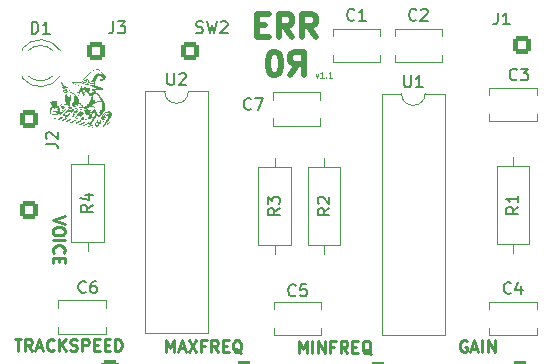
<source format=gto>
%TF.GenerationSoftware,KiCad,Pcbnew,(6.0.2-0)*%
%TF.CreationDate,2024-07-15T22:14:46-04:00*%
%TF.ProjectId,Phase Locked Loop,50686173-6520-44c6-9f63-6b6564204c6f,rev?*%
%TF.SameCoordinates,Original*%
%TF.FileFunction,Legend,Top*%
%TF.FilePolarity,Positive*%
%FSLAX46Y46*%
G04 Gerber Fmt 4.6, Leading zero omitted, Abs format (unit mm)*
G04 Created by KiCad (PCBNEW (6.0.2-0)) date 2024-07-15 22:14:46*
%MOMM*%
%LPD*%
G01*
G04 APERTURE LIST*
G04 Aperture macros list*
%AMRoundRect*
0 Rectangle with rounded corners*
0 $1 Rounding radius*
0 $2 $3 $4 $5 $6 $7 $8 $9 X,Y pos of 4 corners*
0 Add a 4 corners polygon primitive as box body*
4,1,4,$2,$3,$4,$5,$6,$7,$8,$9,$2,$3,0*
0 Add four circle primitives for the rounded corners*
1,1,$1+$1,$2,$3*
1,1,$1+$1,$4,$5*
1,1,$1+$1,$6,$7*
1,1,$1+$1,$8,$9*
0 Add four rect primitives between the rounded corners*
20,1,$1+$1,$2,$3,$4,$5,0*
20,1,$1+$1,$4,$5,$6,$7,0*
20,1,$1+$1,$6,$7,$8,$9,0*
20,1,$1+$1,$8,$9,$2,$3,0*%
G04 Aperture macros list end*
%ADD10C,0.250000*%
%ADD11C,0.500000*%
%ADD12C,0.075000*%
%ADD13C,0.150000*%
%ADD14C,0.120000*%
%ADD15RoundRect,0.250000X-0.550000X0.550000X-0.550000X-0.550000X0.550000X-0.550000X0.550000X0.550000X0*%
%ADD16C,1.600000*%
%ADD17O,1.600000X1.600000*%
%ADD18RoundRect,0.250000X0.550000X0.550000X-0.550000X0.550000X-0.550000X-0.550000X0.550000X-0.550000X0*%
%ADD19R,1.600000X1.600000*%
%ADD20RoundRect,0.250000X-0.550000X-0.550000X0.550000X-0.550000X0.550000X0.550000X-0.550000X0.550000X0*%
%ADD21R,1.800000X1.800000*%
%ADD22C,1.800000*%
G04 APERTURE END LIST*
D10*
X89547619Y-57452380D02*
X88547619Y-57785714D01*
X89547619Y-58119047D01*
X89547619Y-58642857D02*
X89547619Y-58833333D01*
X89500000Y-58928571D01*
X89404761Y-59023809D01*
X89214285Y-59071428D01*
X88880952Y-59071428D01*
X88690476Y-59023809D01*
X88595238Y-58928571D01*
X88547619Y-58833333D01*
X88547619Y-58642857D01*
X88595238Y-58547619D01*
X88690476Y-58452380D01*
X88880952Y-58404761D01*
X89214285Y-58404761D01*
X89404761Y-58452380D01*
X89500000Y-58547619D01*
X89547619Y-58642857D01*
X88547619Y-59500000D02*
X89547619Y-59500000D01*
X88642857Y-60547619D02*
X88595238Y-60500000D01*
X88547619Y-60357142D01*
X88547619Y-60261904D01*
X88595238Y-60119047D01*
X88690476Y-60023809D01*
X88785714Y-59976190D01*
X88976190Y-59928571D01*
X89119047Y-59928571D01*
X89309523Y-59976190D01*
X89404761Y-60023809D01*
X89500000Y-60119047D01*
X89547619Y-60261904D01*
X89547619Y-60357142D01*
X89500000Y-60500000D01*
X89452380Y-60547619D01*
X89071428Y-60976190D02*
X89071428Y-61309523D01*
X88547619Y-61452380D02*
X88547619Y-60976190D01*
X89547619Y-60976190D01*
X89547619Y-61452380D01*
D11*
X105863882Y-41256026D02*
X106530549Y-41256026D01*
X106816263Y-42303645D02*
X105863882Y-42303645D01*
X105863882Y-40303645D01*
X106816263Y-40303645D01*
X108816263Y-42303645D02*
X108149596Y-41351264D01*
X107673406Y-42303645D02*
X107673406Y-40303645D01*
X108435311Y-40303645D01*
X108625787Y-40398884D01*
X108721025Y-40494122D01*
X108816263Y-40684598D01*
X108816263Y-40970312D01*
X108721025Y-41160788D01*
X108625787Y-41256026D01*
X108435311Y-41351264D01*
X107673406Y-41351264D01*
X110816263Y-42303645D02*
X110149596Y-41351264D01*
X109673406Y-42303645D02*
X109673406Y-40303645D01*
X110435311Y-40303645D01*
X110625787Y-40398884D01*
X110721025Y-40494122D01*
X110816263Y-40684598D01*
X110816263Y-40970312D01*
X110721025Y-41160788D01*
X110625787Y-41256026D01*
X110435311Y-41351264D01*
X109673406Y-41351264D01*
X107197215Y-43523645D02*
X107387692Y-43523645D01*
X107578168Y-43618884D01*
X107673406Y-43714122D01*
X107768644Y-43904598D01*
X107863882Y-44285550D01*
X107863882Y-44761741D01*
X107768644Y-45142693D01*
X107673406Y-45333169D01*
X107578168Y-45428407D01*
X107387692Y-45523645D01*
X107197215Y-45523645D01*
X107006739Y-45428407D01*
X106911501Y-45333169D01*
X106816263Y-45142693D01*
X106721025Y-44761741D01*
X106721025Y-44285550D01*
X106816263Y-43904598D01*
X106911501Y-43714122D01*
X107006739Y-43618884D01*
X107197215Y-43523645D01*
X109292454Y-44571264D02*
X108625787Y-45523645D01*
X109768644Y-45523645D02*
X109768644Y-43523645D01*
X109006739Y-43523645D01*
X108816263Y-43618884D01*
X108721025Y-43714122D01*
X108625787Y-43904598D01*
X108625787Y-44190312D01*
X108721025Y-44380788D01*
X108816263Y-44476026D01*
X109006739Y-44571264D01*
X109768644Y-44571264D01*
D12*
X110785714Y-45392857D02*
X110904761Y-45726190D01*
X111023809Y-45392857D01*
X111476190Y-45726190D02*
X111190476Y-45726190D01*
X111333333Y-45726190D02*
X111333333Y-45226190D01*
X111285714Y-45297619D01*
X111238095Y-45345238D01*
X111190476Y-45369047D01*
X111690476Y-45678571D02*
X111714285Y-45702380D01*
X111690476Y-45726190D01*
X111666666Y-45702380D01*
X111690476Y-45678571D01*
X111690476Y-45726190D01*
X112190476Y-45726190D02*
X111904761Y-45726190D01*
X112047619Y-45726190D02*
X112047619Y-45226190D01*
X112000000Y-45297619D01*
X111952380Y-45345238D01*
X111904761Y-45369047D01*
D10*
X98134528Y-68932378D02*
X98134528Y-67932378D01*
X98467862Y-68646664D01*
X98801195Y-67932378D01*
X98801195Y-68932378D01*
X99229766Y-68646664D02*
X99705957Y-68646664D01*
X99134528Y-68932378D02*
X99467862Y-67932378D01*
X99801195Y-68932378D01*
X100039290Y-67932378D02*
X100705957Y-68932378D01*
X100705957Y-67932378D02*
X100039290Y-68932378D01*
X101420243Y-68408569D02*
X101086909Y-68408569D01*
X101086909Y-68932378D02*
X101086909Y-67932378D01*
X101563100Y-67932378D01*
X102515481Y-68932378D02*
X102182147Y-68456188D01*
X101944052Y-68932378D02*
X101944052Y-67932378D01*
X102325005Y-67932378D01*
X102420243Y-67979998D01*
X102467862Y-68027617D01*
X102515481Y-68122855D01*
X102515481Y-68265712D01*
X102467862Y-68360950D01*
X102420243Y-68408569D01*
X102325005Y-68456188D01*
X101944052Y-68456188D01*
X102944052Y-68408569D02*
X103277386Y-68408569D01*
X103420243Y-68932378D02*
X102944052Y-68932378D01*
X102944052Y-67932378D01*
X103420243Y-67932378D01*
X104515481Y-69027617D02*
X104420243Y-68979998D01*
X104325005Y-68884759D01*
X104182147Y-68741902D01*
X104086909Y-68694283D01*
X103991671Y-68694283D01*
X104039290Y-68932378D02*
X103944052Y-68884759D01*
X103848814Y-68789521D01*
X103801195Y-68599045D01*
X103801195Y-68265712D01*
X103848814Y-68075236D01*
X103944052Y-67979998D01*
X104039290Y-67932378D01*
X104229766Y-67932378D01*
X104325005Y-67979998D01*
X104420243Y-68075236D01*
X104467862Y-68265712D01*
X104467862Y-68599045D01*
X104420243Y-68789521D01*
X104325005Y-68884759D01*
X104229766Y-68932378D01*
X104039290Y-68932378D01*
X109386053Y-69011596D02*
X109386053Y-68011596D01*
X109719386Y-68725882D01*
X110052719Y-68011596D01*
X110052719Y-69011596D01*
X110528910Y-69011596D02*
X110528910Y-68011596D01*
X111005100Y-69011596D02*
X111005100Y-68011596D01*
X111576529Y-69011596D01*
X111576529Y-68011596D01*
X112386053Y-68487787D02*
X112052719Y-68487787D01*
X112052719Y-69011596D02*
X112052719Y-68011596D01*
X112528910Y-68011596D01*
X113481291Y-69011596D02*
X113147957Y-68535406D01*
X112909862Y-69011596D02*
X112909862Y-68011596D01*
X113290814Y-68011596D01*
X113386053Y-68059216D01*
X113433672Y-68106835D01*
X113481291Y-68202073D01*
X113481291Y-68344930D01*
X113433672Y-68440168D01*
X113386053Y-68487787D01*
X113290814Y-68535406D01*
X112909862Y-68535406D01*
X113909862Y-68487787D02*
X114243195Y-68487787D01*
X114386053Y-69011596D02*
X113909862Y-69011596D01*
X113909862Y-68011596D01*
X114386053Y-68011596D01*
X115481291Y-69106835D02*
X115386053Y-69059216D01*
X115290814Y-68963977D01*
X115147957Y-68821120D01*
X115052719Y-68773501D01*
X114957481Y-68773501D01*
X115005100Y-69011596D02*
X114909862Y-68963977D01*
X114814624Y-68868739D01*
X114767005Y-68678263D01*
X114767005Y-68344930D01*
X114814624Y-68154454D01*
X114909862Y-68059216D01*
X115005100Y-68011596D01*
X115195576Y-68011596D01*
X115290814Y-68059216D01*
X115386053Y-68154454D01*
X115433672Y-68344930D01*
X115433672Y-68678263D01*
X115386053Y-68868739D01*
X115290814Y-68963977D01*
X115195576Y-69011596D01*
X115005100Y-69011596D01*
X123571428Y-68000000D02*
X123476190Y-67952380D01*
X123333333Y-67952380D01*
X123190476Y-68000000D01*
X123095238Y-68095238D01*
X123047619Y-68190476D01*
X123000000Y-68380952D01*
X123000000Y-68523809D01*
X123047619Y-68714285D01*
X123095238Y-68809523D01*
X123190476Y-68904761D01*
X123333333Y-68952380D01*
X123428571Y-68952380D01*
X123571428Y-68904761D01*
X123619047Y-68857142D01*
X123619047Y-68523809D01*
X123428571Y-68523809D01*
X124000000Y-68666666D02*
X124476190Y-68666666D01*
X123904761Y-68952380D02*
X124238095Y-67952380D01*
X124571428Y-68952380D01*
X124904761Y-68952380D02*
X124904761Y-67952380D01*
X125380952Y-68952380D02*
X125380952Y-67952380D01*
X125952380Y-68952380D01*
X125952380Y-67952380D01*
X85306846Y-67854465D02*
X85878275Y-67854465D01*
X85592561Y-68854465D02*
X85592561Y-67854465D01*
X86783037Y-68854465D02*
X86449704Y-68378275D01*
X86211608Y-68854465D02*
X86211608Y-67854465D01*
X86592561Y-67854465D01*
X86687799Y-67902085D01*
X86735418Y-67949704D01*
X86783037Y-68044942D01*
X86783037Y-68187799D01*
X86735418Y-68283037D01*
X86687799Y-68330656D01*
X86592561Y-68378275D01*
X86211608Y-68378275D01*
X87163989Y-68568751D02*
X87640180Y-68568751D01*
X87068751Y-68854465D02*
X87402085Y-67854465D01*
X87735418Y-68854465D01*
X88640180Y-68759227D02*
X88592561Y-68806846D01*
X88449704Y-68854465D01*
X88354465Y-68854465D01*
X88211608Y-68806846D01*
X88116370Y-68711608D01*
X88068751Y-68616370D01*
X88021132Y-68425894D01*
X88021132Y-68283037D01*
X88068751Y-68092561D01*
X88116370Y-67997323D01*
X88211608Y-67902085D01*
X88354465Y-67854465D01*
X88449704Y-67854465D01*
X88592561Y-67902085D01*
X88640180Y-67949704D01*
X89068751Y-68854465D02*
X89068751Y-67854465D01*
X89640180Y-68854465D02*
X89211608Y-68283037D01*
X89640180Y-67854465D02*
X89068751Y-68425894D01*
X90021132Y-68806846D02*
X90163989Y-68854465D01*
X90402085Y-68854465D01*
X90497323Y-68806846D01*
X90544942Y-68759227D01*
X90592561Y-68663989D01*
X90592561Y-68568751D01*
X90544942Y-68473513D01*
X90497323Y-68425894D01*
X90402085Y-68378275D01*
X90211608Y-68330656D01*
X90116370Y-68283037D01*
X90068751Y-68235418D01*
X90021132Y-68140180D01*
X90021132Y-68044942D01*
X90068751Y-67949704D01*
X90116370Y-67902085D01*
X90211608Y-67854465D01*
X90449704Y-67854465D01*
X90592561Y-67902085D01*
X91021132Y-68854465D02*
X91021132Y-67854465D01*
X91402085Y-67854465D01*
X91497323Y-67902085D01*
X91544942Y-67949704D01*
X91592561Y-68044942D01*
X91592561Y-68187799D01*
X91544942Y-68283037D01*
X91497323Y-68330656D01*
X91402085Y-68378275D01*
X91021132Y-68378275D01*
X92021132Y-68330656D02*
X92354465Y-68330656D01*
X92497323Y-68854465D02*
X92021132Y-68854465D01*
X92021132Y-67854465D01*
X92497323Y-67854465D01*
X92925894Y-68330656D02*
X93259227Y-68330656D01*
X93402085Y-68854465D02*
X92925894Y-68854465D01*
X92925894Y-67854465D01*
X93402085Y-67854465D01*
X93830656Y-68854465D02*
X93830656Y-67854465D01*
X94068751Y-67854465D01*
X94211608Y-67902085D01*
X94306846Y-67997323D01*
X94354465Y-68092561D01*
X94402085Y-68283037D01*
X94402085Y-68425894D01*
X94354465Y-68616370D01*
X94306846Y-68711608D01*
X94211608Y-68806846D01*
X94068751Y-68854465D01*
X93830656Y-68854465D01*
D13*
%TO.C,C7*%
X105333333Y-48357142D02*
X105285714Y-48404761D01*
X105142857Y-48452380D01*
X105047619Y-48452380D01*
X104904761Y-48404761D01*
X104809523Y-48309523D01*
X104761904Y-48214285D01*
X104714285Y-48023809D01*
X104714285Y-47880952D01*
X104761904Y-47690476D01*
X104809523Y-47595238D01*
X104904761Y-47500000D01*
X105047619Y-47452380D01*
X105142857Y-47452380D01*
X105285714Y-47500000D01*
X105333333Y-47547619D01*
X105666666Y-47452380D02*
X106333333Y-47452380D01*
X105904761Y-48452380D01*
%TO.C,R4*%
X91909399Y-56494567D02*
X91433209Y-56827901D01*
X91909399Y-57065996D02*
X90909399Y-57065996D01*
X90909399Y-56685043D01*
X90957019Y-56589805D01*
X91004638Y-56542186D01*
X91099876Y-56494567D01*
X91242733Y-56494567D01*
X91337971Y-56542186D01*
X91385590Y-56589805D01*
X91433209Y-56685043D01*
X91433209Y-57065996D01*
X91242733Y-55637424D02*
X91909399Y-55637424D01*
X90861780Y-55875520D02*
X91576066Y-56113615D01*
X91576066Y-55494567D01*
%TO.C,C5*%
X109096560Y-64140975D02*
X109048941Y-64188594D01*
X108906084Y-64236213D01*
X108810846Y-64236213D01*
X108667988Y-64188594D01*
X108572750Y-64093356D01*
X108525131Y-63998118D01*
X108477512Y-63807642D01*
X108477512Y-63664785D01*
X108525131Y-63474309D01*
X108572750Y-63379071D01*
X108667988Y-63283833D01*
X108810846Y-63236213D01*
X108906084Y-63236213D01*
X109048941Y-63283833D01*
X109096560Y-63331452D01*
X110001322Y-63236213D02*
X109525131Y-63236213D01*
X109477512Y-63712404D01*
X109525131Y-63664785D01*
X109620369Y-63617166D01*
X109858465Y-63617166D01*
X109953703Y-63664785D01*
X110001322Y-63712404D01*
X110048941Y-63807642D01*
X110048941Y-64045737D01*
X110001322Y-64140975D01*
X109953703Y-64188594D01*
X109858465Y-64236213D01*
X109620369Y-64236213D01*
X109525131Y-64188594D01*
X109477512Y-64140975D01*
%TO.C,J1*%
X126221387Y-40221916D02*
X126221387Y-40936202D01*
X126173768Y-41079059D01*
X126078530Y-41174297D01*
X125935673Y-41221916D01*
X125840435Y-41221916D01*
X127221387Y-41221916D02*
X126649959Y-41221916D01*
X126935673Y-41221916D02*
X126935673Y-40221916D01*
X126840435Y-40364774D01*
X126745197Y-40460012D01*
X126649959Y-40507631D01*
%TO.C,C6*%
X91333333Y-63857142D02*
X91285714Y-63904761D01*
X91142857Y-63952380D01*
X91047619Y-63952380D01*
X90904761Y-63904761D01*
X90809523Y-63809523D01*
X90761904Y-63714285D01*
X90714285Y-63523809D01*
X90714285Y-63380952D01*
X90761904Y-63190476D01*
X90809523Y-63095238D01*
X90904761Y-63000000D01*
X91047619Y-62952380D01*
X91142857Y-62952380D01*
X91285714Y-63000000D01*
X91333333Y-63047619D01*
X92190476Y-62952380D02*
X92000000Y-62952380D01*
X91904761Y-63000000D01*
X91857142Y-63047619D01*
X91761904Y-63190476D01*
X91714285Y-63380952D01*
X91714285Y-63761904D01*
X91761904Y-63857142D01*
X91809523Y-63904761D01*
X91904761Y-63952380D01*
X92095238Y-63952380D01*
X92190476Y-63904761D01*
X92238095Y-63857142D01*
X92285714Y-63761904D01*
X92285714Y-63523809D01*
X92238095Y-63428571D01*
X92190476Y-63380952D01*
X92095238Y-63333333D01*
X91904761Y-63333333D01*
X91809523Y-63380952D01*
X91761904Y-63428571D01*
X91714285Y-63523809D01*
%TO.C,C4*%
X127333333Y-63938618D02*
X127285714Y-63986237D01*
X127142857Y-64033856D01*
X127047619Y-64033856D01*
X126904761Y-63986237D01*
X126809523Y-63890999D01*
X126761904Y-63795761D01*
X126714285Y-63605285D01*
X126714285Y-63462428D01*
X126761904Y-63271952D01*
X126809523Y-63176714D01*
X126904761Y-63081476D01*
X127047619Y-63033856D01*
X127142857Y-63033856D01*
X127285714Y-63081476D01*
X127333333Y-63129095D01*
X128190476Y-63367190D02*
X128190476Y-64033856D01*
X127952380Y-62986237D02*
X127714285Y-63700523D01*
X128333333Y-63700523D01*
%TO.C,C1*%
X114083333Y-40807142D02*
X114035714Y-40854761D01*
X113892857Y-40902380D01*
X113797619Y-40902380D01*
X113654761Y-40854761D01*
X113559523Y-40759523D01*
X113511904Y-40664285D01*
X113464285Y-40473809D01*
X113464285Y-40330952D01*
X113511904Y-40140476D01*
X113559523Y-40045238D01*
X113654761Y-39950000D01*
X113797619Y-39902380D01*
X113892857Y-39902380D01*
X114035714Y-39950000D01*
X114083333Y-39997619D01*
X115035714Y-40902380D02*
X114464285Y-40902380D01*
X114750000Y-40902380D02*
X114750000Y-39902380D01*
X114654761Y-40045238D01*
X114559523Y-40140476D01*
X114464285Y-40188095D01*
%TO.C,U1*%
X118297618Y-45521215D02*
X118297618Y-46330739D01*
X118345237Y-46425977D01*
X118392856Y-46473596D01*
X118488094Y-46521215D01*
X118678570Y-46521215D01*
X118773808Y-46473596D01*
X118821427Y-46425977D01*
X118869046Y-46330739D01*
X118869046Y-45521215D01*
X119869046Y-46521215D02*
X119297618Y-46521215D01*
X119583332Y-46521215D02*
X119583332Y-45521215D01*
X119488094Y-45664073D01*
X119392856Y-45759311D01*
X119297618Y-45806930D01*
%TO.C,J3*%
X93666666Y-40952380D02*
X93666666Y-41666666D01*
X93619047Y-41809523D01*
X93523809Y-41904761D01*
X93380952Y-41952380D01*
X93285714Y-41952380D01*
X94047619Y-40952380D02*
X94666666Y-40952380D01*
X94333333Y-41333333D01*
X94476190Y-41333333D01*
X94571428Y-41380952D01*
X94619047Y-41428571D01*
X94666666Y-41523809D01*
X94666666Y-41761904D01*
X94619047Y-41857142D01*
X94571428Y-41904761D01*
X94476190Y-41952380D01*
X94190476Y-41952380D01*
X94095238Y-41904761D01*
X94047619Y-41857142D01*
%TO.C,SW2*%
X100666666Y-41904761D02*
X100809523Y-41952380D01*
X101047619Y-41952380D01*
X101142857Y-41904761D01*
X101190476Y-41857142D01*
X101238095Y-41761904D01*
X101238095Y-41666666D01*
X101190476Y-41571428D01*
X101142857Y-41523809D01*
X101047619Y-41476190D01*
X100857142Y-41428571D01*
X100761904Y-41380952D01*
X100714285Y-41333333D01*
X100666666Y-41238095D01*
X100666666Y-41142857D01*
X100714285Y-41047619D01*
X100761904Y-41000000D01*
X100857142Y-40952380D01*
X101095238Y-40952380D01*
X101238095Y-41000000D01*
X101571428Y-40952380D02*
X101809523Y-41952380D01*
X102000000Y-41238095D01*
X102190476Y-41952380D01*
X102428571Y-40952380D01*
X102761904Y-41047619D02*
X102809523Y-41000000D01*
X102904761Y-40952380D01*
X103142857Y-40952380D01*
X103238095Y-41000000D01*
X103285714Y-41047619D01*
X103333333Y-41142857D01*
X103333333Y-41238095D01*
X103285714Y-41380952D01*
X102714285Y-41952380D01*
X103333333Y-41952380D01*
%TO.C,C2*%
X119333333Y-40807142D02*
X119285714Y-40854761D01*
X119142857Y-40902380D01*
X119047619Y-40902380D01*
X118904761Y-40854761D01*
X118809523Y-40759523D01*
X118761904Y-40664285D01*
X118714285Y-40473809D01*
X118714285Y-40330952D01*
X118761904Y-40140476D01*
X118809523Y-40045238D01*
X118904761Y-39950000D01*
X119047619Y-39902380D01*
X119142857Y-39902380D01*
X119285714Y-39950000D01*
X119333333Y-39997619D01*
X119714285Y-39997619D02*
X119761904Y-39950000D01*
X119857142Y-39902380D01*
X120095238Y-39902380D01*
X120190476Y-39950000D01*
X120238095Y-39997619D01*
X120285714Y-40092857D01*
X120285714Y-40188095D01*
X120238095Y-40330952D01*
X119666666Y-40902380D01*
X120285714Y-40902380D01*
%TO.C,R2*%
X111963197Y-56768300D02*
X111487007Y-57101634D01*
X111963197Y-57339729D02*
X110963197Y-57339729D01*
X110963197Y-56958776D01*
X111010817Y-56863538D01*
X111058436Y-56815919D01*
X111153674Y-56768300D01*
X111296531Y-56768300D01*
X111391769Y-56815919D01*
X111439388Y-56863538D01*
X111487007Y-56958776D01*
X111487007Y-57339729D01*
X111058436Y-56387348D02*
X111010817Y-56339729D01*
X110963197Y-56244491D01*
X110963197Y-56006395D01*
X111010817Y-55911157D01*
X111058436Y-55863538D01*
X111153674Y-55815919D01*
X111248912Y-55815919D01*
X111391769Y-55863538D01*
X111963197Y-56434967D01*
X111963197Y-55815919D01*
%TO.C,J2*%
X87952380Y-51333333D02*
X88666666Y-51333333D01*
X88809523Y-51380952D01*
X88904761Y-51476190D01*
X88952380Y-51619047D01*
X88952380Y-51714285D01*
X88047619Y-50904761D02*
X88000000Y-50857142D01*
X87952380Y-50761904D01*
X87952380Y-50523809D01*
X88000000Y-50428571D01*
X88047619Y-50380952D01*
X88142857Y-50333333D01*
X88238095Y-50333333D01*
X88380952Y-50380952D01*
X88952380Y-50952380D01*
X88952380Y-50333333D01*
%TO.C,R1*%
X127950203Y-56666666D02*
X127474013Y-57000000D01*
X127950203Y-57238095D02*
X126950203Y-57238095D01*
X126950203Y-56857142D01*
X126997823Y-56761904D01*
X127045442Y-56714285D01*
X127140680Y-56666666D01*
X127283537Y-56666666D01*
X127378775Y-56714285D01*
X127426394Y-56761904D01*
X127474013Y-56857142D01*
X127474013Y-57238095D01*
X127950203Y-55714285D02*
X127950203Y-56285714D01*
X127950203Y-56000000D02*
X126950203Y-56000000D01*
X127093061Y-56095238D01*
X127188299Y-56190476D01*
X127235918Y-56285714D01*
%TO.C,U2*%
X98248095Y-45346849D02*
X98248095Y-46156373D01*
X98295714Y-46251611D01*
X98343333Y-46299230D01*
X98438571Y-46346849D01*
X98629047Y-46346849D01*
X98724285Y-46299230D01*
X98771904Y-46251611D01*
X98819523Y-46156373D01*
X98819523Y-45346849D01*
X99248095Y-45442088D02*
X99295714Y-45394469D01*
X99390952Y-45346849D01*
X99629047Y-45346849D01*
X99724285Y-45394469D01*
X99771904Y-45442088D01*
X99819523Y-45537326D01*
X99819523Y-45632564D01*
X99771904Y-45775421D01*
X99200476Y-46346849D01*
X99819523Y-46346849D01*
%TO.C,C3*%
X127833333Y-45857142D02*
X127785714Y-45904761D01*
X127642857Y-45952380D01*
X127547619Y-45952380D01*
X127404761Y-45904761D01*
X127309523Y-45809523D01*
X127261904Y-45714285D01*
X127214285Y-45523809D01*
X127214285Y-45380952D01*
X127261904Y-45190476D01*
X127309523Y-45095238D01*
X127404761Y-45000000D01*
X127547619Y-44952380D01*
X127642857Y-44952380D01*
X127785714Y-45000000D01*
X127833333Y-45047619D01*
X128166666Y-44952380D02*
X128785714Y-44952380D01*
X128452380Y-45333333D01*
X128595238Y-45333333D01*
X128690476Y-45380952D01*
X128738095Y-45428571D01*
X128785714Y-45523809D01*
X128785714Y-45761904D01*
X128738095Y-45857142D01*
X128690476Y-45904761D01*
X128595238Y-45952380D01*
X128309523Y-45952380D01*
X128214285Y-45904761D01*
X128166666Y-45857142D01*
%TO.C,D1*%
X86756904Y-41992380D02*
X86756904Y-40992380D01*
X86995000Y-40992380D01*
X87137857Y-41040000D01*
X87233095Y-41135238D01*
X87280714Y-41230476D01*
X87328333Y-41420952D01*
X87328333Y-41563809D01*
X87280714Y-41754285D01*
X87233095Y-41849523D01*
X87137857Y-41944761D01*
X86995000Y-41992380D01*
X86756904Y-41992380D01*
X88280714Y-41992380D02*
X87709285Y-41992380D01*
X87995000Y-41992380D02*
X87995000Y-40992380D01*
X87899761Y-41135238D01*
X87804523Y-41230476D01*
X87709285Y-41278095D01*
%TO.C,R3*%
X107749027Y-56764992D02*
X107272837Y-57098326D01*
X107749027Y-57336421D02*
X106749027Y-57336421D01*
X106749027Y-56955468D01*
X106796647Y-56860230D01*
X106844266Y-56812611D01*
X106939504Y-56764992D01*
X107082361Y-56764992D01*
X107177599Y-56812611D01*
X107225218Y-56860230D01*
X107272837Y-56955468D01*
X107272837Y-57336421D01*
X106749027Y-56431659D02*
X106749027Y-55812611D01*
X107129980Y-56145945D01*
X107129980Y-56003087D01*
X107177599Y-55907849D01*
X107225218Y-55860230D01*
X107320456Y-55812611D01*
X107558551Y-55812611D01*
X107653789Y-55860230D01*
X107701408Y-55907849D01*
X107749027Y-56003087D01*
X107749027Y-56288802D01*
X107701408Y-56384040D01*
X107653789Y-56431659D01*
D14*
%TO.C,C7*%
X111195854Y-46961619D02*
X107155854Y-46961619D01*
X107155854Y-47586619D02*
X107155854Y-46961619D01*
X111195854Y-49801619D02*
X111195854Y-49176619D01*
X107155854Y-49801619D02*
X107155854Y-49176619D01*
X111195854Y-49801619D02*
X107155854Y-49801619D01*
X111195854Y-47586619D02*
X111195854Y-46961619D01*
%TO.C,R4*%
X91492552Y-52287901D02*
X91492552Y-53057901D01*
X90122552Y-53057901D02*
X90122552Y-59597901D01*
X91492552Y-60367901D02*
X91492552Y-59597901D01*
X90122552Y-59597901D02*
X92862552Y-59597901D01*
X92862552Y-59597901D02*
X92862552Y-53057901D01*
X92862552Y-53057901D02*
X90122552Y-53057901D01*
%TO.C,C5*%
X107243227Y-67547946D02*
X111283227Y-67547946D01*
X107243227Y-64707946D02*
X107243227Y-65332946D01*
X107243227Y-66922946D02*
X107243227Y-67547946D01*
X111283227Y-64707946D02*
X111283227Y-65332946D01*
X111283227Y-66922946D02*
X111283227Y-67547946D01*
X107243227Y-64707946D02*
X111283227Y-64707946D01*
%TO.C,C6*%
X93020000Y-64580000D02*
X93020000Y-65205000D01*
X88980000Y-64580000D02*
X93020000Y-64580000D01*
X88980000Y-66795000D02*
X88980000Y-67420000D01*
X93020000Y-66795000D02*
X93020000Y-67420000D01*
X88980000Y-64580000D02*
X88980000Y-65205000D01*
X88980000Y-67420000D02*
X93020000Y-67420000D01*
%TO.C,C4*%
X129520000Y-66926476D02*
X129520000Y-67551476D01*
X129520000Y-64711476D02*
X129520000Y-65336476D01*
X125480000Y-64711476D02*
X129520000Y-64711476D01*
X125480000Y-67551476D02*
X129520000Y-67551476D01*
X125480000Y-64711476D02*
X125480000Y-65336476D01*
X125480000Y-66926476D02*
X125480000Y-67551476D01*
%TO.C,C1*%
X116270000Y-41580000D02*
X116270000Y-42205000D01*
X112230000Y-41580000D02*
X112230000Y-42205000D01*
X112230000Y-43795000D02*
X112230000Y-44420000D01*
X116270000Y-43795000D02*
X116270000Y-44420000D01*
X112230000Y-41580000D02*
X116270000Y-41580000D01*
X112230000Y-44420000D02*
X116270000Y-44420000D01*
%TO.C,U1*%
X121709523Y-67508835D02*
X121709523Y-47068835D01*
X121709523Y-47068835D02*
X120059523Y-47068835D01*
X116409523Y-47068835D02*
X116409523Y-67508835D01*
X116409523Y-67508835D02*
X121709523Y-67508835D01*
X118059523Y-47068835D02*
X116409523Y-47068835D01*
X118059523Y-47068835D02*
G75*
G03*
X120059523Y-47068835I1000000J0D01*
G01*
%TO.C,C2*%
X117480000Y-43795000D02*
X117480000Y-44420000D01*
X117480000Y-44420000D02*
X121520000Y-44420000D01*
X117480000Y-41580000D02*
X121520000Y-41580000D01*
X121520000Y-41580000D02*
X121520000Y-42205000D01*
X121520000Y-43795000D02*
X121520000Y-44420000D01*
X117480000Y-41580000D02*
X117480000Y-42205000D01*
%TO.C,R2*%
X110130000Y-59850000D02*
X112870000Y-59850000D01*
X111500000Y-60620000D02*
X111500000Y-59850000D01*
X110130000Y-53310000D02*
X110130000Y-59850000D01*
X112870000Y-59850000D02*
X112870000Y-53310000D01*
X111500000Y-52540000D02*
X111500000Y-53310000D01*
X112870000Y-53310000D02*
X110130000Y-53310000D01*
%TO.C,G\u002A\u002A\u002A*%
G36*
X91363254Y-49347650D02*
G01*
X91374373Y-49356073D01*
X91377830Y-49369599D01*
X91373438Y-49383177D01*
X91363786Y-49391470D01*
X91351334Y-49394507D01*
X91340885Y-49391482D01*
X91338694Y-49389014D01*
X91331380Y-49386488D01*
X91324963Y-49389014D01*
X91311525Y-49394060D01*
X91303614Y-49390578D01*
X91299700Y-49380931D01*
X91300670Y-49365650D01*
X91310121Y-49354492D01*
X91324542Y-49350477D01*
X91333153Y-49353218D01*
X91335980Y-49363272D01*
X91336034Y-49365623D01*
X91336985Y-49375142D01*
X91340006Y-49374494D01*
X91341032Y-49373006D01*
X91343976Y-49362414D01*
X91343326Y-49358418D01*
X91344340Y-49350172D01*
X91352925Y-49346358D01*
X91363254Y-49347650D01*
G37*
G36*
X90210610Y-47110813D02*
G01*
X90211269Y-47117349D01*
X90210610Y-47118156D01*
X90207336Y-47117400D01*
X90206938Y-47114484D01*
X90208953Y-47109951D01*
X90210610Y-47110813D01*
G37*
G36*
X89491990Y-48627818D02*
G01*
X89496198Y-48634829D01*
X89495661Y-48637181D01*
X89489907Y-48637010D01*
X89489144Y-48636355D01*
X89485513Y-48627876D01*
X89485473Y-48626992D01*
X89488267Y-48624945D01*
X89491990Y-48627818D01*
G37*
G36*
X90799899Y-48994334D02*
G01*
X90799143Y-48997608D01*
X90796227Y-48998006D01*
X90791694Y-48995991D01*
X90792556Y-48994334D01*
X90799092Y-48993675D01*
X90799899Y-48994334D01*
G37*
G36*
X92558586Y-45426475D02*
G01*
X92555833Y-45429229D01*
X92553079Y-45426475D01*
X92555833Y-45423721D01*
X92558586Y-45426475D01*
G37*
G36*
X90597263Y-48849412D02*
G01*
X90636513Y-48849412D01*
X90638169Y-48856235D01*
X90644996Y-48859461D01*
X90659786Y-48860318D01*
X90661297Y-48860321D01*
X90676079Y-48859397D01*
X90684944Y-48857057D01*
X90686080Y-48855668D01*
X90682400Y-48848845D01*
X90675287Y-48841246D01*
X90662712Y-48834819D01*
X90649553Y-48834941D01*
X90639606Y-48840813D01*
X90636513Y-48849412D01*
X90597263Y-48849412D01*
X90600715Y-48843828D01*
X90603469Y-48836673D01*
X90606960Y-48829371D01*
X90611730Y-48823737D01*
X90618095Y-48818430D01*
X90619927Y-48821733D01*
X90619991Y-48824589D01*
X90622756Y-48831147D01*
X90628810Y-48830150D01*
X90634795Y-48822828D01*
X90636361Y-48818608D01*
X90642071Y-48809882D01*
X90646928Y-48808001D01*
X90669558Y-48808001D01*
X90672311Y-48810755D01*
X90675065Y-48808001D01*
X90674987Y-48807923D01*
X90693963Y-48807923D01*
X90698185Y-48810158D01*
X90708812Y-48810320D01*
X90718847Y-48809289D01*
X90720262Y-48807285D01*
X90719124Y-48806741D01*
X90709804Y-48801068D01*
X90707623Y-48798654D01*
X90702168Y-48798135D01*
X90697311Y-48802233D01*
X90693963Y-48807923D01*
X90674987Y-48807923D01*
X90672311Y-48805248D01*
X90669558Y-48808001D01*
X90646928Y-48808001D01*
X90656746Y-48803323D01*
X90661721Y-48794095D01*
X90730139Y-48794095D01*
X90734806Y-48796950D01*
X90746349Y-48796222D01*
X90746661Y-48796160D01*
X90759316Y-48795452D01*
X90762603Y-48799086D01*
X90756346Y-48805330D01*
X90748038Y-48809566D01*
X90732892Y-48816010D01*
X90747871Y-48814178D01*
X90757791Y-48814146D01*
X90760239Y-48816570D01*
X90763378Y-48819880D01*
X90774374Y-48823115D01*
X90779682Y-48824035D01*
X90800825Y-48827141D01*
X90822144Y-48830268D01*
X90823333Y-48830442D01*
X90837840Y-48834291D01*
X90846977Y-48839908D01*
X90847943Y-48841457D01*
X90855816Y-48847200D01*
X90872778Y-48849304D01*
X90873483Y-48849307D01*
X90887964Y-48850292D01*
X90892893Y-48853570D01*
X90892202Y-48856191D01*
X90893212Y-48856758D01*
X90899988Y-48850623D01*
X90905968Y-48844482D01*
X90906710Y-48843532D01*
X90979659Y-48843532D01*
X90980039Y-48857815D01*
X90980724Y-48860321D01*
X90986190Y-48869693D01*
X90991787Y-48870063D01*
X90994488Y-48861331D01*
X90994493Y-48860780D01*
X90997432Y-48850980D01*
X91000991Y-48848058D01*
X91004908Y-48842580D01*
X91002654Y-48834384D01*
X90996197Y-48828173D01*
X90992283Y-48827277D01*
X90984209Y-48832011D01*
X90979659Y-48843532D01*
X90906710Y-48843532D01*
X90916095Y-48831524D01*
X90920689Y-48820905D01*
X90920505Y-48817974D01*
X90920656Y-48812591D01*
X90930240Y-48812591D01*
X90930996Y-48815865D01*
X90933911Y-48816262D01*
X90938445Y-48814247D01*
X90937583Y-48812591D01*
X90931047Y-48811932D01*
X90930240Y-48812591D01*
X90920656Y-48812591D01*
X90920785Y-48807969D01*
X90920941Y-48807527D01*
X91008752Y-48807527D01*
X91008785Y-48815394D01*
X91011928Y-48821186D01*
X91020162Y-48830127D01*
X91026433Y-48832784D01*
X91031174Y-48829923D01*
X91030526Y-48827658D01*
X91031216Y-48820584D01*
X91032954Y-48819072D01*
X91038188Y-48810180D01*
X91034916Y-48797196D01*
X91033543Y-48794852D01*
X91028602Y-48790737D01*
X91021402Y-48794258D01*
X91016694Y-48798398D01*
X91008752Y-48807527D01*
X90920941Y-48807527D01*
X90925580Y-48794393D01*
X90925661Y-48794233D01*
X90939419Y-48794233D01*
X90941434Y-48798766D01*
X90943090Y-48797904D01*
X90943750Y-48791368D01*
X90943090Y-48790561D01*
X90939816Y-48791317D01*
X90939419Y-48794233D01*
X90925661Y-48794233D01*
X90926088Y-48793387D01*
X90931097Y-48779518D01*
X90931252Y-48775649D01*
X90943771Y-48775649D01*
X90948817Y-48783053D01*
X90956513Y-48790283D01*
X90960562Y-48791447D01*
X90959600Y-48785860D01*
X90956051Y-48780598D01*
X90955008Y-48779680D01*
X91038552Y-48779680D01*
X91043221Y-48788982D01*
X91055344Y-48792698D01*
X91060581Y-48792409D01*
X91067071Y-48786426D01*
X91068842Y-48774957D01*
X91066085Y-48761392D01*
X91059204Y-48756730D01*
X91051383Y-48758658D01*
X91049566Y-48766617D01*
X91047508Y-48774483D01*
X91044059Y-48774957D01*
X91039273Y-48776118D01*
X91038552Y-48779680D01*
X90955008Y-48779680D01*
X90948101Y-48773602D01*
X90944306Y-48772203D01*
X90943771Y-48775649D01*
X90931252Y-48775649D01*
X90931539Y-48768515D01*
X90931370Y-48768016D01*
X90931631Y-48762538D01*
X90940277Y-48762538D01*
X90942939Y-48763938D01*
X90947680Y-48765116D01*
X90959354Y-48769635D01*
X90963927Y-48772738D01*
X90970694Y-48777616D01*
X90970530Y-48774371D01*
X90966956Y-48769450D01*
X90956126Y-48762895D01*
X90948382Y-48761827D01*
X90940277Y-48762538D01*
X90931631Y-48762538D01*
X90931827Y-48758438D01*
X90934748Y-48755164D01*
X90938553Y-48749821D01*
X90934260Y-48742333D01*
X90930399Y-48735139D01*
X90933237Y-48733652D01*
X90939114Y-48729626D01*
X90939419Y-48727819D01*
X90936054Y-48724511D01*
X90933975Y-48725352D01*
X90930818Y-48724476D01*
X90931716Y-48720415D01*
X90936004Y-48715146D01*
X90942115Y-48718752D01*
X90946255Y-48727124D01*
X90943589Y-48732408D01*
X90939477Y-48740209D01*
X90943126Y-48742484D01*
X90952696Y-48739104D01*
X90961448Y-48733652D01*
X90974721Y-48726150D01*
X90982360Y-48725694D01*
X90983005Y-48731953D01*
X90979895Y-48738124D01*
X90977132Y-48748184D01*
X90981481Y-48754612D01*
X90987504Y-48758828D01*
X90988985Y-48754423D01*
X90988985Y-48754369D01*
X90992844Y-48745786D01*
X90996835Y-48741426D01*
X91074186Y-48741426D01*
X91075847Y-48747773D01*
X91080235Y-48752519D01*
X91091473Y-48759376D01*
X91099922Y-48756114D01*
X91103529Y-48746507D01*
X91102257Y-48739159D01*
X91121162Y-48739159D01*
X91123177Y-48743692D01*
X91124834Y-48742831D01*
X91125493Y-48736295D01*
X91124834Y-48735488D01*
X91121560Y-48736244D01*
X91121162Y-48739159D01*
X91102257Y-48739159D01*
X91101432Y-48734393D01*
X91097481Y-48729059D01*
X91089775Y-48726081D01*
X91081344Y-48732027D01*
X91080432Y-48733017D01*
X91074186Y-48741426D01*
X90996835Y-48741426D01*
X91001203Y-48736653D01*
X91013420Y-48726193D01*
X90998449Y-48721202D01*
X90987625Y-48715341D01*
X90985207Y-48711622D01*
X91027537Y-48711622D01*
X91029552Y-48716155D01*
X91031208Y-48715294D01*
X91031867Y-48708758D01*
X91031208Y-48707951D01*
X91027934Y-48708707D01*
X91027537Y-48711622D01*
X90985207Y-48711622D01*
X90983478Y-48708964D01*
X90978643Y-48704634D01*
X90966824Y-48701107D01*
X90952048Y-48698961D01*
X90938344Y-48698770D01*
X90929739Y-48701110D01*
X90929563Y-48701259D01*
X90922388Y-48701822D01*
X90909099Y-48699012D01*
X90903621Y-48697297D01*
X90881591Y-48689815D01*
X90904998Y-48692523D01*
X90919870Y-48692806D01*
X90927606Y-48690408D01*
X90927052Y-48686728D01*
X90917058Y-48683164D01*
X90913259Y-48682500D01*
X90905297Y-48681028D01*
X90907524Y-48680334D01*
X90917389Y-48680167D01*
X90935803Y-48679806D01*
X90944176Y-48678578D01*
X91033044Y-48678578D01*
X91035059Y-48683111D01*
X91036716Y-48682250D01*
X91036809Y-48681332D01*
X91049685Y-48681332D01*
X91050551Y-48687011D01*
X91053960Y-48683604D01*
X91057960Y-48676382D01*
X91062795Y-48664609D01*
X91063325Y-48657511D01*
X91063134Y-48657266D01*
X91058273Y-48657968D01*
X91053211Y-48665791D01*
X91049996Y-48677072D01*
X91049685Y-48681332D01*
X91036809Y-48681332D01*
X91037375Y-48675714D01*
X91036716Y-48674906D01*
X91033442Y-48675662D01*
X91033044Y-48678578D01*
X90944176Y-48678578D01*
X90945751Y-48678347D01*
X90947466Y-48676941D01*
X90986916Y-48676941D01*
X90994493Y-48677708D01*
X91002311Y-48676843D01*
X91001377Y-48674931D01*
X90990101Y-48674203D01*
X90987608Y-48674931D01*
X90986916Y-48676941D01*
X90947466Y-48676941D01*
X90949773Y-48675049D01*
X90950434Y-48670511D01*
X90954806Y-48661746D01*
X90959342Y-48658197D01*
X90987869Y-48658197D01*
X90991391Y-48660014D01*
X90999852Y-48662175D01*
X91013170Y-48666862D01*
X91020794Y-48672466D01*
X91021171Y-48673250D01*
X91024486Y-48676443D01*
X91028038Y-48672317D01*
X91028432Y-48665357D01*
X91020487Y-48661228D01*
X91004787Y-48658324D01*
X90994493Y-48657661D01*
X90987869Y-48658197D01*
X90959342Y-48658197D01*
X90961448Y-48656549D01*
X90972043Y-48648308D01*
X90972267Y-48641245D01*
X90962759Y-48636166D01*
X90944157Y-48633882D01*
X90943549Y-48633867D01*
X90920659Y-48633688D01*
X90906574Y-48634624D01*
X90899114Y-48636979D01*
X90896278Y-48640531D01*
X90891117Y-48645168D01*
X90885412Y-48643894D01*
X90884345Y-48640868D01*
X90888758Y-48635244D01*
X90895955Y-48631022D01*
X90904013Y-48626511D01*
X90902406Y-48621865D01*
X90897652Y-48617789D01*
X90891438Y-48613802D01*
X90891874Y-48616620D01*
X90893036Y-48622553D01*
X90887949Y-48622592D01*
X90879939Y-48616895D01*
X90874598Y-48613667D01*
X90873330Y-48619649D01*
X90870007Y-48627693D01*
X90866446Y-48629096D01*
X90863460Y-48630888D01*
X90867669Y-48634307D01*
X90872736Y-48639004D01*
X90867519Y-48642597D01*
X90866640Y-48642940D01*
X90860334Y-48649489D01*
X90860499Y-48654251D01*
X90860186Y-48660849D01*
X90854928Y-48661376D01*
X90849198Y-48655471D01*
X90849057Y-48655172D01*
X90847739Y-48654175D01*
X90849000Y-48660776D01*
X90849166Y-48670288D01*
X90842158Y-48677028D01*
X90834399Y-48680709D01*
X90824034Y-48686367D01*
X90823290Y-48690248D01*
X90824359Y-48690731D01*
X90829067Y-48694928D01*
X90825848Y-48701089D01*
X90821212Y-48712752D01*
X90821174Y-48718125D01*
X90819554Y-48724790D01*
X90816140Y-48724873D01*
X90811529Y-48727801D01*
X90809459Y-48741237D01*
X90809336Y-48745907D01*
X90809631Y-48758522D01*
X90810686Y-48763514D01*
X90811379Y-48762531D01*
X90815320Y-48756709D01*
X90819238Y-48760084D01*
X90822318Y-48770864D01*
X90823743Y-48787261D01*
X90823764Y-48789693D01*
X90824113Y-48806034D01*
X90826081Y-48813900D01*
X90831056Y-48815828D01*
X90837532Y-48814914D01*
X90847761Y-48814646D01*
X90851301Y-48817359D01*
X90846471Y-48820212D01*
X90834482Y-48820954D01*
X90830648Y-48820725D01*
X90816749Y-48818460D01*
X90810371Y-48813035D01*
X90808253Y-48803871D01*
X90806844Y-48795930D01*
X90803224Y-48791402D01*
X90794868Y-48789329D01*
X90779248Y-48788752D01*
X90768324Y-48788725D01*
X90749304Y-48789435D01*
X90735664Y-48791306D01*
X90730152Y-48793953D01*
X90730139Y-48794095D01*
X90661721Y-48794095D01*
X90662612Y-48792442D01*
X90662108Y-48780593D01*
X90661497Y-48779640D01*
X90715452Y-48779640D01*
X90717728Y-48784189D01*
X90726252Y-48782908D01*
X90730501Y-48781396D01*
X90740896Y-48774957D01*
X90742762Y-48768452D01*
X90743001Y-48762104D01*
X90749400Y-48762469D01*
X90757685Y-48768073D01*
X90762564Y-48772029D01*
X90760388Y-48768363D01*
X90758112Y-48765319D01*
X90755315Y-48763024D01*
X90792556Y-48763024D01*
X90793312Y-48766299D01*
X90796227Y-48766696D01*
X90800760Y-48764681D01*
X90799899Y-48763024D01*
X90793363Y-48762365D01*
X90792556Y-48763024D01*
X90755315Y-48763024D01*
X90747797Y-48756854D01*
X90738371Y-48757571D01*
X90733654Y-48763942D01*
X90726807Y-48771260D01*
X90722968Y-48772203D01*
X90716150Y-48776521D01*
X90715452Y-48779640D01*
X90661497Y-48779640D01*
X90657989Y-48774164D01*
X90651394Y-48776541D01*
X90648840Y-48778467D01*
X90642367Y-48783182D01*
X90643770Y-48780291D01*
X90646730Y-48776450D01*
X90655488Y-48770058D01*
X90664266Y-48772319D01*
X90678186Y-48777377D01*
X90685213Y-48774050D01*
X90686080Y-48769345D01*
X90688734Y-48763801D01*
X90698320Y-48764077D01*
X90701225Y-48764751D01*
X90711311Y-48766695D01*
X90712501Y-48764300D01*
X90709012Y-48759590D01*
X90704529Y-48749519D01*
X90706277Y-48745660D01*
X90747168Y-48745660D01*
X90751113Y-48749484D01*
X90752168Y-48750174D01*
X90760455Y-48754983D01*
X90763010Y-48753553D01*
X90763183Y-48750174D01*
X90758642Y-48745545D01*
X90753545Y-48744751D01*
X90747168Y-48745660D01*
X90706277Y-48745660D01*
X90707574Y-48742795D01*
X90716609Y-48742767D01*
X90722328Y-48742663D01*
X90721624Y-48737729D01*
X90723098Y-48729083D01*
X90727069Y-48726274D01*
X90734416Y-48718829D01*
X90785829Y-48718829D01*
X90788884Y-48724473D01*
X90796663Y-48728024D01*
X90801540Y-48724054D01*
X90801735Y-48722312D01*
X90798247Y-48719289D01*
X90795291Y-48720462D01*
X90791155Y-48720729D01*
X90792365Y-48715279D01*
X90792905Y-48707651D01*
X90790547Y-48706115D01*
X90785953Y-48710276D01*
X90785829Y-48718829D01*
X90734416Y-48718829D01*
X90734597Y-48718646D01*
X90735646Y-48713906D01*
X90738924Y-48707354D01*
X90746661Y-48707711D01*
X90755864Y-48707243D01*
X90757676Y-48702452D01*
X90761697Y-48691566D01*
X90770785Y-48681997D01*
X90779312Y-48678578D01*
X90783625Y-48674906D01*
X90814585Y-48674906D01*
X90815341Y-48678181D01*
X90818257Y-48678578D01*
X90822790Y-48676563D01*
X90821928Y-48674906D01*
X90815392Y-48674247D01*
X90814585Y-48674906D01*
X90783625Y-48674906D01*
X90784544Y-48674124D01*
X90784960Y-48671754D01*
X90831660Y-48671754D01*
X90837074Y-48672636D01*
X90844217Y-48671623D01*
X90844302Y-48669743D01*
X90836931Y-48668429D01*
X90833746Y-48669309D01*
X90831660Y-48671754D01*
X90784960Y-48671754D01*
X90785212Y-48670317D01*
X90788186Y-48662988D01*
X90790720Y-48662056D01*
X90795300Y-48657479D01*
X90796227Y-48651805D01*
X90798804Y-48644420D01*
X90808276Y-48643868D01*
X90809440Y-48644080D01*
X90819135Y-48644088D01*
X90824300Y-48637326D01*
X90825801Y-48631765D01*
X90834779Y-48631765D01*
X90837532Y-48634519D01*
X90840286Y-48631765D01*
X90837532Y-48629012D01*
X90834779Y-48631765D01*
X90825801Y-48631765D01*
X90826400Y-48629548D01*
X90832019Y-48616300D01*
X90840724Y-48612490D01*
X90849691Y-48608362D01*
X90851301Y-48602527D01*
X90854501Y-48589803D01*
X90858185Y-48583274D01*
X90864059Y-48577399D01*
X90871266Y-48577722D01*
X90880844Y-48582221D01*
X90895601Y-48587009D01*
X90915526Y-48589980D01*
X90926453Y-48590460D01*
X90946113Y-48591569D01*
X90956717Y-48595188D01*
X90959457Y-48598721D01*
X90966773Y-48604976D01*
X90977183Y-48607176D01*
X90990150Y-48608504D01*
X91009321Y-48611766D01*
X91027537Y-48615590D01*
X91046845Y-48620022D01*
X91062225Y-48623549D01*
X91069955Y-48625318D01*
X91085292Y-48634006D01*
X91095729Y-48650150D01*
X91099133Y-48668417D01*
X91100568Y-48683320D01*
X91105340Y-48689284D01*
X91107530Y-48689593D01*
X91115505Y-48694201D01*
X91121232Y-48703545D01*
X91128908Y-48717224D01*
X91140186Y-48731141D01*
X91140701Y-48731662D01*
X91149697Y-48741453D01*
X91151416Y-48747834D01*
X91146587Y-48754957D01*
X91145096Y-48756620D01*
X91137747Y-48763818D01*
X91134044Y-48762809D01*
X91131890Y-48757618D01*
X91129033Y-48752726D01*
X91126251Y-48757298D01*
X91124430Y-48763856D01*
X91120911Y-48774083D01*
X91117186Y-48774581D01*
X91115038Y-48771916D01*
X91111410Y-48768856D01*
X91110338Y-48775367D01*
X91110493Y-48780464D01*
X91110907Y-48794689D01*
X91110731Y-48803871D01*
X91106588Y-48810055D01*
X91098977Y-48809605D01*
X91092652Y-48803215D01*
X91091914Y-48801117D01*
X91089821Y-48794330D01*
X91088958Y-48798240D01*
X91088757Y-48801117D01*
X91084126Y-48809288D01*
X91079442Y-48810755D01*
X91073464Y-48813811D01*
X91072184Y-48824470D01*
X91072503Y-48828654D01*
X91072776Y-48840848D01*
X91068635Y-48845378D01*
X91059402Y-48845551D01*
X91046436Y-48847814D01*
X91041186Y-48855188D01*
X91036236Y-48863889D01*
X91032673Y-48865829D01*
X91028192Y-48870329D01*
X91027537Y-48874605D01*
X91022906Y-48882904D01*
X91016297Y-48886321D01*
X91008136Y-48891002D01*
X91007030Y-48895179D01*
X91005309Y-48904586D01*
X90997411Y-48913309D01*
X90987614Y-48917245D01*
X90984548Y-48916741D01*
X90979187Y-48916492D01*
X90978415Y-48923279D01*
X90979713Y-48930993D01*
X90980770Y-48944351D01*
X90976920Y-48948189D01*
X90968978Y-48942751D01*
X90959614Y-48939664D01*
X90953698Y-48940744D01*
X90946935Y-48946984D01*
X90947546Y-48958127D01*
X90948070Y-48966541D01*
X90944228Y-48975508D01*
X90934599Y-48987317D01*
X90920658Y-49001440D01*
X90905073Y-49015634D01*
X90891570Y-49026114D01*
X90882703Y-49030934D01*
X90881830Y-49031050D01*
X90874208Y-49029119D01*
X90876001Y-49022772D01*
X90881591Y-49016495D01*
X90886745Y-49006233D01*
X90889376Y-48987504D01*
X90889852Y-48969710D01*
X90889852Y-48931186D01*
X90874707Y-48932928D01*
X90867125Y-48934336D01*
X90862341Y-48937976D01*
X90859371Y-48946185D01*
X90857233Y-48961302D01*
X90855603Y-48978362D01*
X90851886Y-49006237D01*
X90846743Y-49024485D01*
X90842849Y-49030682D01*
X90836720Y-49035845D01*
X90835800Y-49032448D01*
X90837225Y-49025542D01*
X90837873Y-49010866D01*
X90830536Y-49000087D01*
X90819507Y-48993061D01*
X90812815Y-48988652D01*
X90809487Y-48982486D01*
X90808897Y-48971594D01*
X90810418Y-48953008D01*
X90810630Y-48950931D01*
X90814270Y-48915395D01*
X90797325Y-48915395D01*
X90787004Y-48916193D01*
X90781463Y-48920509D01*
X90778458Y-48931231D01*
X90776988Y-48941555D01*
X90773874Y-48964518D01*
X90770903Y-48978749D01*
X90766722Y-48986431D01*
X90759974Y-48989743D01*
X90749305Y-48990868D01*
X90746248Y-48991041D01*
X90731987Y-48991359D01*
X90726153Y-48989151D01*
X90726208Y-48982966D01*
X90727021Y-48980027D01*
X90729625Y-48967672D01*
X90732379Y-48949289D01*
X90733863Y-48936623D01*
X90735261Y-48918550D01*
X90734219Y-48908143D01*
X90729995Y-48902184D01*
X90725230Y-48899193D01*
X90714305Y-48895218D01*
X90707210Y-48898442D01*
X90702598Y-48910259D01*
X90700000Y-48925302D01*
X90696656Y-48944986D01*
X90692229Y-48957022D01*
X90684966Y-48964757D01*
X90676776Y-48969659D01*
X90665256Y-48972956D01*
X90661250Y-48970394D01*
X90654333Y-48967566D01*
X90651278Y-48968682D01*
X90647672Y-48969868D01*
X90651389Y-48964403D01*
X90655323Y-48954935D01*
X90659120Y-48938215D01*
X90661787Y-48919287D01*
X90665571Y-48882351D01*
X90651413Y-48882351D01*
X90641199Y-48884438D01*
X90634771Y-48891905D01*
X90631356Y-48906563D01*
X90630178Y-48930222D01*
X90630161Y-48932019D01*
X90628610Y-48950032D01*
X90624510Y-48957581D01*
X90618156Y-48954522D01*
X90610303Y-48941669D01*
X90600083Y-48929534D01*
X90586896Y-48921710D01*
X90575512Y-48916495D01*
X90570518Y-48911737D01*
X90570508Y-48911551D01*
X90573051Y-48900119D01*
X90579146Y-48883686D01*
X90586904Y-48866830D01*
X90589535Y-48862323D01*
X90697094Y-48862323D01*
X90701954Y-48868659D01*
X90713946Y-48874173D01*
X90729189Y-48877864D01*
X90743801Y-48878726D01*
X90752510Y-48876660D01*
X90762940Y-48874011D01*
X90774607Y-48878763D01*
X90778474Y-48881357D01*
X90800068Y-48893522D01*
X90817582Y-48896321D01*
X90829095Y-48892251D01*
X90838607Y-48887936D01*
X90844262Y-48891103D01*
X90845465Y-48892887D01*
X90855170Y-48901592D01*
X90870211Y-48909321D01*
X90885026Y-48913485D01*
X90889852Y-48913547D01*
X90896361Y-48907858D01*
X90896507Y-48907134D01*
X90922897Y-48907134D01*
X90925996Y-48917952D01*
X90932757Y-48920622D01*
X90939370Y-48914494D01*
X90940931Y-48910207D01*
X90941359Y-48898329D01*
X90933833Y-48893583D01*
X90930240Y-48893366D01*
X90924622Y-48898109D01*
X90922897Y-48907134D01*
X90896507Y-48907134D01*
X90898068Y-48899385D01*
X90896930Y-48891535D01*
X90891723Y-48887404D01*
X90879651Y-48885529D01*
X90870531Y-48884998D01*
X90851324Y-48884009D01*
X90840627Y-48882888D01*
X90835951Y-48880933D01*
X90835827Y-48880554D01*
X90939855Y-48880554D01*
X90943350Y-48888963D01*
X90946028Y-48892264D01*
X90955005Y-48898345D01*
X90963033Y-48894877D01*
X90967091Y-48890449D01*
X90971276Y-48881053D01*
X90967998Y-48868675D01*
X90967742Y-48868109D01*
X90960619Y-48858929D01*
X90953854Y-48858890D01*
X90950470Y-48867794D01*
X90950434Y-48869232D01*
X90947679Y-48874678D01*
X90944926Y-48874090D01*
X90940300Y-48874269D01*
X90939855Y-48880554D01*
X90835827Y-48880554D01*
X90834805Y-48877440D01*
X90834779Y-48874908D01*
X90831190Y-48870672D01*
X90819572Y-48867462D01*
X90798651Y-48864979D01*
X90789272Y-48864253D01*
X90765925Y-48862048D01*
X90745115Y-48859100D01*
X90730661Y-48855975D01*
X90728739Y-48855329D01*
X90713206Y-48852154D01*
X90701633Y-48854713D01*
X90697094Y-48862323D01*
X90589535Y-48862323D01*
X90593831Y-48854965D01*
X90597263Y-48849412D01*
G37*
G36*
X90552010Y-47321631D02*
G01*
X90551149Y-47323765D01*
X90546200Y-47329018D01*
X90545317Y-47329272D01*
X90542951Y-47325011D01*
X90542888Y-47323765D01*
X90547122Y-47318469D01*
X90548720Y-47318257D01*
X90552010Y-47321631D01*
G37*
G36*
X89536667Y-48677090D02*
G01*
X89537793Y-48678578D01*
X89537541Y-48683661D01*
X89535689Y-48684085D01*
X89527903Y-48680066D01*
X89526778Y-48678578D01*
X89527030Y-48673495D01*
X89528882Y-48673071D01*
X89536667Y-48677090D01*
G37*
G36*
X89472565Y-48643400D02*
G01*
X89471704Y-48645534D01*
X89466755Y-48650788D01*
X89465872Y-48651041D01*
X89463506Y-48646780D01*
X89463443Y-48645534D01*
X89467677Y-48640238D01*
X89469276Y-48640026D01*
X89472565Y-48643400D01*
G37*
G36*
X90013567Y-48350671D02*
G01*
X90019688Y-48351688D01*
X90035283Y-48355083D01*
X90040992Y-48357590D01*
X90036408Y-48358926D01*
X90030243Y-48359066D01*
X90016235Y-48356810D01*
X90008673Y-48353566D01*
X90006205Y-48350494D01*
X90013567Y-48350671D01*
G37*
G36*
X89467115Y-48234317D02*
G01*
X89466359Y-48237591D01*
X89463443Y-48237988D01*
X89458910Y-48235973D01*
X89459772Y-48234317D01*
X89466308Y-48233658D01*
X89467115Y-48234317D01*
G37*
G36*
X90722796Y-47132842D02*
G01*
X90723455Y-47139378D01*
X90722796Y-47140185D01*
X90719521Y-47139429D01*
X90719124Y-47136514D01*
X90721139Y-47131981D01*
X90722796Y-47132842D01*
G37*
G36*
X92485263Y-48594018D02*
G01*
X92484237Y-48595967D01*
X92479048Y-48601227D01*
X92478079Y-48601475D01*
X92477704Y-48597917D01*
X92478729Y-48595967D01*
X92483918Y-48590708D01*
X92484887Y-48590460D01*
X92485263Y-48594018D01*
G37*
G36*
X91598468Y-45921220D02*
G01*
X91599127Y-45927756D01*
X91598468Y-45928564D01*
X91595194Y-45927808D01*
X91594796Y-45924892D01*
X91596811Y-45920359D01*
X91598468Y-45921220D01*
G37*
G36*
X90436412Y-47254004D02*
G01*
X90437071Y-47260540D01*
X90436412Y-47261348D01*
X90433138Y-47260592D01*
X90432741Y-47257676D01*
X90434756Y-47253143D01*
X90436412Y-47254004D01*
G37*
G36*
X92668734Y-47767108D02*
G01*
X92665980Y-47769862D01*
X92663226Y-47767108D01*
X92665980Y-47764354D01*
X92668734Y-47767108D01*
G37*
G36*
X90655345Y-48413054D02*
G01*
X90665887Y-48426657D01*
X90668345Y-48433060D01*
X90672375Y-48449204D01*
X90669872Y-48458502D01*
X90659095Y-48463946D01*
X90648905Y-48466402D01*
X90636082Y-48467848D01*
X90631230Y-48464496D01*
X90631006Y-48462576D01*
X90634617Y-48452079D01*
X90637245Y-48448740D01*
X90640721Y-48439730D01*
X90638383Y-48430073D01*
X90631644Y-48425255D01*
X90631179Y-48425239D01*
X90626468Y-48429819D01*
X90625499Y-48435579D01*
X90621882Y-48447646D01*
X90613340Y-48454276D01*
X90603916Y-48453052D01*
X90598736Y-48444458D01*
X90600567Y-48432475D01*
X90608024Y-48420848D01*
X90618445Y-48413765D01*
X90639810Y-48408864D01*
X90655345Y-48413054D01*
G37*
G36*
X92095967Y-47981895D02*
G01*
X92093213Y-47984649D01*
X92090460Y-47981895D01*
X92093213Y-47979142D01*
X92095967Y-47981895D01*
G37*
G36*
X90867823Y-48681332D02*
G01*
X90865069Y-48684085D01*
X90862316Y-48681332D01*
X90865069Y-48678578D01*
X90867823Y-48681332D01*
G37*
G36*
X91512186Y-49298157D02*
G01*
X91509432Y-49300911D01*
X91506678Y-49298157D01*
X91509432Y-49295404D01*
X91512186Y-49298157D01*
G37*
G36*
X89837985Y-48740283D02*
G01*
X89837485Y-48741182D01*
X89831080Y-48743213D01*
X89817918Y-48745797D01*
X89813161Y-48746560D01*
X89800702Y-48747992D01*
X89798619Y-48746844D01*
X89802147Y-48744924D01*
X89811750Y-48741962D01*
X89823479Y-48739932D01*
X89833501Y-48739236D01*
X89837985Y-48740283D01*
G37*
G36*
X91600303Y-48719883D02*
G01*
X91597550Y-48722637D01*
X91594796Y-48719883D01*
X91597550Y-48717130D01*
X91600303Y-48719883D01*
G37*
G36*
X91058817Y-48875243D02*
G01*
X91051977Y-48880832D01*
X91042382Y-48884203D01*
X91034738Y-48884150D01*
X91033044Y-48881835D01*
X91037186Y-48876926D01*
X91038101Y-48876843D01*
X91047189Y-48875026D01*
X91052773Y-48873154D01*
X91059352Y-48872221D01*
X91058817Y-48875243D01*
G37*
G36*
X91851807Y-48895201D02*
G01*
X91852466Y-48901737D01*
X91851807Y-48902545D01*
X91848533Y-48901789D01*
X91848135Y-48898873D01*
X91850150Y-48894340D01*
X91851807Y-48895201D01*
G37*
G36*
X89944257Y-48467448D02*
G01*
X89954868Y-48474805D01*
X89961309Y-48482428D01*
X89960724Y-48485810D01*
X89960470Y-48485820D01*
X89952040Y-48481750D01*
X89950607Y-48479927D01*
X89942918Y-48473280D01*
X89935137Y-48469261D01*
X89927689Y-48465671D01*
X89930273Y-48464301D01*
X89933177Y-48464140D01*
X89944257Y-48467448D01*
G37*
G36*
X91870165Y-45773439D02*
G01*
X91867411Y-45776193D01*
X91864657Y-45773439D01*
X91867411Y-45770686D01*
X91870165Y-45773439D01*
G37*
G36*
X91335950Y-46318669D02*
G01*
X91333196Y-46321423D01*
X91330442Y-46318669D01*
X91333196Y-46315915D01*
X91335950Y-46318669D01*
G37*
G36*
X93118124Y-49664398D02*
G01*
X93124921Y-49659772D01*
X93132297Y-49648300D01*
X93133921Y-49644715D01*
X93140785Y-49631744D01*
X93147808Y-49627589D01*
X93152534Y-49628330D01*
X93159829Y-49629043D01*
X93161060Y-49622674D01*
X93160264Y-49617722D01*
X93160059Y-49607184D01*
X93166200Y-49603751D01*
X93167886Y-49603674D01*
X93177710Y-49598273D01*
X93187545Y-49583155D01*
X93188359Y-49581432D01*
X93195439Y-49568026D01*
X93200962Y-49563477D01*
X93206258Y-49565726D01*
X93212417Y-49568884D01*
X93213964Y-49562641D01*
X93216492Y-49549674D01*
X93222705Y-49535038D01*
X93230545Y-49522536D01*
X93237953Y-49515969D01*
X93239374Y-49515699D01*
X93244551Y-49514538D01*
X93247338Y-49509203D01*
X93248725Y-49496913D01*
X93249164Y-49488162D01*
X93253076Y-49476523D01*
X93261678Y-49472696D01*
X93273029Y-49466045D01*
X93274824Y-49463379D01*
X93291067Y-49463379D01*
X93293820Y-49466132D01*
X93296574Y-49463379D01*
X93293820Y-49460625D01*
X93291067Y-49463379D01*
X93274824Y-49463379D01*
X93282905Y-49451377D01*
X93291452Y-49437998D01*
X93300807Y-49429747D01*
X93302665Y-49429024D01*
X93311544Y-49421967D01*
X93317718Y-49409037D01*
X93323985Y-49395869D01*
X93331477Y-49392548D01*
X93339377Y-49388874D01*
X93340070Y-49386619D01*
X93363513Y-49386619D01*
X93364875Y-49393373D01*
X93369021Y-49393335D01*
X93375793Y-49387254D01*
X93376431Y-49384440D01*
X93373470Y-49378242D01*
X93367616Y-49379404D01*
X93363513Y-49386619D01*
X93340070Y-49386619D01*
X93340786Y-49384287D01*
X93344041Y-49374786D01*
X93352126Y-49360930D01*
X93357308Y-49353627D01*
X93367404Y-49336235D01*
X93373056Y-49318231D01*
X93373382Y-49310409D01*
X93386821Y-49310409D01*
X93388062Y-49321981D01*
X93390419Y-49325959D01*
X93399215Y-49333204D01*
X93407497Y-49330538D01*
X93412931Y-49324814D01*
X93418848Y-49312245D01*
X93420490Y-49301408D01*
X93422885Y-49290584D01*
X93428015Y-49288733D01*
X93438675Y-49286933D01*
X93450763Y-49280024D01*
X93459755Y-49271098D01*
X93461795Y-49265661D01*
X93456593Y-49254389D01*
X93441973Y-49245793D01*
X93430177Y-49242543D01*
X93414562Y-49242391D01*
X93401909Y-49250650D01*
X93401788Y-49250771D01*
X93392815Y-49262910D01*
X93390634Y-49273041D01*
X93395558Y-49278532D01*
X93398460Y-49278882D01*
X93405762Y-49283290D01*
X93406722Y-49287143D01*
X93402503Y-49294448D01*
X93398832Y-49295404D01*
X93390851Y-49299953D01*
X93386821Y-49310409D01*
X93373382Y-49310409D01*
X93373699Y-49302782D01*
X93368770Y-49293054D01*
X93368183Y-49292658D01*
X93365162Y-49285594D01*
X93363747Y-49271536D01*
X93363825Y-49263165D01*
X93364911Y-49247487D01*
X93367587Y-49240170D01*
X93373689Y-49238564D01*
X93380334Y-49239324D01*
X93392137Y-49239142D01*
X93395707Y-49233382D01*
X93400658Y-49227020D01*
X93413354Y-49222026D01*
X93430560Y-49218912D01*
X93449038Y-49218187D01*
X93465552Y-49220362D01*
X93469746Y-49221697D01*
X93475465Y-49226379D01*
X93472352Y-49232621D01*
X93469936Y-49238937D01*
X93476493Y-49243980D01*
X93480472Y-49245610D01*
X93491067Y-49251370D01*
X93495336Y-49260245D01*
X93495085Y-49276005D01*
X93495074Y-49276128D01*
X93491019Y-49287771D01*
X93483353Y-49295509D01*
X93475223Y-49296943D01*
X93471591Y-49294026D01*
X93469287Y-49293240D01*
X93470321Y-49301556D01*
X93470502Y-49302350D01*
X93471834Y-49312935D01*
X93468287Y-49315206D01*
X93466411Y-49314632D01*
X93458906Y-49317091D01*
X93452407Y-49328606D01*
X93446076Y-49340455D01*
X93437279Y-49344135D01*
X93431479Y-49343861D01*
X93421622Y-49344280D01*
X93415196Y-49350138D01*
X93409303Y-49364086D01*
X93409266Y-49364193D01*
X93404873Y-49378391D01*
X93405318Y-49386838D01*
X93411578Y-49394103D01*
X93416553Y-49398203D01*
X93426108Y-49407552D01*
X93426982Y-49414249D01*
X93425051Y-49416826D01*
X93420972Y-49426782D01*
X93421636Y-49431334D01*
X93419820Y-49438991D01*
X93413115Y-49442275D01*
X93403862Y-49448934D01*
X93402762Y-49457016D01*
X93399081Y-49468957D01*
X93391576Y-49474246D01*
X93382055Y-49480999D01*
X93379185Y-49486714D01*
X93375736Y-49493162D01*
X93373677Y-49493669D01*
X93369203Y-49498282D01*
X93368170Y-49504684D01*
X93364726Y-49513654D01*
X93359909Y-49515699D01*
X93353188Y-49520322D01*
X93351648Y-49527038D01*
X93349528Y-49534654D01*
X93346140Y-49534974D01*
X93342084Y-49536953D01*
X93340633Y-49546035D01*
X93339275Y-49556195D01*
X93333387Y-49557954D01*
X93328812Y-49556748D01*
X93320274Y-49555434D01*
X93319217Y-49561145D01*
X93319986Y-49564450D01*
X93320098Y-49573284D01*
X93316662Y-49574715D01*
X93312303Y-49578226D01*
X93311969Y-49585347D01*
X93310677Y-49594602D01*
X93303708Y-49596362D01*
X93296245Y-49598776D01*
X93295189Y-49608267D01*
X93294375Y-49616870D01*
X93291058Y-49617580D01*
X93286350Y-49618833D01*
X93285559Y-49622767D01*
X93282684Y-49630303D01*
X93280052Y-49631353D01*
X93274911Y-49627002D01*
X93274511Y-49624469D01*
X93272400Y-49623950D01*
X93267243Y-49631526D01*
X93266050Y-49633745D01*
X93261037Y-49647146D01*
X93260492Y-49657358D01*
X93260594Y-49657648D01*
X93261561Y-49668098D01*
X93256454Y-49672471D01*
X93249271Y-49669498D01*
X93243487Y-49666598D01*
X93241576Y-49672660D01*
X93241500Y-49676266D01*
X93238100Y-49691798D01*
X93229687Y-49705403D01*
X93218942Y-49713270D01*
X93214976Y-49713964D01*
X93204939Y-49718253D01*
X93198586Y-49725192D01*
X93191269Y-49732530D01*
X93186005Y-49732979D01*
X93177451Y-49733049D01*
X93169087Y-49740199D01*
X93164533Y-49751042D01*
X93164397Y-49753190D01*
X93162186Y-49760125D01*
X93153704Y-49763089D01*
X93143286Y-49763530D01*
X93128732Y-49762651D01*
X93119415Y-49760474D01*
X93118502Y-49759859D01*
X93116226Y-49752508D01*
X93114939Y-49738509D01*
X93114831Y-49732781D01*
X93113554Y-49717948D01*
X93110350Y-49708635D01*
X93108845Y-49707379D01*
X93105458Y-49701268D01*
X93105802Y-49689571D01*
X93108932Y-49676672D01*
X93110128Y-49674333D01*
X93148613Y-49674333D01*
X93155107Y-49681802D01*
X93157513Y-49682631D01*
X93169452Y-49685389D01*
X93176729Y-49685241D01*
X93183223Y-49683084D01*
X93190819Y-49676241D01*
X93191776Y-49672659D01*
X93230486Y-49672659D01*
X93233239Y-49675412D01*
X93235993Y-49672659D01*
X93233239Y-49669905D01*
X93230486Y-49672659D01*
X93191776Y-49672659D01*
X93191934Y-49672069D01*
X93196355Y-49665282D01*
X93200195Y-49664398D01*
X93207066Y-49659861D01*
X93208456Y-49654236D01*
X93212324Y-49643020D01*
X93219471Y-49634107D01*
X93227755Y-49624072D01*
X93230486Y-49616731D01*
X93234859Y-49610034D01*
X93238104Y-49609324D01*
X93246075Y-49604797D01*
X93248959Y-49599686D01*
X93256772Y-49583799D01*
X93270010Y-49563942D01*
X93286151Y-49543774D01*
X93291900Y-49537444D01*
X93300893Y-49524645D01*
X93304663Y-49516242D01*
X93309078Y-49507076D01*
X93312167Y-49504684D01*
X93317070Y-49500413D01*
X93325144Y-49489579D01*
X93329618Y-49482654D01*
X93338473Y-49469649D01*
X93345434Y-49461739D01*
X93347441Y-49460625D01*
X93351036Y-49456077D01*
X93351648Y-49451194D01*
X93355664Y-49441572D01*
X93365467Y-49430646D01*
X93366793Y-49429540D01*
X93376478Y-49420948D01*
X93378294Y-49415166D01*
X93373208Y-49408427D01*
X93372422Y-49407622D01*
X93366394Y-49402544D01*
X93360868Y-49402720D01*
X93353119Y-49409292D01*
X93343738Y-49419638D01*
X93332731Y-49433777D01*
X93325688Y-49446027D01*
X93324340Y-49450846D01*
X93319683Y-49459875D01*
X93308807Y-49468256D01*
X93308797Y-49468261D01*
X93296515Y-49478649D01*
X93292541Y-49488687D01*
X93288328Y-49500661D01*
X93283072Y-49505966D01*
X93275679Y-49514123D01*
X93274545Y-49518726D01*
X93271639Y-49526001D01*
X93263787Y-49524111D01*
X93258544Y-49519829D01*
X93253931Y-49516879D01*
X93253342Y-49522124D01*
X93254589Y-49529467D01*
X93254487Y-49546480D01*
X93248043Y-49558626D01*
X93236997Y-49563494D01*
X93230675Y-49562571D01*
X93222601Y-49561197D01*
X93221171Y-49566336D01*
X93222624Y-49573157D01*
X93223310Y-49583564D01*
X93218282Y-49593405D01*
X93206317Y-49605655D01*
X93192941Y-49620196D01*
X93187160Y-49633714D01*
X93186427Y-49642435D01*
X93185985Y-49654242D01*
X93183844Y-49656467D01*
X93179082Y-49650951D01*
X93173209Y-49644303D01*
X93167584Y-49644974D01*
X93159806Y-49651122D01*
X93150248Y-49663158D01*
X93148613Y-49674333D01*
X93110128Y-49674333D01*
X93113900Y-49666958D01*
X93118124Y-49664398D01*
G37*
G36*
X88433565Y-48433500D02*
G01*
X88430811Y-48436254D01*
X88428057Y-48433500D01*
X88430811Y-48430746D01*
X88433565Y-48433500D01*
G37*
G36*
X92547571Y-47557828D02*
G01*
X92544818Y-47560582D01*
X92542064Y-47557828D01*
X92544818Y-47555074D01*
X92547571Y-47557828D01*
G37*
G36*
X92068430Y-49072355D02*
G01*
X92065676Y-49075109D01*
X92062923Y-49072355D01*
X92065676Y-49069601D01*
X92068430Y-49072355D01*
G37*
G36*
X90735646Y-47100716D02*
G01*
X90732892Y-47103470D01*
X90730139Y-47100716D01*
X90732892Y-47097962D01*
X90735646Y-47100716D01*
G37*
G36*
X89875004Y-48752354D02*
G01*
X89873362Y-48754857D01*
X89867776Y-48755246D01*
X89861899Y-48753901D01*
X89864449Y-48751919D01*
X89873056Y-48751263D01*
X89875004Y-48752354D01*
G37*
G36*
X92430171Y-48616964D02*
G01*
X92430828Y-48625572D01*
X92429737Y-48627520D01*
X92427234Y-48625878D01*
X92426844Y-48620292D01*
X92428189Y-48614415D01*
X92430171Y-48616964D01*
G37*
G36*
X91719974Y-49077289D02*
G01*
X91718332Y-49079792D01*
X91712746Y-49080181D01*
X91706869Y-49078836D01*
X91709418Y-49076854D01*
X91718026Y-49076197D01*
X91719974Y-49077289D01*
G37*
G36*
X92619167Y-45266761D02*
G01*
X92616414Y-45269515D01*
X92613660Y-45266761D01*
X92616414Y-45264007D01*
X92619167Y-45266761D01*
G37*
G36*
X91809584Y-49265113D02*
G01*
X91806830Y-49267867D01*
X91804076Y-49265113D01*
X91806830Y-49262359D01*
X91809584Y-49265113D01*
G37*
G36*
X91550674Y-49294157D02*
G01*
X91550737Y-49295404D01*
X91546503Y-49300699D01*
X91544905Y-49300911D01*
X91541616Y-49297537D01*
X91542476Y-49295404D01*
X91547425Y-49290150D01*
X91548308Y-49289896D01*
X91550674Y-49294157D01*
G37*
G36*
X90636513Y-47590872D02*
G01*
X90633760Y-47593626D01*
X90631006Y-47590872D01*
X90633760Y-47588118D01*
X90636513Y-47590872D01*
G37*
G36*
X92044899Y-48765478D02*
G01*
X92066588Y-48767897D01*
X92078968Y-48771675D01*
X92083740Y-48777842D01*
X92082605Y-48787427D01*
X92082375Y-48788171D01*
X92077824Y-48795689D01*
X92068353Y-48799077D01*
X92054741Y-48799740D01*
X92037809Y-48800478D01*
X92024661Y-48802321D01*
X92022114Y-48803065D01*
X92013009Y-48801841D01*
X92010055Y-48797546D01*
X92008635Y-48785299D01*
X92009884Y-48775858D01*
X92012568Y-48768686D01*
X92017886Y-48765179D01*
X92028738Y-48764477D01*
X92044899Y-48765478D01*
G37*
G36*
X89617650Y-48692346D02*
G01*
X89614896Y-48695100D01*
X89612142Y-48692346D01*
X89614896Y-48689593D01*
X89617650Y-48692346D01*
G37*
G36*
X90317086Y-46175477D02*
G01*
X90314332Y-46178231D01*
X90311578Y-46175477D01*
X90314332Y-46172724D01*
X90317086Y-46175477D01*
G37*
G36*
X90860480Y-48713458D02*
G01*
X90859724Y-48716732D01*
X90856808Y-48717130D01*
X90852275Y-48715115D01*
X90853137Y-48713458D01*
X90859673Y-48712799D01*
X90860480Y-48713458D01*
G37*
G36*
X89736976Y-48718965D02*
G01*
X89736220Y-48722240D01*
X89733304Y-48722637D01*
X89728771Y-48720622D01*
X89729633Y-48718965D01*
X89736169Y-48718306D01*
X89736976Y-48718965D01*
G37*
G36*
X91352472Y-45723873D02*
G01*
X91349718Y-45726627D01*
X91346964Y-45723873D01*
X91349718Y-45721119D01*
X91352472Y-45723873D01*
G37*
G36*
X90862316Y-49028296D02*
G01*
X90859562Y-49031050D01*
X90856808Y-49028296D01*
X90859562Y-49025542D01*
X90862316Y-49028296D01*
G37*
G36*
X91642527Y-45442079D02*
G01*
X91643186Y-45448615D01*
X91642527Y-45449422D01*
X91639253Y-45448666D01*
X91638855Y-45445751D01*
X91640870Y-45441217D01*
X91642527Y-45442079D01*
G37*
G36*
X92663226Y-45316327D02*
G01*
X92660473Y-45319081D01*
X92657719Y-45316327D01*
X92660473Y-45313574D01*
X92663226Y-45316327D01*
G37*
G36*
X90988761Y-48577936D02*
G01*
X90988985Y-48579445D01*
X90987106Y-48584810D01*
X90986557Y-48584953D01*
X90981855Y-48581094D01*
X90980724Y-48579445D01*
X90981161Y-48574370D01*
X90983153Y-48573938D01*
X90988761Y-48577936D01*
G37*
G36*
X91919731Y-48813509D02*
G01*
X91916977Y-48816262D01*
X91914224Y-48813509D01*
X91916977Y-48810755D01*
X91919731Y-48813509D01*
G37*
G36*
X92558586Y-45415460D02*
G01*
X92555833Y-45418214D01*
X92553079Y-45415460D01*
X92555833Y-45412706D01*
X92558586Y-45415460D01*
G37*
G36*
X89395519Y-48829113D02*
G01*
X89394763Y-48832387D01*
X89391847Y-48832784D01*
X89387314Y-48830769D01*
X89388176Y-48829113D01*
X89394712Y-48828454D01*
X89395519Y-48829113D01*
G37*
G36*
X92701778Y-45365894D02*
G01*
X92699024Y-45368647D01*
X92696271Y-45365894D01*
X92699024Y-45363140D01*
X92701778Y-45365894D01*
G37*
G36*
X89529532Y-49088877D02*
G01*
X89526778Y-49091631D01*
X89524024Y-49088877D01*
X89526778Y-49086124D01*
X89529532Y-49088877D01*
G37*
G36*
X91334268Y-45762597D02*
G01*
X91331126Y-45766647D01*
X91326495Y-45770127D01*
X91327651Y-45764609D01*
X91328043Y-45763564D01*
X91332406Y-45756820D01*
X91334886Y-45756771D01*
X91334268Y-45762597D01*
G37*
G36*
X91412634Y-49255410D02*
G01*
X91427198Y-49257247D01*
X91454060Y-49261625D01*
X91471178Y-49266269D01*
X91479818Y-49271841D01*
X91481244Y-49279008D01*
X91479070Y-49284523D01*
X91476823Y-49293835D01*
X91480562Y-49297278D01*
X91479812Y-49298944D01*
X91470345Y-49300145D01*
X91461758Y-49300476D01*
X91446289Y-49300238D01*
X91439315Y-49298059D01*
X91438347Y-49292791D01*
X91438976Y-49289963D01*
X91437594Y-49279656D01*
X91429580Y-49274620D01*
X91418786Y-49276756D01*
X91416069Y-49278663D01*
X91405053Y-49283070D01*
X91391586Y-49283011D01*
X91380307Y-49279098D01*
X91375932Y-49273374D01*
X91375776Y-49262754D01*
X91380802Y-49256547D01*
X91392569Y-49254262D01*
X91412634Y-49255410D01*
G37*
G36*
X91166908Y-47200043D02*
G01*
X91180047Y-47208354D01*
X91184020Y-47221224D01*
X91181066Y-47232179D01*
X91175504Y-47241172D01*
X91167173Y-47245436D01*
X91152326Y-47246641D01*
X91148536Y-47246661D01*
X91132773Y-47246221D01*
X91124716Y-47243381D01*
X91121059Y-47235860D01*
X91119336Y-47226525D01*
X91117698Y-47209852D01*
X91121157Y-47201009D01*
X91131859Y-47197576D01*
X91145417Y-47197095D01*
X91166908Y-47200043D01*
G37*
G36*
X90239983Y-47100716D02*
G01*
X90237229Y-47103470D01*
X90234475Y-47100716D01*
X90237229Y-47097962D01*
X90239983Y-47100716D01*
G37*
G36*
X92396732Y-49584929D02*
G01*
X92393805Y-49593625D01*
X92393365Y-49595812D01*
X92389163Y-49599716D01*
X92382350Y-49603817D01*
X92373287Y-49606810D01*
X92371336Y-49604010D01*
X92375833Y-49599051D01*
X92380186Y-49598309D01*
X92386461Y-49594881D01*
X92386041Y-49590504D01*
X92387643Y-49582198D01*
X92391572Y-49579427D01*
X92397565Y-49579201D01*
X92396732Y-49584929D01*
G37*
G36*
X88681396Y-48356397D02*
G01*
X88678643Y-48359150D01*
X88675889Y-48356397D01*
X88678643Y-48353643D01*
X88681396Y-48356397D01*
G37*
G36*
X92619167Y-45465026D02*
G01*
X92616414Y-45467780D01*
X92613660Y-45465026D01*
X92616414Y-45462273D01*
X92619167Y-45465026D01*
G37*
G36*
X90557919Y-47336959D02*
G01*
X90556276Y-47339462D01*
X90550690Y-47339852D01*
X90544814Y-47338507D01*
X90547363Y-47336524D01*
X90555970Y-47335868D01*
X90557919Y-47336959D01*
G37*
G36*
X90988985Y-48169146D02*
G01*
X90986232Y-48171900D01*
X90983478Y-48169146D01*
X90986232Y-48166392D01*
X90988985Y-48169146D01*
G37*
G36*
X91152371Y-48542730D02*
G01*
X91151615Y-48546004D01*
X91148699Y-48546401D01*
X91144166Y-48544386D01*
X91145027Y-48542730D01*
X91151563Y-48542070D01*
X91152371Y-48542730D01*
G37*
G36*
X90205103Y-48388523D02*
G01*
X90204347Y-48391797D01*
X90201431Y-48392195D01*
X90196898Y-48390180D01*
X90197759Y-48388523D01*
X90204295Y-48387864D01*
X90205103Y-48388523D01*
G37*
G36*
X92551243Y-45436572D02*
G01*
X92551902Y-45443108D01*
X92551243Y-45443915D01*
X92547969Y-45443159D01*
X92547571Y-45440243D01*
X92549587Y-45435710D01*
X92551243Y-45436572D01*
G37*
G36*
X90902244Y-48707975D02*
G01*
X90902936Y-48709985D01*
X90895360Y-48710753D01*
X90887541Y-48709887D01*
X90888476Y-48707975D01*
X90899751Y-48707247D01*
X90902244Y-48707975D01*
G37*
G36*
X89968286Y-48388523D02*
G01*
X89968945Y-48395059D01*
X89968286Y-48395866D01*
X89965011Y-48395110D01*
X89964614Y-48392195D01*
X89966629Y-48387662D01*
X89968286Y-48388523D01*
G37*
G36*
X89694753Y-48719883D02*
G01*
X89691999Y-48722637D01*
X89689245Y-48719883D01*
X89691999Y-48717130D01*
X89694753Y-48719883D01*
G37*
G36*
X90917389Y-48714376D02*
G01*
X90914636Y-48717130D01*
X90911882Y-48714376D01*
X90914636Y-48711622D01*
X90917389Y-48714376D01*
G37*
G36*
X88400520Y-48697854D02*
G01*
X88397767Y-48700608D01*
X88395013Y-48697854D01*
X88397767Y-48695100D01*
X88400520Y-48697854D01*
G37*
G36*
X90221625Y-47121828D02*
G01*
X90222284Y-47128364D01*
X90221625Y-47129171D01*
X90218351Y-47128415D01*
X90217953Y-47125499D01*
X90219968Y-47120966D01*
X90221625Y-47121828D01*
G37*
G36*
X92233651Y-48103058D02*
G01*
X92230898Y-48105811D01*
X92228144Y-48103058D01*
X92230898Y-48100304D01*
X92233651Y-48103058D01*
G37*
G36*
X90197215Y-48959058D02*
G01*
X90206915Y-48944698D01*
X90216657Y-48933229D01*
X90241559Y-48933229D01*
X90244602Y-48941272D01*
X90253344Y-48948982D01*
X90270108Y-48952325D01*
X90273428Y-48952501D01*
X90289315Y-48954363D01*
X90300631Y-48957885D01*
X90302508Y-48959196D01*
X90312872Y-48964041D01*
X90325855Y-48964368D01*
X90335659Y-48960223D01*
X90336688Y-48958926D01*
X90337244Y-48949975D01*
X90328311Y-48942432D01*
X90311400Y-48937090D01*
X90290867Y-48934830D01*
X90272100Y-48933481D01*
X90257449Y-48931315D01*
X90251426Y-48929428D01*
X90243412Y-48927365D01*
X90241559Y-48933229D01*
X90216657Y-48933229D01*
X90218986Y-48930487D01*
X90231696Y-48918078D01*
X90243315Y-48909128D01*
X90252111Y-48905289D01*
X90256354Y-48908217D01*
X90256505Y-48909888D01*
X90260927Y-48914859D01*
X90264250Y-48915395D01*
X90269662Y-48911347D01*
X90269115Y-48904380D01*
X90269241Y-48895557D01*
X90272384Y-48893366D01*
X90277998Y-48897747D01*
X90278534Y-48900755D01*
X90283388Y-48906608D01*
X90295581Y-48912776D01*
X90311561Y-48917925D01*
X90327779Y-48920721D01*
X90332196Y-48920902D01*
X90344829Y-48924930D01*
X90350590Y-48929718D01*
X90354602Y-48937146D01*
X90354132Y-48947028D01*
X90349379Y-48962245D01*
X90344998Y-48978607D01*
X90344369Y-48991026D01*
X90345213Y-48993749D01*
X90344957Y-49003557D01*
X90339175Y-49010445D01*
X90331255Y-49016291D01*
X90327706Y-49014408D01*
X90326323Y-49010054D01*
X90324269Y-49003818D01*
X90323370Y-49008422D01*
X90323232Y-49010397D01*
X90319945Y-49018585D01*
X90316805Y-49020035D01*
X90311201Y-49024638D01*
X90304426Y-49036086D01*
X90302642Y-49040077D01*
X90294268Y-49060119D01*
X90286057Y-49044207D01*
X90277188Y-49028880D01*
X90270339Y-49023453D01*
X90263561Y-49027555D01*
X90256253Y-49038501D01*
X90247267Y-49052781D01*
X90242223Y-49057857D01*
X90240177Y-49054396D01*
X90239983Y-49050001D01*
X90237119Y-49044411D01*
X90233539Y-49045397D01*
X90229584Y-49045770D01*
X90231410Y-49038838D01*
X90237941Y-49020400D01*
X90238463Y-49010897D01*
X90232692Y-49009852D01*
X90220342Y-49016790D01*
X90218841Y-49017830D01*
X90208888Y-49023491D01*
X90201465Y-49021799D01*
X90195250Y-49016672D01*
X90185500Y-49010495D01*
X90180407Y-49012900D01*
X90174466Y-49015914D01*
X90166587Y-49011791D01*
X90160508Y-49006296D01*
X90162534Y-49002099D01*
X90171812Y-48997115D01*
X90186171Y-48984347D01*
X90189465Y-48976823D01*
X90204959Y-48976823D01*
X90210580Y-48986911D01*
X90213902Y-48989594D01*
X90229260Y-48997193D01*
X90239769Y-48995288D01*
X90242584Y-48991080D01*
X90251529Y-48991080D01*
X90253993Y-48996891D01*
X90259767Y-48998006D01*
X90270069Y-49001239D01*
X90282531Y-49009014D01*
X90282539Y-49009020D01*
X90295695Y-49017955D01*
X90303887Y-49019221D01*
X90308855Y-49014478D01*
X90309986Y-49003990D01*
X90303180Y-48993383D01*
X90294663Y-48986991D01*
X90319839Y-48986991D01*
X90321088Y-48991706D01*
X90325022Y-48992498D01*
X90332557Y-48989623D01*
X90333608Y-48986991D01*
X90329655Y-48981641D01*
X90328426Y-48981484D01*
X90320967Y-48985487D01*
X90319839Y-48986991D01*
X90294663Y-48986991D01*
X90291341Y-48984498D01*
X90277373Y-48979177D01*
X90264177Y-48979261D01*
X90258212Y-48982352D01*
X90251529Y-48991080D01*
X90242584Y-48991080D01*
X90243525Y-48989674D01*
X90242931Y-48978232D01*
X90234394Y-48968911D01*
X90220927Y-48964963D01*
X90220622Y-48964961D01*
X90208593Y-48968453D01*
X90204959Y-48976823D01*
X90189465Y-48976823D01*
X90191615Y-48971913D01*
X90197215Y-48959058D01*
G37*
G36*
X91297398Y-46032286D02*
G01*
X91294644Y-46035039D01*
X91291891Y-46032286D01*
X91294644Y-46029532D01*
X91297398Y-46032286D01*
G37*
G36*
X89755334Y-48868582D02*
G01*
X89752580Y-48871336D01*
X89749826Y-48868582D01*
X89752580Y-48865829D01*
X89755334Y-48868582D01*
G37*
G36*
X90939419Y-48191176D02*
G01*
X90936665Y-48193929D01*
X90933911Y-48191176D01*
X90936665Y-48188422D01*
X90939419Y-48191176D01*
G37*
G36*
X90539256Y-49584927D02*
G01*
X90550619Y-49592303D01*
X90563099Y-49600197D01*
X90580656Y-49603519D01*
X90590843Y-49603817D01*
X90610047Y-49605104D01*
X90620074Y-49609242D01*
X90621983Y-49612078D01*
X90628039Y-49617408D01*
X90642110Y-49619959D01*
X90654942Y-49620339D01*
X90677172Y-49622005D01*
X90690070Y-49627190D01*
X90691974Y-49629066D01*
X90700381Y-49634642D01*
X90714236Y-49635327D01*
X90722090Y-49634363D01*
X90739544Y-49633321D01*
X90749773Y-49637106D01*
X90751705Y-49639056D01*
X90760710Y-49644273D01*
X90776539Y-49648892D01*
X90788424Y-49650925D01*
X90805560Y-49653825D01*
X90817753Y-49657300D01*
X90821408Y-49659534D01*
X90828128Y-49662164D01*
X90842398Y-49663930D01*
X90856291Y-49664398D01*
X90878310Y-49665683D01*
X90893104Y-49670125D01*
X90900867Y-49675412D01*
X90912770Y-49682509D01*
X90929478Y-49685851D01*
X90945444Y-49686427D01*
X90963244Y-49687310D01*
X90976229Y-49689592D01*
X90980724Y-49691935D01*
X90987715Y-49694996D01*
X91002062Y-49696995D01*
X91014147Y-49697442D01*
X91034090Y-49698553D01*
X91046598Y-49702521D01*
X91053598Y-49708457D01*
X91063316Y-49715748D01*
X91078269Y-49719016D01*
X91090994Y-49719471D01*
X91108126Y-49720460D01*
X91120750Y-49722981D01*
X91124311Y-49724823D01*
X91132126Y-49727932D01*
X91147700Y-49731111D01*
X91167800Y-49733715D01*
X91169713Y-49733898D01*
X91191930Y-49736571D01*
X91205614Y-49740040D01*
X91213243Y-49745092D01*
X91215562Y-49748456D01*
X91222312Y-49755826D01*
X91233653Y-49757102D01*
X91239763Y-49756305D01*
X91256477Y-49756308D01*
X91264242Y-49760642D01*
X91272514Y-49764857D01*
X91288348Y-49768860D01*
X91308253Y-49771775D01*
X91332043Y-49775300D01*
X91345894Y-49780019D01*
X91349155Y-49783326D01*
X91354113Y-49787561D01*
X91366118Y-49790028D01*
X91386873Y-49791016D01*
X91395033Y-49791067D01*
X91417334Y-49791440D01*
X91431270Y-49792949D01*
X91439478Y-49796184D01*
X91444595Y-49801731D01*
X91444880Y-49802180D01*
X91450618Y-49808632D01*
X91459397Y-49811437D01*
X91474569Y-49811386D01*
X91481681Y-49810866D01*
X91502234Y-49810380D01*
X91514337Y-49813274D01*
X91518046Y-49816275D01*
X91528880Y-49821641D01*
X91549529Y-49824008D01*
X91556247Y-49824111D01*
X91575536Y-49824867D01*
X91587123Y-49827762D01*
X91594259Y-49833745D01*
X91595544Y-49835556D01*
X91601263Y-49841549D01*
X91610500Y-49845517D01*
X91625804Y-49848163D01*
X91648091Y-49850080D01*
X91670921Y-49852021D01*
X91684969Y-49854427D01*
X91692467Y-49857922D01*
X91695644Y-49863132D01*
X91695722Y-49863420D01*
X91699655Y-49869821D01*
X91708964Y-49872912D01*
X91725356Y-49873678D01*
X91742436Y-49874892D01*
X91755204Y-49877974D01*
X91758601Y-49879971D01*
X91767941Y-49884406D01*
X91782847Y-49887231D01*
X91785862Y-49887462D01*
X91802108Y-49888455D01*
X91814606Y-49889329D01*
X91815826Y-49889429D01*
X91824286Y-49894754D01*
X91827846Y-49901769D01*
X91832553Y-49909579D01*
X91837044Y-49909523D01*
X91845515Y-49908073D01*
X91861113Y-49908239D01*
X91875966Y-49909510D01*
X91894687Y-49912286D01*
X91904740Y-49915752D01*
X91908470Y-49920909D01*
X91908716Y-49923533D01*
X91910178Y-49929097D01*
X91916111Y-49932466D01*
X91928839Y-49934382D01*
X91945891Y-49935384D01*
X91967487Y-49937090D01*
X91979063Y-49939999D01*
X91981689Y-49943897D01*
X91984791Y-49948156D01*
X91996952Y-49950382D01*
X92011980Y-49950865D01*
X92033783Y-49951644D01*
X92047265Y-49954594D01*
X92055068Y-49960852D01*
X92059798Y-49971434D01*
X92061352Y-49980667D01*
X92056805Y-49982851D01*
X92044511Y-49978687D01*
X92043647Y-49978318D01*
X92031264Y-49975246D01*
X92013890Y-49973389D01*
X92008499Y-49973198D01*
X91987557Y-49970166D01*
X91968736Y-49963093D01*
X91967031Y-49962097D01*
X91951421Y-49955128D01*
X91941598Y-49956505D01*
X91929753Y-49960484D01*
X91913614Y-49961632D01*
X91895980Y-49960394D01*
X91879647Y-49957217D01*
X91867413Y-49952549D01*
X91862074Y-49946835D01*
X91862743Y-49943916D01*
X91859797Y-49941036D01*
X91847736Y-49939759D01*
X91836410Y-49939897D01*
X91813091Y-49940642D01*
X91798655Y-49940157D01*
X91790995Y-49937928D01*
X91788003Y-49933442D01*
X91787554Y-49928003D01*
X91786537Y-49920942D01*
X91781571Y-49918170D01*
X91769784Y-49918729D01*
X91762568Y-49919664D01*
X91746274Y-49921039D01*
X91737656Y-49918999D01*
X91734199Y-49914271D01*
X91729506Y-49908836D01*
X91719339Y-49907496D01*
X91707064Y-49908709D01*
X91690657Y-49909847D01*
X91681624Y-49907064D01*
X91678394Y-49903175D01*
X91673474Y-49898615D01*
X91663546Y-49895941D01*
X91646407Y-49894776D01*
X91628615Y-49894660D01*
X91605837Y-49894467D01*
X91591581Y-49893208D01*
X91583369Y-49890376D01*
X91578723Y-49885463D01*
X91578067Y-49884306D01*
X91572733Y-49878166D01*
X91563190Y-49874907D01*
X91546539Y-49873739D01*
X91539013Y-49873678D01*
X91520197Y-49873223D01*
X91509600Y-49871262D01*
X91504442Y-49866902D01*
X91502587Y-49861977D01*
X91499724Y-49855289D01*
X91493753Y-49852313D01*
X91481695Y-49852256D01*
X91470040Y-49853320D01*
X91452289Y-49854558D01*
X91442162Y-49853139D01*
X91436445Y-49848371D01*
X91434870Y-49845745D01*
X91430497Y-49840334D01*
X91422866Y-49837118D01*
X91409473Y-49835562D01*
X91387814Y-49835129D01*
X91385322Y-49835126D01*
X91363573Y-49834479D01*
X91348298Y-49832715D01*
X91341594Y-49830096D01*
X91341457Y-49829619D01*
X91336578Y-49826141D01*
X91324417Y-49824235D01*
X91319878Y-49824111D01*
X91297747Y-49822808D01*
X91286216Y-49818867D01*
X91285178Y-49812242D01*
X91286917Y-49809700D01*
X91290237Y-49803271D01*
X91285681Y-49801267D01*
X91273121Y-49799759D01*
X91269861Y-49799328D01*
X91260194Y-49798607D01*
X91243483Y-49797875D01*
X91227179Y-49797390D01*
X91207410Y-49796288D01*
X91196631Y-49793814D01*
X91192850Y-49789442D01*
X91192758Y-49788314D01*
X91190511Y-49783851D01*
X91182425Y-49781284D01*
X91166480Y-49780185D01*
X91153691Y-49780052D01*
X91132998Y-49779698D01*
X91120791Y-49778195D01*
X91114551Y-49774882D01*
X91111758Y-49769096D01*
X91111743Y-49769038D01*
X91108710Y-49762925D01*
X91101884Y-49759581D01*
X91088584Y-49758219D01*
X91074296Y-49758023D01*
X91053404Y-49757219D01*
X91041452Y-49754519D01*
X91036560Y-49749762D01*
X91030641Y-49744498D01*
X91016865Y-49741932D01*
X91002926Y-49741501D01*
X90986285Y-49740600D01*
X90975220Y-49738276D01*
X90972463Y-49735993D01*
X90967403Y-49733125D01*
X90953999Y-49731019D01*
X90935288Y-49730099D01*
X90906185Y-49728700D01*
X90887654Y-49725234D01*
X90879801Y-49719727D01*
X90879807Y-49716503D01*
X90875766Y-49713538D01*
X90863460Y-49711010D01*
X90847170Y-49709571D01*
X90829335Y-49708086D01*
X90816895Y-49705836D01*
X90812749Y-49703570D01*
X90808277Y-49698478D01*
X90797604Y-49692414D01*
X90784789Y-49685580D01*
X90767402Y-49674978D01*
X90753893Y-49666070D01*
X90737737Y-49655951D01*
X90721521Y-49648339D01*
X90702403Y-49642307D01*
X90677539Y-49636927D01*
X90650282Y-49632257D01*
X90629903Y-49627654D01*
X90610942Y-49621259D01*
X90605119Y-49618580D01*
X90588479Y-49612132D01*
X90572558Y-49609308D01*
X90572075Y-49609303D01*
X90559841Y-49607304D01*
X90546556Y-49602331D01*
X90534710Y-49595880D01*
X90526791Y-49589447D01*
X90525290Y-49584525D01*
X90528234Y-49582976D01*
X90539256Y-49584927D01*
G37*
G36*
X92784388Y-47998418D02*
G01*
X92781635Y-48001171D01*
X92778881Y-47998418D01*
X92781635Y-47995664D01*
X92784388Y-47998418D01*
G37*
G36*
X90906375Y-48047984D02*
G01*
X90903621Y-48050738D01*
X90900867Y-48047984D01*
X90903621Y-48045230D01*
X90906375Y-48047984D01*
G37*
G36*
X92360321Y-49606570D02*
G01*
X92357567Y-49609324D01*
X92354813Y-49606570D01*
X92357567Y-49603817D01*
X92360321Y-49606570D01*
G37*
G36*
X89445085Y-48658384D02*
G01*
X89444329Y-48661658D01*
X89441414Y-48662056D01*
X89436880Y-48660041D01*
X89437742Y-48658384D01*
X89444278Y-48657725D01*
X89445085Y-48658384D01*
G37*
G36*
X89617650Y-48816189D02*
G01*
X89613361Y-48821875D01*
X89604815Y-48824467D01*
X89598612Y-48822155D01*
X89600681Y-48817319D01*
X89606697Y-48814650D01*
X89615457Y-48814127D01*
X89617650Y-48816189D01*
G37*
G36*
X92685256Y-47794645D02*
G01*
X92682502Y-47797399D01*
X92679748Y-47794645D01*
X92682502Y-47791891D01*
X92685256Y-47794645D01*
G37*
G36*
X92376843Y-49435842D02*
G01*
X92374089Y-49438595D01*
X92371336Y-49435842D01*
X92374089Y-49433088D01*
X92376843Y-49435842D01*
G37*
G36*
X89227352Y-48147567D02*
G01*
X89232888Y-48139468D01*
X89235137Y-48138856D01*
X89235334Y-48138725D01*
X89301056Y-48138725D01*
X89301128Y-48146860D01*
X89305906Y-48159041D01*
X89306089Y-48159378D01*
X89314445Y-48174654D01*
X89311152Y-48156755D01*
X89309704Y-48144564D01*
X89313443Y-48139727D01*
X89325115Y-48138856D01*
X89325660Y-48138856D01*
X89337724Y-48140057D01*
X89340874Y-48144390D01*
X89340116Y-48147117D01*
X89334156Y-48162466D01*
X89332719Y-48168762D01*
X89335922Y-48167047D01*
X89341658Y-48160885D01*
X89349768Y-48152098D01*
X89352271Y-48151354D01*
X89350778Y-48158377D01*
X89350507Y-48159366D01*
X89350571Y-48170685D01*
X89354339Y-48185296D01*
X89360278Y-48199263D01*
X89366850Y-48208652D01*
X89370445Y-48210451D01*
X89375112Y-48214726D01*
X89375325Y-48216485D01*
X89378293Y-48224739D01*
X89385535Y-48236836D01*
X89386495Y-48238206D01*
X89394448Y-48246615D01*
X89405480Y-48252528D01*
X89421114Y-48256135D01*
X89442873Y-48257629D01*
X89472280Y-48257201D01*
X89510860Y-48255041D01*
X89517140Y-48254607D01*
X89518351Y-48249989D01*
X89518517Y-48245878D01*
X89515391Y-48239870D01*
X89507502Y-48240742D01*
X89498141Y-48240976D01*
X89496100Y-48236983D01*
X89494146Y-48235340D01*
X89490980Y-48240742D01*
X89487599Y-48247270D01*
X89486209Y-48244228D01*
X89485860Y-48236611D01*
X89487018Y-48229727D01*
X89507502Y-48229727D01*
X89510256Y-48232481D01*
X89513009Y-48229727D01*
X89510256Y-48226974D01*
X89507502Y-48229727D01*
X89487018Y-48229727D01*
X89487750Y-48225371D01*
X89492357Y-48221117D01*
X89493172Y-48219195D01*
X89485473Y-48215071D01*
X89471704Y-48209374D01*
X89484895Y-48204287D01*
X89494371Y-48199221D01*
X89492963Y-48195569D01*
X89480718Y-48193372D01*
X89472484Y-48192899D01*
X89457497Y-48190181D01*
X89452745Y-48183642D01*
X89458330Y-48173442D01*
X89459313Y-48172382D01*
X89462611Y-48167630D01*
X89457414Y-48167892D01*
X89453116Y-48169117D01*
X89444367Y-48170474D01*
X89443096Y-48168126D01*
X89441190Y-48163806D01*
X89435469Y-48162366D01*
X89422159Y-48158028D01*
X89416766Y-48154339D01*
X89408529Y-48147117D01*
X89430399Y-48147117D01*
X89433153Y-48149870D01*
X89435906Y-48147117D01*
X89433153Y-48144363D01*
X89430399Y-48147117D01*
X89408529Y-48147117D01*
X89405258Y-48144249D01*
X89400532Y-48140232D01*
X89396698Y-48138856D01*
X89413877Y-48138856D01*
X89415892Y-48143389D01*
X89417548Y-48142527D01*
X89418207Y-48135991D01*
X89417548Y-48135184D01*
X89414274Y-48135940D01*
X89413877Y-48138856D01*
X89396698Y-48138856D01*
X89391466Y-48136978D01*
X89375339Y-48134728D01*
X89355356Y-48133530D01*
X89334727Y-48133433D01*
X89316660Y-48134485D01*
X89304361Y-48136735D01*
X89301056Y-48138725D01*
X89235334Y-48138725D01*
X89241926Y-48134344D01*
X89243177Y-48129218D01*
X89245938Y-48122640D01*
X89255775Y-48119249D01*
X89266082Y-48118264D01*
X89282897Y-48115474D01*
X89296052Y-48110192D01*
X89298154Y-48108626D01*
X89305106Y-48104797D01*
X89317123Y-48102276D01*
X89336041Y-48100853D01*
X89363692Y-48100322D01*
X89371628Y-48100304D01*
X89401066Y-48100772D01*
X89422126Y-48102118D01*
X89433809Y-48104254D01*
X89435906Y-48105948D01*
X89440465Y-48111867D01*
X89449675Y-48116826D01*
X89461074Y-48125497D01*
X89463443Y-48133854D01*
X89465720Y-48142509D01*
X89474232Y-48142825D01*
X89474499Y-48142756D01*
X89487227Y-48144453D01*
X89492426Y-48148998D01*
X89502027Y-48158058D01*
X89515583Y-48167156D01*
X89515791Y-48167272D01*
X89529166Y-48177097D01*
X89538328Y-48187986D01*
X89538383Y-48188089D01*
X89546270Y-48198247D01*
X89559428Y-48210876D01*
X89567081Y-48217137D01*
X89585746Y-48235962D01*
X89594140Y-48256737D01*
X89593010Y-48281360D01*
X89592757Y-48282546D01*
X89588535Y-48294366D01*
X89581834Y-48297409D01*
X89578528Y-48296825D01*
X89569486Y-48297832D01*
X89564709Y-48307340D01*
X89560209Y-48316562D01*
X89550592Y-48320510D01*
X89541326Y-48321233D01*
X89525325Y-48321432D01*
X89513111Y-48321070D01*
X89512311Y-48321002D01*
X89502791Y-48324632D01*
X89500092Y-48328629D01*
X89493413Y-48332341D01*
X89478209Y-48335135D01*
X89456927Y-48337008D01*
X89432017Y-48337958D01*
X89405925Y-48337979D01*
X89381101Y-48337068D01*
X89359993Y-48335223D01*
X89345048Y-48332439D01*
X89338765Y-48328860D01*
X89331274Y-48321973D01*
X89324808Y-48320599D01*
X89309312Y-48317552D01*
X89297353Y-48309989D01*
X89292715Y-48300540D01*
X89289306Y-48294476D01*
X89284242Y-48295135D01*
X89275533Y-48293488D01*
X89270823Y-48286086D01*
X89267027Y-48278532D01*
X89265527Y-48278570D01*
X89261890Y-48278046D01*
X89253068Y-48271260D01*
X89247582Y-48266151D01*
X89236922Y-48254350D01*
X89234164Y-48246687D01*
X89236567Y-48242367D01*
X89242730Y-48233002D01*
X89239600Y-48227659D01*
X89234887Y-48226974D01*
X89227330Y-48226217D01*
X89226284Y-48225597D01*
X89222835Y-48204675D01*
X89222049Y-48182885D01*
X89222405Y-48178447D01*
X89267778Y-48178447D01*
X89268713Y-48192767D01*
X89272879Y-48204789D01*
X89279423Y-48210401D01*
X89280150Y-48210451D01*
X89287932Y-48215070D01*
X89291119Y-48221466D01*
X89295478Y-48230394D01*
X89298864Y-48232481D01*
X89302819Y-48237099D01*
X89303729Y-48243496D01*
X89307624Y-48252700D01*
X89314744Y-48254510D01*
X89323050Y-48256718D01*
X89324382Y-48259911D01*
X89326601Y-48267557D01*
X89333868Y-48278462D01*
X89334020Y-48278647D01*
X89344133Y-48287218D01*
X89351374Y-48285260D01*
X89355516Y-48272933D01*
X89356364Y-48262672D01*
X89355353Y-48251757D01*
X89380833Y-48251757D01*
X89383586Y-48254510D01*
X89386340Y-48251757D01*
X89383586Y-48249003D01*
X89380833Y-48251757D01*
X89355353Y-48251757D01*
X89355075Y-48248755D01*
X89350404Y-48243499D01*
X89350245Y-48243496D01*
X89342431Y-48238535D01*
X89337626Y-48225608D01*
X89336774Y-48215508D01*
X89333587Y-48207392D01*
X89322503Y-48204947D01*
X89321904Y-48204944D01*
X89312141Y-48203945D01*
X89311938Y-48200236D01*
X89313643Y-48198335D01*
X89319798Y-48189286D01*
X89317595Y-48184581D01*
X89310440Y-48185286D01*
X89302039Y-48184486D01*
X89295488Y-48174633D01*
X89294396Y-48171889D01*
X89287080Y-48158696D01*
X89279342Y-48156395D01*
X89271418Y-48165045D01*
X89270926Y-48165942D01*
X89267778Y-48178447D01*
X89222405Y-48178447D01*
X89223647Y-48162944D01*
X89227352Y-48147567D01*
G37*
G36*
X92767866Y-45514593D02*
G01*
X92765113Y-45517346D01*
X92762359Y-45514593D01*
X92765113Y-45511839D01*
X92767866Y-45514593D01*
G37*
G36*
X91813255Y-46427899D02*
G01*
X91812499Y-46431173D01*
X91809584Y-46431570D01*
X91805050Y-46429555D01*
X91805912Y-46427899D01*
X91812448Y-46427240D01*
X91813255Y-46427899D01*
G37*
G36*
X90155502Y-48379067D02*
G01*
X90154618Y-48381180D01*
X90157028Y-48384875D01*
X90168453Y-48386686D01*
X90172192Y-48386772D01*
X90184881Y-48387509D01*
X90187609Y-48389857D01*
X90184909Y-48392195D01*
X90171011Y-48397494D01*
X90157876Y-48396936D01*
X90149274Y-48391080D01*
X90147872Y-48386687D01*
X90149476Y-48377771D01*
X90152532Y-48375673D01*
X90155502Y-48379067D01*
G37*
G36*
X92107123Y-49709561D02*
G01*
X92107218Y-49687152D01*
X92108431Y-49644768D01*
X92110551Y-49612935D01*
X92112017Y-49602612D01*
X92173259Y-49602612D01*
X92176629Y-49608374D01*
X92181331Y-49609324D01*
X92188474Y-49613783D01*
X92189592Y-49618259D01*
X92191041Y-49624103D01*
X92197053Y-49620995D01*
X92197853Y-49620339D01*
X92204697Y-49616652D01*
X92206114Y-49619664D01*
X92210720Y-49624684D01*
X92217129Y-49625846D01*
X92226299Y-49629551D01*
X92228144Y-49634732D01*
X92229366Y-49638704D01*
X92234302Y-49641059D01*
X92244856Y-49641999D01*
X92262933Y-49641727D01*
X92284594Y-49640749D01*
X92309356Y-49639327D01*
X92330692Y-49637804D01*
X92345740Y-49636399D01*
X92350794Y-49635654D01*
X92359149Y-49631009D01*
X92362218Y-49628600D01*
X92393365Y-49628600D01*
X92396119Y-49631353D01*
X92398872Y-49628600D01*
X92396119Y-49625846D01*
X92393365Y-49628600D01*
X92362218Y-49628600D01*
X92371654Y-49621192D01*
X92385636Y-49608694D01*
X92398421Y-49596003D01*
X92407337Y-49585611D01*
X92409887Y-49580624D01*
X92405307Y-49575976D01*
X92393779Y-49569430D01*
X92387858Y-49566703D01*
X92374419Y-49559718D01*
X92366598Y-49553405D01*
X92365792Y-49551574D01*
X92360468Y-49549110D01*
X92345328Y-49547030D01*
X92321567Y-49545452D01*
X92293325Y-49544547D01*
X92262466Y-49544157D01*
X92240712Y-49544534D01*
X92226167Y-49545846D01*
X92216939Y-49548259D01*
X92211290Y-49551796D01*
X92199560Y-49558038D01*
X92191509Y-49558746D01*
X92183434Y-49560502D01*
X92179755Y-49570822D01*
X92179589Y-49572149D01*
X92180444Y-49584114D01*
X92185830Y-49587294D01*
X92193608Y-49591898D01*
X92196588Y-49597897D01*
X92196655Y-49605604D01*
X92191723Y-49605569D01*
X92184827Y-49599928D01*
X92184085Y-49597395D01*
X92180676Y-49594656D01*
X92178578Y-49595555D01*
X92173259Y-49602612D01*
X92112017Y-49602612D01*
X92113634Y-49591225D01*
X92117738Y-49579206D01*
X92121821Y-49576280D01*
X92128823Y-49571606D01*
X92135152Y-49560288D01*
X92135407Y-49559577D01*
X92141271Y-49548005D01*
X92148743Y-49545472D01*
X92151459Y-49546122D01*
X92159976Y-49545786D01*
X92161310Y-49543271D01*
X92428987Y-49543271D01*
X92429725Y-49545467D01*
X92433539Y-49551349D01*
X92440951Y-49555219D01*
X92454022Y-49557531D01*
X92474812Y-49558738D01*
X92491763Y-49559119D01*
X92512505Y-49559303D01*
X92524425Y-49558541D01*
X92529713Y-49556085D01*
X92530561Y-49551188D01*
X92529733Y-49546156D01*
X92529347Y-49537105D01*
X92531845Y-49535466D01*
X92536283Y-49534310D01*
X92536557Y-49532514D01*
X92531691Y-49529776D01*
X92548166Y-49529776D01*
X92551243Y-49534057D01*
X92558882Y-49537533D01*
X92571217Y-49534646D01*
X92571904Y-49534385D01*
X92579507Y-49527183D01*
X92580616Y-49522696D01*
X92578869Y-49517389D01*
X92573053Y-49520627D01*
X92561948Y-49524339D01*
X92556531Y-49523465D01*
X92548839Y-49523654D01*
X92548166Y-49529776D01*
X92531691Y-49529776D01*
X92531414Y-49529620D01*
X92515849Y-49528722D01*
X92489660Y-49529810D01*
X92488367Y-49529896D01*
X92461330Y-49531866D01*
X92443584Y-49533735D01*
X92433418Y-49535956D01*
X92429123Y-49538983D01*
X92428987Y-49543271D01*
X92161310Y-49543271D01*
X92164907Y-49536493D01*
X92165223Y-49535287D01*
X92171341Y-49524113D01*
X92182101Y-49521206D01*
X92193368Y-49518686D01*
X92193763Y-49518321D01*
X92378538Y-49518321D01*
X92381997Y-49523534D01*
X92390629Y-49529440D01*
X92401511Y-49532073D01*
X92410718Y-49531214D01*
X92414324Y-49526641D01*
X92414053Y-49525337D01*
X92407555Y-49520174D01*
X92394747Y-49516812D01*
X92393290Y-49516650D01*
X92381396Y-49516051D01*
X92378538Y-49518321D01*
X92193763Y-49518321D01*
X92198086Y-49514322D01*
X92205080Y-49510169D01*
X92222357Y-49507915D01*
X92241499Y-49507438D01*
X92261619Y-49507066D01*
X92274280Y-49506263D01*
X92361209Y-49506263D01*
X92362549Y-49509340D01*
X92368094Y-49515253D01*
X92371282Y-49514040D01*
X92371336Y-49513270D01*
X92371063Y-49512945D01*
X92542064Y-49512945D01*
X92544818Y-49515699D01*
X92547571Y-49512945D01*
X92544818Y-49510191D01*
X92542064Y-49512945D01*
X92371063Y-49512945D01*
X92367424Y-49508612D01*
X92364977Y-49506912D01*
X92361209Y-49506263D01*
X92274280Y-49506263D01*
X92277087Y-49506085D01*
X92284925Y-49504695D01*
X92285237Y-49504486D01*
X92286417Y-49498164D01*
X92287514Y-49483006D01*
X92288415Y-49461191D01*
X92289006Y-49434899D01*
X92289056Y-49431125D01*
X92289492Y-49402149D01*
X92289818Y-49393063D01*
X92330906Y-49393063D01*
X92336438Y-49393275D01*
X92341320Y-49389336D01*
X92345079Y-49390052D01*
X92346887Y-49400759D01*
X92346966Y-49403104D01*
X92345845Y-49416561D01*
X92342598Y-49421948D01*
X92338514Y-49418106D01*
X92336580Y-49412435D01*
X92334590Y-49407533D01*
X92333542Y-49413151D01*
X92333423Y-49415189D01*
X92336079Y-49425432D01*
X92341504Y-49427581D01*
X92347822Y-49430933D01*
X92347844Y-49434465D01*
X92350774Y-49440851D01*
X92361414Y-49447043D01*
X92362531Y-49447459D01*
X92375019Y-49454590D01*
X92378054Y-49462274D01*
X92378109Y-49467392D01*
X92382123Y-49470318D01*
X92392441Y-49471758D01*
X92411406Y-49472424D01*
X92411639Y-49472429D01*
X92422853Y-49474573D01*
X92424328Y-49480133D01*
X92425018Y-49484774D01*
X92432032Y-49488152D01*
X92446628Y-49490497D01*
X92470061Y-49492040D01*
X92493285Y-49492788D01*
X92514402Y-49492652D01*
X92526750Y-49490714D01*
X92532484Y-49486573D01*
X92533041Y-49485408D01*
X92540418Y-49478967D01*
X92549268Y-49477147D01*
X92562484Y-49472144D01*
X92568549Y-49463487D01*
X92575341Y-49454286D01*
X92581825Y-49452259D01*
X92588976Y-49449614D01*
X92597675Y-49440137D01*
X92605680Y-49427338D01*
X92610750Y-49414728D01*
X92611000Y-49406564D01*
X92611772Y-49397023D01*
X92614756Y-49393859D01*
X92616748Y-49388766D01*
X92610457Y-49379928D01*
X92602936Y-49372766D01*
X92590749Y-49362698D01*
X92581745Y-49356709D01*
X92579624Y-49355985D01*
X92575930Y-49351301D01*
X92574674Y-49343593D01*
X92573430Y-49336544D01*
X92571553Y-49337810D01*
X92565806Y-49341679D01*
X92555003Y-49339147D01*
X92542935Y-49336269D01*
X92536056Y-49337019D01*
X92530141Y-49335576D01*
X92527668Y-49331551D01*
X92521104Y-49327489D01*
X92506769Y-49324541D01*
X92487382Y-49322725D01*
X92465668Y-49322060D01*
X92444348Y-49322566D01*
X92426144Y-49324261D01*
X92413778Y-49327166D01*
X92409887Y-49330718D01*
X92404726Y-49336977D01*
X92390606Y-49341707D01*
X92387786Y-49342229D01*
X92371102Y-49347382D01*
X92360809Y-49355193D01*
X92360255Y-49356108D01*
X92350850Y-49366190D01*
X92344399Y-49369563D01*
X92334380Y-49377263D01*
X92331141Y-49383704D01*
X92330906Y-49393063D01*
X92289818Y-49393063D01*
X92290206Y-49382253D01*
X92291556Y-49369502D01*
X92293895Y-49361961D01*
X92297580Y-49357694D01*
X92302965Y-49354768D01*
X92303086Y-49354713D01*
X92312956Y-49348061D01*
X92316262Y-49342360D01*
X92320898Y-49336427D01*
X92332368Y-49329780D01*
X92335592Y-49328427D01*
X92350802Y-49320044D01*
X92362177Y-49309686D01*
X92362949Y-49308592D01*
X92373390Y-49299385D01*
X92382103Y-49299251D01*
X92392987Y-49298143D01*
X92396641Y-49293275D01*
X92403154Y-49289591D01*
X92418016Y-49286744D01*
X92438933Y-49284744D01*
X92463611Y-49283598D01*
X92489757Y-49283316D01*
X92515076Y-49283906D01*
X92537274Y-49285376D01*
X92554058Y-49287736D01*
X92563133Y-49290993D01*
X92564094Y-49292650D01*
X92568211Y-49299958D01*
X92571788Y-49300911D01*
X92581569Y-49304863D01*
X92596865Y-49315846D01*
X92615996Y-49332552D01*
X92630171Y-49346347D01*
X92641205Y-49356134D01*
X92649643Y-49361268D01*
X92650842Y-49361492D01*
X92654604Y-49362495D01*
X92657430Y-49366376D01*
X92659432Y-49374444D01*
X92660722Y-49388008D01*
X92661413Y-49408375D01*
X92661616Y-49436856D01*
X92661444Y-49474758D01*
X92661368Y-49484290D01*
X92661010Y-49521376D01*
X92660519Y-49549045D01*
X92659719Y-49568893D01*
X92658431Y-49582517D01*
X92656478Y-49591513D01*
X92653683Y-49597478D01*
X92649866Y-49602010D01*
X92648081Y-49603717D01*
X92639296Y-49613470D01*
X92635689Y-49620553D01*
X92630975Y-49624532D01*
X92621921Y-49625846D01*
X92611222Y-49628334D01*
X92608153Y-49637217D01*
X92608153Y-49637458D01*
X92606165Y-49645748D01*
X92598160Y-49646492D01*
X92595275Y-49645837D01*
X92579855Y-49646602D01*
X92571868Y-49650573D01*
X92557967Y-49655779D01*
X92533554Y-49658393D01*
X92519417Y-49658715D01*
X92477494Y-49658890D01*
X92474789Y-49738587D01*
X92473275Y-49774049D01*
X92471176Y-49799874D01*
X92468003Y-49817437D01*
X92463270Y-49828116D01*
X92456489Y-49833287D01*
X92447173Y-49834327D01*
X92441131Y-49833687D01*
X92428450Y-49833781D01*
X92422744Y-49839862D01*
X92422376Y-49841098D01*
X92416689Y-49848093D01*
X92411416Y-49847663D01*
X92402028Y-49849078D01*
X92397820Y-49853725D01*
X92394522Y-49857398D01*
X92388286Y-49859933D01*
X92377371Y-49861505D01*
X92360041Y-49862292D01*
X92334556Y-49862471D01*
X92313069Y-49862347D01*
X92281696Y-49861967D01*
X92259557Y-49861282D01*
X92244869Y-49860058D01*
X92235851Y-49858061D01*
X92230722Y-49855057D01*
X92227882Y-49851158D01*
X92220063Y-49842642D01*
X92214375Y-49840634D01*
X92205801Y-49836263D01*
X92200524Y-49829465D01*
X92193968Y-49822038D01*
X92189255Y-49821566D01*
X92182716Y-49819982D01*
X92172501Y-49812652D01*
X92161746Y-49802484D01*
X92153589Y-49792384D01*
X92151041Y-49786156D01*
X92147021Y-49782763D01*
X92142780Y-49783568D01*
X92135800Y-49782649D01*
X92134519Y-49777372D01*
X92129908Y-49768436D01*
X92123970Y-49765248D01*
X92116359Y-49760780D01*
X92111234Y-49751036D01*
X92108478Y-49735661D01*
X92166300Y-49735661D01*
X92189691Y-49739402D01*
X92207325Y-49744305D01*
X92215363Y-49752135D01*
X92215748Y-49753336D01*
X92217677Y-49757403D01*
X92222137Y-49760223D01*
X92230874Y-49762021D01*
X92245634Y-49763022D01*
X92268164Y-49763449D01*
X92295011Y-49763530D01*
X92325384Y-49763478D01*
X92346563Y-49763119D01*
X92360369Y-49762148D01*
X92368624Y-49760261D01*
X92373149Y-49757154D01*
X92375765Y-49752524D01*
X92376803Y-49749867D01*
X92383406Y-49740130D01*
X92389667Y-49739147D01*
X92395483Y-49736337D01*
X92400171Y-49724324D01*
X92403269Y-49704897D01*
X92404319Y-49682260D01*
X92409185Y-49662981D01*
X92418148Y-49652353D01*
X92428718Y-49641615D01*
X92431468Y-49635603D01*
X92426676Y-49635612D01*
X92415921Y-49641993D01*
X92402913Y-49649705D01*
X92392492Y-49653341D01*
X92391727Y-49653383D01*
X92382750Y-49657835D01*
X92380359Y-49661644D01*
X92372391Y-49667892D01*
X92357740Y-49669905D01*
X92344922Y-49670935D01*
X92338462Y-49673470D01*
X92338277Y-49674036D01*
X92333228Y-49676700D01*
X92319918Y-49678591D01*
X92301080Y-49679679D01*
X92279442Y-49679938D01*
X92257735Y-49679342D01*
X92238689Y-49677861D01*
X92225034Y-49675470D01*
X92224060Y-49675177D01*
X92206869Y-49667751D01*
X92197353Y-49661644D01*
X92327277Y-49661644D01*
X92330030Y-49664398D01*
X92332784Y-49661644D01*
X92330030Y-49658890D01*
X92327277Y-49661644D01*
X92197353Y-49661644D01*
X92192271Y-49658383D01*
X92190991Y-49657272D01*
X92181701Y-49650051D01*
X92176446Y-49648267D01*
X92176398Y-49648313D01*
X92174871Y-49654518D01*
X92172834Y-49668866D01*
X92170677Y-49688521D01*
X92170237Y-49693145D01*
X92166300Y-49735661D01*
X92108478Y-49735661D01*
X92108266Y-49734477D01*
X92107123Y-49709561D01*
G37*
G36*
X92211622Y-48086536D02*
G01*
X92216876Y-48091485D01*
X92217129Y-48092368D01*
X92212868Y-48094733D01*
X92211622Y-48094797D01*
X92206326Y-48090563D01*
X92206114Y-48088964D01*
X92209488Y-48085675D01*
X92211622Y-48086536D01*
G37*
G36*
X89405719Y-48957984D02*
G01*
X89404854Y-48962208D01*
X89400945Y-48969454D01*
X89399519Y-48970469D01*
X89397594Y-48965972D01*
X89397355Y-48962208D01*
X89400237Y-48954877D01*
X89402689Y-48953947D01*
X89405719Y-48957984D01*
G37*
G36*
X92442931Y-47398114D02*
G01*
X92440178Y-47400868D01*
X92437424Y-47398114D01*
X92440178Y-47395360D01*
X92442931Y-47398114D01*
G37*
G36*
X88472116Y-48763942D02*
G01*
X88469362Y-48766696D01*
X88466609Y-48763942D01*
X88469362Y-48761189D01*
X88472116Y-48763942D01*
G37*
G36*
X92575108Y-49364246D02*
G01*
X92572355Y-49367000D01*
X92569601Y-49364246D01*
X92572355Y-49361492D01*
X92575108Y-49364246D01*
G37*
G36*
X92408051Y-48575774D02*
G01*
X92408711Y-48582310D01*
X92408051Y-48583117D01*
X92404777Y-48582361D01*
X92404380Y-48579445D01*
X92406395Y-48574912D01*
X92408051Y-48575774D01*
G37*
G36*
X90520859Y-47045642D02*
G01*
X90518105Y-47048396D01*
X90515351Y-47045642D01*
X90518105Y-47042889D01*
X90520859Y-47045642D01*
G37*
G36*
X91339712Y-46022992D02*
G01*
X91340368Y-46031599D01*
X91339277Y-46033548D01*
X91336774Y-46031905D01*
X91336384Y-46026319D01*
X91337729Y-46020443D01*
X91339712Y-46022992D01*
G37*
G36*
X89681902Y-48713458D02*
G01*
X89681146Y-48716732D01*
X89678231Y-48717130D01*
X89673697Y-48715115D01*
X89674559Y-48713458D01*
X89681095Y-48712799D01*
X89681902Y-48713458D01*
G37*
G36*
X90700857Y-47196062D02*
G01*
X90701513Y-47204670D01*
X90700422Y-47206618D01*
X90697919Y-47204976D01*
X90697529Y-47199390D01*
X90698874Y-47193513D01*
X90700857Y-47196062D01*
G37*
G36*
X88433565Y-48747420D02*
G01*
X88430811Y-48750174D01*
X88428057Y-48747420D01*
X88430811Y-48744667D01*
X88433565Y-48747420D01*
G37*
G36*
X91407545Y-45679814D02*
G01*
X91404792Y-45682568D01*
X91402038Y-45679814D01*
X91404792Y-45677060D01*
X91407545Y-45679814D01*
G37*
G36*
X88393554Y-48602852D02*
G01*
X88394395Y-48625946D01*
X88393881Y-48650220D01*
X88393554Y-48655172D01*
X88392709Y-48661269D01*
X88392032Y-48657373D01*
X88391602Y-48644505D01*
X88391491Y-48629012D01*
X88391673Y-48609893D01*
X88392165Y-48598955D01*
X88392887Y-48597219D01*
X88393554Y-48602852D01*
G37*
G36*
X92222637Y-46671141D02*
G01*
X92219883Y-46673895D01*
X92217129Y-46671141D01*
X92219883Y-46668387D01*
X92222637Y-46671141D01*
G37*
G36*
X88762171Y-48548237D02*
G01*
X88761415Y-48551511D01*
X88758499Y-48551908D01*
X88753966Y-48549893D01*
X88754828Y-48548237D01*
X88761364Y-48547578D01*
X88762171Y-48548237D01*
G37*
G36*
X92266696Y-46693170D02*
G01*
X92263942Y-46695924D01*
X92261188Y-46693170D01*
X92263942Y-46690417D01*
X92266696Y-46693170D01*
G37*
G36*
X89610765Y-48834495D02*
G01*
X89612479Y-48836092D01*
X89604864Y-48836961D01*
X89601127Y-48837014D01*
X89591108Y-48836440D01*
X89589927Y-48835010D01*
X89591490Y-48834495D01*
X89605457Y-48833639D01*
X89610765Y-48834495D01*
G37*
G36*
X89799393Y-48433500D02*
G01*
X89796639Y-48436254D01*
X89793885Y-48433500D01*
X89796639Y-48430746D01*
X89799393Y-48433500D01*
G37*
G36*
X90157372Y-49336709D02*
G01*
X90154618Y-49339463D01*
X90151865Y-49336709D01*
X90154618Y-49333955D01*
X90157372Y-49336709D01*
G37*
G36*
X92129011Y-47690005D02*
G01*
X92126258Y-47692758D01*
X92123504Y-47690005D01*
X92126258Y-47687251D01*
X92129011Y-47690005D01*
G37*
G36*
X92553079Y-45398938D02*
G01*
X92550325Y-45401692D01*
X92547571Y-45398938D01*
X92550325Y-45396184D01*
X92553079Y-45398938D01*
G37*
G36*
X89985008Y-48464752D02*
G01*
X89985796Y-48469940D01*
X89983301Y-48477109D01*
X89977859Y-48484418D01*
X89972136Y-48485198D01*
X89970121Y-48480313D01*
X89974478Y-48475139D01*
X89977006Y-48474721D01*
X89979873Y-48472817D01*
X89975629Y-48469298D01*
X89970566Y-48465030D01*
X89975771Y-48463893D01*
X89977006Y-48463875D01*
X89985008Y-48464752D01*
G37*
G36*
X89909469Y-48630211D02*
G01*
X89918072Y-48611259D01*
X89924125Y-48595972D01*
X89924348Y-48584562D01*
X89921445Y-48576445D01*
X89913292Y-48564843D01*
X89905040Y-48563552D01*
X89897797Y-48571938D01*
X89892673Y-48589363D01*
X89892080Y-48593271D01*
X89888261Y-48619232D01*
X89884753Y-48635724D01*
X89880915Y-48644250D01*
X89876101Y-48646314D01*
X89870407Y-48643893D01*
X89862061Y-48636079D01*
X89859974Y-48630900D01*
X89855877Y-48623350D01*
X89854148Y-48622480D01*
X89851359Y-48616674D01*
X89853364Y-48602127D01*
X89855063Y-48595334D01*
X89859038Y-48572394D01*
X89856324Y-48558050D01*
X89846873Y-48552108D01*
X89843874Y-48551908D01*
X89835831Y-48554759D01*
X89831079Y-48564979D01*
X89829566Y-48572561D01*
X89826987Y-48588383D01*
X89825047Y-48600316D01*
X89824859Y-48601475D01*
X89820316Y-48608060D01*
X89817156Y-48608423D01*
X89807613Y-48609273D01*
X89796385Y-48612586D01*
X89786290Y-48615608D01*
X89783598Y-48611999D01*
X89784971Y-48602884D01*
X89787563Y-48588039D01*
X89790548Y-48568639D01*
X89791620Y-48561072D01*
X89793472Y-48545237D01*
X89792638Y-48537658D01*
X89788117Y-48535708D01*
X89782190Y-48536289D01*
X89774728Y-48538432D01*
X89770534Y-48544018D01*
X89768400Y-48555815D01*
X89767442Y-48570089D01*
X89764493Y-48591817D01*
X89758678Y-48604378D01*
X89750480Y-48607145D01*
X89742847Y-48602206D01*
X89732410Y-48596923D01*
X89725319Y-48595883D01*
X89711932Y-48593423D01*
X89706122Y-48590796D01*
X89701087Y-48585269D01*
X89704917Y-48577723D01*
X89705419Y-48577111D01*
X89714122Y-48569961D01*
X89718833Y-48568515D01*
X89720410Y-48570832D01*
X89716782Y-48573938D01*
X89712491Y-48578332D01*
X89714304Y-48579361D01*
X89724834Y-48574574D01*
X89731153Y-48559778D01*
X89733304Y-48534871D01*
X89733304Y-48534285D01*
X89733620Y-48516353D01*
X89735322Y-48506804D01*
X89739544Y-48503010D01*
X89747073Y-48502342D01*
X89758146Y-48499470D01*
X89760841Y-48494081D01*
X89765301Y-48486939D01*
X89769777Y-48485820D01*
X89775631Y-48487197D01*
X89772690Y-48493054D01*
X89771662Y-48494314D01*
X89767875Y-48503394D01*
X89769611Y-48507307D01*
X89778130Y-48511163D01*
X89794276Y-48515760D01*
X89814760Y-48520382D01*
X89836290Y-48524313D01*
X89855578Y-48526836D01*
X89861235Y-48527257D01*
X89876818Y-48529547D01*
X89888161Y-48533747D01*
X89889148Y-48534460D01*
X89899514Y-48539117D01*
X89914555Y-48542038D01*
X89915423Y-48542114D01*
X89928204Y-48542223D01*
X89931390Y-48539807D01*
X89948092Y-48539807D01*
X89950622Y-48547978D01*
X89959463Y-48553076D01*
X89976493Y-48555895D01*
X89988020Y-48556666D01*
X89996359Y-48555346D01*
X90011080Y-48555346D01*
X90012535Y-48561270D01*
X90024266Y-48567096D01*
X90026198Y-48567679D01*
X90046027Y-48572415D01*
X90058764Y-48572474D01*
X90061786Y-48570793D01*
X90082279Y-48570793D01*
X90084484Y-48575308D01*
X90094398Y-48581270D01*
X90108715Y-48588302D01*
X90116023Y-48589037D01*
X90118598Y-48583110D01*
X90118820Y-48577334D01*
X90118750Y-48577142D01*
X90137844Y-48577142D01*
X90139576Y-48587902D01*
X90140831Y-48590425D01*
X90148658Y-48598798D01*
X90155948Y-48598366D01*
X90159254Y-48589737D01*
X90159145Y-48587194D01*
X90161363Y-48576551D01*
X90164652Y-48572841D01*
X90167540Y-48567371D01*
X90162046Y-48559732D01*
X90155119Y-48554233D01*
X90149740Y-48556400D01*
X90143756Y-48564671D01*
X90137844Y-48577142D01*
X90118750Y-48577142D01*
X90114564Y-48565701D01*
X90104118Y-48560654D01*
X90090972Y-48563517D01*
X90087770Y-48565551D01*
X90082279Y-48570793D01*
X90061786Y-48570793D01*
X90067362Y-48567692D01*
X90069602Y-48565257D01*
X90073007Y-48556226D01*
X90066417Y-48550192D01*
X90050535Y-48547531D01*
X90036640Y-48547720D01*
X90019312Y-48550453D01*
X90011080Y-48555346D01*
X89996359Y-48555346D01*
X90000118Y-48554751D01*
X90003166Y-48549480D01*
X90002417Y-48546035D01*
X90169823Y-48546035D01*
X90171938Y-48556039D01*
X90176909Y-48566592D01*
X90182757Y-48566936D01*
X90186900Y-48560170D01*
X90194484Y-48552882D01*
X90199094Y-48551908D01*
X90205506Y-48548574D01*
X90205014Y-48543824D01*
X90205121Y-48534932D01*
X90207269Y-48532429D01*
X90210209Y-48526388D01*
X90205546Y-48520541D01*
X90198995Y-48518864D01*
X90191922Y-48523486D01*
X90188732Y-48530218D01*
X90183416Y-48538568D01*
X90178289Y-48539856D01*
X90171215Y-48539844D01*
X90169823Y-48546035D01*
X90002417Y-48546035D01*
X90001604Y-48542294D01*
X89995277Y-48537573D01*
X89981718Y-48533989D01*
X89970973Y-48532130D01*
X89956529Y-48530393D01*
X89949894Y-48532025D01*
X89948122Y-48538012D01*
X89948092Y-48539807D01*
X89931390Y-48539807D01*
X89933410Y-48538275D01*
X89934323Y-48529879D01*
X89933405Y-48521368D01*
X89928650Y-48517749D01*
X89917060Y-48517527D01*
X89910522Y-48518000D01*
X89892322Y-48517742D01*
X89881868Y-48512946D01*
X89880231Y-48511057D01*
X89870137Y-48504843D01*
X89850499Y-48501336D01*
X89840698Y-48500680D01*
X89812578Y-48497702D01*
X89794574Y-48491931D01*
X89786903Y-48483478D01*
X89788502Y-48474574D01*
X89794829Y-48467165D01*
X89872882Y-48467165D01*
X89873742Y-48469298D01*
X89878691Y-48474552D01*
X89879575Y-48474805D01*
X89881092Y-48472072D01*
X89890383Y-48472072D01*
X89890510Y-48475202D01*
X89897596Y-48478537D01*
X89911059Y-48480252D01*
X89914271Y-48480313D01*
X89929149Y-48481536D01*
X89939194Y-48484548D01*
X89940106Y-48485221D01*
X89947770Y-48488171D01*
X89961829Y-48490608D01*
X89978888Y-48492298D01*
X89995554Y-48493008D01*
X90008435Y-48492506D01*
X90014135Y-48490560D01*
X90014180Y-48490302D01*
X90009960Y-48485945D01*
X90008673Y-48485820D01*
X90003381Y-48481583D01*
X90003166Y-48479964D01*
X90007939Y-48476388D01*
X90019703Y-48475744D01*
X90020702Y-48475833D01*
X90034174Y-48479395D01*
X90040990Y-48488668D01*
X90042349Y-48493058D01*
X90044417Y-48503729D01*
X90040749Y-48506742D01*
X90030321Y-48505012D01*
X90017751Y-48504072D01*
X90014180Y-48508137D01*
X90018709Y-48512363D01*
X90032718Y-48512297D01*
X90035296Y-48511975D01*
X90051049Y-48511152D01*
X90062831Y-48512750D01*
X90064210Y-48513337D01*
X90075580Y-48518254D01*
X90085232Y-48521587D01*
X90094519Y-48523349D01*
X90095925Y-48519404D01*
X90095043Y-48516746D01*
X90094624Y-48509274D01*
X90096964Y-48507850D01*
X90101529Y-48512401D01*
X90102383Y-48517487D01*
X90103292Y-48523865D01*
X90107116Y-48519919D01*
X90107806Y-48518864D01*
X90111975Y-48514181D01*
X90113335Y-48519549D01*
X90113404Y-48521618D01*
X90114225Y-48529208D01*
X90117746Y-48527118D01*
X90120980Y-48522995D01*
X90129463Y-48515218D01*
X90133304Y-48513819D01*
X90213673Y-48513819D01*
X90220457Y-48520949D01*
X90222084Y-48522201D01*
X90233477Y-48527883D01*
X90240145Y-48523699D01*
X90242460Y-48511461D01*
X90241401Y-48495123D01*
X90236345Y-48489048D01*
X90227296Y-48493236D01*
X90224111Y-48496185D01*
X90214799Y-48506750D01*
X90213673Y-48513819D01*
X90133304Y-48513819D01*
X90134573Y-48513357D01*
X90140525Y-48509639D01*
X90140850Y-48507914D01*
X90136248Y-48504177D01*
X90128458Y-48503784D01*
X90118639Y-48502193D01*
X90116067Y-48494081D01*
X90119078Y-48485702D01*
X90123531Y-48484636D01*
X90133874Y-48482787D01*
X90138676Y-48479832D01*
X90144843Y-48476625D01*
X90146357Y-48482392D01*
X90147346Y-48489866D01*
X90152668Y-48490438D01*
X90159675Y-48487984D01*
X90166360Y-48480517D01*
X90166664Y-48479228D01*
X90248236Y-48479228D01*
X90252945Y-48486946D01*
X90254342Y-48488378D01*
X90261784Y-48494376D01*
X90268055Y-48492747D01*
X90274388Y-48486906D01*
X90281579Y-48477271D01*
X90280534Y-48467864D01*
X90278577Y-48463870D01*
X90272800Y-48455768D01*
X90267562Y-48457012D01*
X90265632Y-48459069D01*
X90255760Y-48469461D01*
X90252157Y-48472818D01*
X90248236Y-48479228D01*
X90166664Y-48479228D01*
X90168822Y-48470086D01*
X90169957Y-48461798D01*
X90172034Y-48462414D01*
X90176868Y-48469355D01*
X90181127Y-48466039D01*
X90184365Y-48453222D01*
X90185776Y-48439138D01*
X90185838Y-48436282D01*
X90191919Y-48436282D01*
X90192327Y-48450041D01*
X90194864Y-48457711D01*
X90196050Y-48458283D01*
X90200422Y-48453669D01*
X90201431Y-48447268D01*
X90202317Y-48445150D01*
X90290862Y-48445150D01*
X90297810Y-48450784D01*
X90305139Y-48458334D01*
X90306071Y-48462728D01*
X90307592Y-48468338D01*
X90311194Y-48465611D01*
X90315437Y-48456644D01*
X90318750Y-48444255D01*
X90319877Y-48427107D01*
X90315833Y-48418423D01*
X90307264Y-48418983D01*
X90301273Y-48423156D01*
X90291398Y-48435138D01*
X90290862Y-48445150D01*
X90202317Y-48445150D01*
X90205256Y-48438129D01*
X90212850Y-48436254D01*
X90220908Y-48432548D01*
X90222382Y-48424592D01*
X90217385Y-48417598D01*
X90230861Y-48417598D01*
X90231722Y-48419732D01*
X90236670Y-48424986D01*
X90237554Y-48425239D01*
X90239919Y-48420978D01*
X90239983Y-48419732D01*
X90235749Y-48414436D01*
X90234150Y-48414224D01*
X90230861Y-48417598D01*
X90217385Y-48417598D01*
X90217047Y-48417125D01*
X90213819Y-48415597D01*
X90209247Y-48417245D01*
X90210138Y-48423402D01*
X90211949Y-48430298D01*
X90209173Y-48428347D01*
X90205404Y-48423862D01*
X90198312Y-48416222D01*
X90194506Y-48416398D01*
X90192658Y-48425612D01*
X90191919Y-48436282D01*
X90185838Y-48436282D01*
X90186176Y-48420600D01*
X90184120Y-48410547D01*
X90179401Y-48406696D01*
X90179471Y-48405764D01*
X90188433Y-48405788D01*
X90198677Y-48406379D01*
X90213436Y-48407211D01*
X90218008Y-48406711D01*
X90213164Y-48404690D01*
X90209692Y-48403675D01*
X90202146Y-48401542D01*
X90235830Y-48401542D01*
X90238152Y-48397702D01*
X90244900Y-48387488D01*
X90245761Y-48386687D01*
X90256505Y-48386687D01*
X90260696Y-48392035D01*
X90262012Y-48392195D01*
X90267359Y-48388004D01*
X90267519Y-48386687D01*
X90263328Y-48381340D01*
X90262012Y-48381180D01*
X90256665Y-48385371D01*
X90256505Y-48386687D01*
X90245761Y-48386687D01*
X90247693Y-48384891D01*
X90249693Y-48381936D01*
X90245490Y-48382594D01*
X90237980Y-48389302D01*
X90235949Y-48395405D01*
X90235830Y-48401542D01*
X90202146Y-48401542D01*
X90193170Y-48399005D01*
X90211473Y-48398354D01*
X90224093Y-48396584D01*
X90228201Y-48391552D01*
X90227946Y-48388064D01*
X90224136Y-48382067D01*
X90213974Y-48378241D01*
X90195170Y-48375741D01*
X90194394Y-48375673D01*
X90177100Y-48373315D01*
X90165060Y-48370054D01*
X90161398Y-48367412D01*
X90155670Y-48364147D01*
X90142251Y-48361540D01*
X90129835Y-48360487D01*
X90100990Y-48358464D01*
X90080753Y-48355587D01*
X90069882Y-48352025D01*
X90069135Y-48347945D01*
X90070073Y-48347209D01*
X90069430Y-48344823D01*
X90064707Y-48344464D01*
X90082105Y-48344464D01*
X90082861Y-48347738D01*
X90085776Y-48348136D01*
X90090309Y-48346121D01*
X90089448Y-48344464D01*
X90082912Y-48343805D01*
X90082105Y-48344464D01*
X90064707Y-48344464D01*
X90058720Y-48344009D01*
X90038964Y-48344822D01*
X90010337Y-48347435D01*
X89987985Y-48350795D01*
X89973197Y-48354601D01*
X89967260Y-48358553D01*
X89968914Y-48361158D01*
X89971031Y-48366269D01*
X89965373Y-48375420D01*
X89957043Y-48384345D01*
X89944822Y-48395420D01*
X89935125Y-48402205D01*
X89932201Y-48403209D01*
X89932387Y-48399938D01*
X89939258Y-48391533D01*
X89946796Y-48384083D01*
X89957134Y-48373405D01*
X89961726Y-48366396D01*
X89960808Y-48364807D01*
X89952033Y-48368659D01*
X89950846Y-48370165D01*
X89943065Y-48374817D01*
X89936925Y-48375673D01*
X89929262Y-48378531D01*
X89929364Y-48383377D01*
X89928698Y-48392314D01*
X89926348Y-48394772D01*
X89922790Y-48401361D01*
X89923544Y-48403590D01*
X89922732Y-48408386D01*
X89920880Y-48408717D01*
X89915763Y-48404239D01*
X89915048Y-48400131D01*
X89912260Y-48394514D01*
X89909273Y-48395114D01*
X89906720Y-48401253D01*
X89909753Y-48406220D01*
X89919149Y-48410362D01*
X89933308Y-48410463D01*
X89946973Y-48407051D01*
X89954288Y-48401755D01*
X89959405Y-48400112D01*
X89961252Y-48402225D01*
X89959737Y-48408082D01*
X89953679Y-48411445D01*
X89946062Y-48416601D01*
X89942920Y-48427659D01*
X89942584Y-48436625D01*
X89941343Y-48451473D01*
X89936883Y-48458085D01*
X89932947Y-48459122D01*
X89912536Y-48462133D01*
X89897638Y-48466719D01*
X89890383Y-48472072D01*
X89881092Y-48472072D01*
X89881940Y-48470544D01*
X89882003Y-48469298D01*
X89877770Y-48464002D01*
X89876171Y-48463791D01*
X89872882Y-48467165D01*
X89794829Y-48467165D01*
X89795871Y-48465945D01*
X89801116Y-48463791D01*
X89810884Y-48459213D01*
X89820391Y-48448326D01*
X89823398Y-48441761D01*
X89859974Y-48441761D01*
X89861989Y-48446294D01*
X89863645Y-48445433D01*
X89864151Y-48440426D01*
X89871521Y-48440426D01*
X89871686Y-48448918D01*
X89874660Y-48454612D01*
X89878493Y-48457773D01*
X89879585Y-48454006D01*
X89879643Y-48447268D01*
X89879364Y-48445892D01*
X89896623Y-48445892D01*
X89899459Y-48448790D01*
X89909850Y-48450022D01*
X89910066Y-48450022D01*
X89921443Y-48448788D01*
X89926062Y-48445892D01*
X89921352Y-48442758D01*
X89912619Y-48441761D01*
X89901329Y-48443266D01*
X89896623Y-48445892D01*
X89879364Y-48445892D01*
X89877827Y-48438312D01*
X89875316Y-48436254D01*
X89871521Y-48440426D01*
X89864151Y-48440426D01*
X89864305Y-48438897D01*
X89863645Y-48438089D01*
X89860371Y-48438845D01*
X89859974Y-48441761D01*
X89823398Y-48441761D01*
X89826311Y-48435403D01*
X89826930Y-48430637D01*
X89828323Y-48423101D01*
X89834431Y-48424398D01*
X89837129Y-48426008D01*
X89846099Y-48429108D01*
X89854930Y-48424517D01*
X89857094Y-48422485D01*
X89882003Y-48422485D01*
X89886323Y-48429789D01*
X89890092Y-48430746D01*
X89895648Y-48427097D01*
X89895391Y-48425239D01*
X89909540Y-48425239D01*
X89911419Y-48430603D01*
X89911969Y-48430746D01*
X89916671Y-48426887D01*
X89917801Y-48425239D01*
X89917365Y-48420164D01*
X89915373Y-48419732D01*
X89909764Y-48423729D01*
X89909540Y-48425239D01*
X89895391Y-48425239D01*
X89895010Y-48422485D01*
X89889604Y-48415197D01*
X89886922Y-48414224D01*
X89882556Y-48418694D01*
X89882003Y-48422485D01*
X89857094Y-48422485D01*
X89859158Y-48420547D01*
X89867693Y-48409342D01*
X89870989Y-48400085D01*
X89874115Y-48394076D01*
X89882003Y-48394948D01*
X89890745Y-48395401D01*
X89893018Y-48388403D01*
X89897869Y-48378915D01*
X89909540Y-48371048D01*
X89919916Y-48364138D01*
X89925854Y-48356087D01*
X89925858Y-48349849D01*
X89921144Y-48348136D01*
X89915091Y-48343763D01*
X89913147Y-48340111D01*
X89912703Y-48335055D01*
X89918954Y-48335617D01*
X89924734Y-48337663D01*
X89943292Y-48341040D01*
X89958031Y-48336811D01*
X89966289Y-48325771D01*
X89966444Y-48325211D01*
X89967880Y-48313222D01*
X89962965Y-48306893D01*
X89949875Y-48304763D01*
X89940923Y-48304784D01*
X89921080Y-48305049D01*
X89909942Y-48303803D01*
X89905204Y-48299850D01*
X89904562Y-48291995D01*
X89905061Y-48286178D01*
X89906787Y-48268279D01*
X89943945Y-48266651D01*
X89981104Y-48265023D01*
X89979743Y-48291434D01*
X89979673Y-48307910D01*
X89982077Y-48315763D01*
X89986643Y-48317317D01*
X89995477Y-48316703D01*
X90012437Y-48315486D01*
X90034664Y-48313873D01*
X90048601Y-48312854D01*
X90073497Y-48311237D01*
X90089370Y-48310902D01*
X90098154Y-48312017D01*
X90101785Y-48314750D01*
X90102298Y-48317513D01*
X90106969Y-48323538D01*
X90121267Y-48326663D01*
X90145622Y-48326952D01*
X90159182Y-48326229D01*
X90173075Y-48328322D01*
X90181211Y-48333755D01*
X90191336Y-48339618D01*
X90211864Y-48343897D01*
X90228968Y-48345709D01*
X90252407Y-48348598D01*
X90269052Y-48352641D01*
X90276248Y-48356685D01*
X90283764Y-48360964D01*
X90287308Y-48359188D01*
X90293293Y-48356530D01*
X90300660Y-48360875D01*
X90310868Y-48373359D01*
X90317135Y-48382473D01*
X90329307Y-48396644D01*
X90342924Y-48406888D01*
X90346710Y-48408594D01*
X90356747Y-48413098D01*
X90360482Y-48419587D01*
X90359689Y-48432002D01*
X90359065Y-48436036D01*
X90354356Y-48456988D01*
X90348061Y-48473878D01*
X90341323Y-48484048D01*
X90337642Y-48485820D01*
X90334717Y-48481778D01*
X90335600Y-48477559D01*
X90336793Y-48470074D01*
X90332303Y-48470393D01*
X90323416Y-48477789D01*
X90311816Y-48491028D01*
X90299544Y-48504496D01*
X90287916Y-48514033D01*
X90283484Y-48516287D01*
X90274631Y-48523661D01*
X90273788Y-48531732D01*
X90271495Y-48548186D01*
X90262340Y-48561315D01*
X90249004Y-48567695D01*
X90245542Y-48567845D01*
X90231722Y-48567259D01*
X90246867Y-48561274D01*
X90259134Y-48552551D01*
X90261837Y-48543961D01*
X90261071Y-48536152D01*
X90257556Y-48538181D01*
X90254346Y-48542271D01*
X90245950Y-48550042D01*
X90240946Y-48551908D01*
X90233959Y-48556246D01*
X90228417Y-48563953D01*
X90219389Y-48577678D01*
X90211701Y-48587021D01*
X90204033Y-48597359D01*
X90201431Y-48604307D01*
X90197733Y-48612058D01*
X90188735Y-48622482D01*
X90187794Y-48623380D01*
X90174158Y-48636191D01*
X90168868Y-48622964D01*
X90165405Y-48615338D01*
X90163822Y-48616570D01*
X90163266Y-48627677D01*
X90163228Y-48629714D01*
X90160836Y-48644935D01*
X90155444Y-48655765D01*
X90154618Y-48656549D01*
X90147938Y-48660675D01*
X90146357Y-48659977D01*
X90143086Y-48660816D01*
X90135343Y-48667563D01*
X90124906Y-48676290D01*
X90118257Y-48676769D01*
X90114656Y-48668178D01*
X90113363Y-48649696D01*
X90113313Y-48643105D01*
X90112252Y-48619739D01*
X90108979Y-48606980D01*
X90103359Y-48604618D01*
X90095258Y-48612442D01*
X90094414Y-48613623D01*
X90087006Y-48632541D01*
X90086898Y-48654115D01*
X90091477Y-48667925D01*
X90095200Y-48676941D01*
X90092918Y-48677901D01*
X90089525Y-48674984D01*
X90081966Y-48672579D01*
X90069021Y-48671871D01*
X90055622Y-48669954D01*
X90048920Y-48662247D01*
X90048269Y-48647263D01*
X90051236Y-48630911D01*
X90054116Y-48614049D01*
X90052806Y-48603871D01*
X90049124Y-48598654D01*
X90038995Y-48592778D01*
X90031088Y-48597650D01*
X90025385Y-48613290D01*
X90022842Y-48629342D01*
X90019141Y-48662056D01*
X89997385Y-48662056D01*
X89983032Y-48661076D01*
X89976751Y-48657208D01*
X89975629Y-48651366D01*
X89978158Y-48640823D01*
X89981136Y-48637273D01*
X89984332Y-48630215D01*
X89986319Y-48616041D01*
X89986643Y-48606657D01*
X89986157Y-48590411D01*
X89983795Y-48582350D01*
X89978205Y-48579658D01*
X89973576Y-48579445D01*
X89965792Y-48580606D01*
X89961379Y-48585901D01*
X89958842Y-48598046D01*
X89957746Y-48608191D01*
X89953919Y-48629444D01*
X89947238Y-48641100D01*
X89945137Y-48642612D01*
X89932610Y-48651369D01*
X89926482Y-48656612D01*
X89915495Y-48662647D01*
X89908574Y-48663183D01*
X89903116Y-48658804D01*
X89903288Y-48651041D01*
X89915048Y-48651041D01*
X89917063Y-48655574D01*
X89918719Y-48654713D01*
X89919378Y-48648177D01*
X89918719Y-48647370D01*
X89915445Y-48648126D01*
X89915048Y-48651041D01*
X89903288Y-48651041D01*
X89903352Y-48648156D01*
X89909469Y-48630211D01*
G37*
G36*
X91132177Y-48780464D02*
G01*
X91129423Y-48783218D01*
X91126669Y-48780464D01*
X91129423Y-48777711D01*
X91132177Y-48780464D01*
G37*
G36*
X92800911Y-48086536D02*
G01*
X92798157Y-48089289D01*
X92795403Y-48086536D01*
X92798157Y-48083782D01*
X92800911Y-48086536D01*
G37*
G36*
X90818089Y-48737660D02*
G01*
X90820157Y-48741675D01*
X90821566Y-48749435D01*
X90817867Y-48747929D01*
X90815277Y-48744300D01*
X90813584Y-48737092D01*
X90814271Y-48735802D01*
X90818089Y-48737660D01*
G37*
G36*
X92354813Y-49557004D02*
G01*
X92352060Y-49559758D01*
X92349306Y-49557004D01*
X92352060Y-49554250D01*
X92354813Y-49557004D01*
G37*
G36*
X90294980Y-46166092D02*
G01*
X90297048Y-46169970D01*
X90296202Y-46177075D01*
X90292130Y-46178231D01*
X90284979Y-46173819D01*
X90284042Y-46169970D01*
X90286702Y-46162637D01*
X90288960Y-46161709D01*
X90294980Y-46166092D01*
G37*
G36*
X90636513Y-47612902D02*
G01*
X90633760Y-47615655D01*
X90631006Y-47612902D01*
X90633760Y-47610148D01*
X90636513Y-47612902D01*
G37*
G36*
X92426409Y-49336709D02*
G01*
X92423656Y-49339463D01*
X92420902Y-49336709D01*
X92423656Y-49333955D01*
X92426409Y-49336709D01*
G37*
G36*
X90589304Y-49203361D02*
G01*
X90582982Y-49202736D01*
X90576426Y-49211654D01*
X90570539Y-49229474D01*
X90570064Y-49231532D01*
X90565548Y-49248933D01*
X90560591Y-49258437D01*
X90553075Y-49263031D01*
X90546607Y-49264645D01*
X90531088Y-49265608D01*
X90524481Y-49260182D01*
X90526466Y-49247938D01*
X90529351Y-49241522D01*
X90537517Y-49220321D01*
X90538993Y-49203956D01*
X90533812Y-49193995D01*
X90528287Y-49191834D01*
X90521560Y-49192158D01*
X90516825Y-49196970D01*
X90512763Y-49208526D01*
X90508953Y-49224873D01*
X90504456Y-49243778D01*
X90500297Y-49254248D01*
X90494993Y-49258713D01*
X90487755Y-49259606D01*
X90476431Y-49256546D01*
X90472286Y-49247214D01*
X90468718Y-49237528D01*
X90464727Y-49234823D01*
X90462282Y-49231829D01*
X90465318Y-49227123D01*
X90473388Y-49209499D01*
X90473146Y-49188787D01*
X90471173Y-49182188D01*
X90466138Y-49172958D01*
X90566972Y-49172958D01*
X90571368Y-49179741D01*
X90577288Y-49183265D01*
X90595452Y-49189511D01*
X90607304Y-49187317D01*
X90611159Y-49182006D01*
X90612336Y-49170891D01*
X90638321Y-49170891D01*
X90642174Y-49177179D01*
X90648622Y-49182995D01*
X90652017Y-49179749D01*
X90688833Y-49179749D01*
X90689270Y-49184824D01*
X90691262Y-49185256D01*
X90696870Y-49181258D01*
X90697094Y-49179749D01*
X90695215Y-49174385D01*
X90694666Y-49174242D01*
X90689964Y-49178101D01*
X90688833Y-49179749D01*
X90652017Y-49179749D01*
X90652116Y-49179654D01*
X90652351Y-49178976D01*
X90658796Y-49169141D01*
X90662380Y-49165916D01*
X90667026Y-49160186D01*
X90664020Y-49152422D01*
X90661880Y-49149394D01*
X90655655Y-49141774D01*
X90652323Y-49143057D01*
X90649700Y-49149458D01*
X90643876Y-49160163D01*
X90640023Y-49164184D01*
X90638321Y-49170891D01*
X90612336Y-49170891D01*
X90612339Y-49170862D01*
X90604695Y-49165238D01*
X90588390Y-49164618D01*
X90572819Y-49167626D01*
X90566972Y-49172958D01*
X90466138Y-49172958D01*
X90465219Y-49171273D01*
X90459177Y-49170570D01*
X90452598Y-49180333D01*
X90446509Y-49196271D01*
X90439733Y-49212476D01*
X90432835Y-49222205D01*
X90429544Y-49223808D01*
X90418955Y-49219524D01*
X90407919Y-49209513D01*
X90400633Y-49198035D01*
X90399696Y-49193517D01*
X90396331Y-49186195D01*
X90393446Y-49185256D01*
X90392878Y-49182435D01*
X90399633Y-49175510D01*
X90401287Y-49174173D01*
X90411315Y-49163290D01*
X90413942Y-49149699D01*
X90413592Y-49143882D01*
X90413562Y-49141197D01*
X90443755Y-49141197D01*
X90445205Y-49147804D01*
X90451359Y-49151099D01*
X90464923Y-49152165D01*
X90471292Y-49152212D01*
X90487002Y-49151380D01*
X90492130Y-49150286D01*
X90505348Y-49150286D01*
X90505352Y-49159415D01*
X90508759Y-49164674D01*
X90518668Y-49169733D01*
X90533439Y-49171316D01*
X90547429Y-49169261D01*
X90553398Y-49165934D01*
X90556467Y-49157785D01*
X90549469Y-49150739D01*
X90536704Y-49146705D01*
X90575932Y-49146705D01*
X90577947Y-49151238D01*
X90579604Y-49150376D01*
X90580263Y-49143840D01*
X90579604Y-49143033D01*
X90576330Y-49143789D01*
X90575932Y-49146705D01*
X90536704Y-49146705D01*
X90533350Y-49145645D01*
X90530209Y-49145102D01*
X90514103Y-49145088D01*
X90505348Y-49150286D01*
X90492130Y-49150286D01*
X90496973Y-49149253D01*
X90498829Y-49147589D01*
X90494057Y-49141703D01*
X90482403Y-49135747D01*
X90469673Y-49131935D01*
X90670254Y-49131935D01*
X90671886Y-49141842D01*
X90678005Y-49146498D01*
X90686787Y-49143482D01*
X90690457Y-49139805D01*
X90692713Y-49130662D01*
X90688161Y-49121933D01*
X90681550Y-49114722D01*
X90676861Y-49116441D01*
X90674932Y-49119195D01*
X90670254Y-49131935D01*
X90469673Y-49131935D01*
X90467860Y-49131392D01*
X90457265Y-49130183D01*
X90446600Y-49132870D01*
X90443755Y-49141197D01*
X90413562Y-49141197D01*
X90413444Y-49130748D01*
X90417214Y-49125384D01*
X90422147Y-49124675D01*
X90433543Y-49119908D01*
X90442639Y-49108539D01*
X90446598Y-49094969D01*
X90445603Y-49088276D01*
X90443606Y-49081248D01*
X90447318Y-49082557D01*
X90451581Y-49085916D01*
X90459943Y-49090995D01*
X90465980Y-49087609D01*
X90468365Y-49084539D01*
X90469687Y-49083336D01*
X90507970Y-49083336D01*
X90511901Y-49090714D01*
X90519106Y-49096942D01*
X90533060Y-49104490D01*
X90543753Y-49105125D01*
X90552290Y-49105370D01*
X90553903Y-49109946D01*
X90558468Y-49118745D01*
X90569425Y-49122473D01*
X90579589Y-49120813D01*
X90585765Y-49120108D01*
X90585486Y-49122584D01*
X90587919Y-49126095D01*
X90598531Y-49127640D01*
X90600580Y-49127645D01*
X90612950Y-49125735D01*
X90624433Y-49119023D01*
X90638174Y-49105516D01*
X90641027Y-49102319D01*
X90701030Y-49102319D01*
X90703625Y-49111173D01*
X90709450Y-49119803D01*
X90717402Y-49130236D01*
X90721903Y-49135527D01*
X90722162Y-49135690D01*
X90722767Y-49130795D01*
X90723104Y-49118561D01*
X90723129Y-49113521D01*
X90721344Y-49096198D01*
X90716477Y-49087874D01*
X90709256Y-49089322D01*
X90704825Y-49094179D01*
X90701030Y-49102319D01*
X90641027Y-49102319D01*
X90641607Y-49101669D01*
X90648611Y-49093467D01*
X90665886Y-49093467D01*
X90666642Y-49096741D01*
X90669558Y-49097138D01*
X90674091Y-49095123D01*
X90673229Y-49093467D01*
X90666693Y-49092808D01*
X90665886Y-49093467D01*
X90648611Y-49093467D01*
X90653679Y-49087532D01*
X90659081Y-49079350D01*
X90658645Y-49075012D01*
X90653203Y-49072408D01*
X90653146Y-49072390D01*
X90644195Y-49067717D01*
X90642021Y-49064365D01*
X90637493Y-49059092D01*
X90627501Y-49056494D01*
X90617433Y-49057359D01*
X90613388Y-49060171D01*
X90609771Y-49063920D01*
X90609061Y-49059964D01*
X90605693Y-49053560D01*
X90603785Y-49053079D01*
X90600411Y-49057519D01*
X90600621Y-49063603D01*
X90599053Y-49076231D01*
X90594831Y-49084256D01*
X90590110Y-49089433D01*
X90588408Y-49087246D01*
X90589109Y-49076146D01*
X90589650Y-49071251D01*
X90590363Y-49056403D01*
X90588998Y-49046853D01*
X90588031Y-49045488D01*
X90584541Y-49048138D01*
X90582592Y-49057164D01*
X90580527Y-49070269D01*
X90578025Y-49073763D01*
X90576220Y-49067194D01*
X90575932Y-49059830D01*
X90574322Y-49046772D01*
X90573306Y-49044818D01*
X90614484Y-49044818D01*
X90617238Y-49047572D01*
X90619991Y-49044818D01*
X90617238Y-49042065D01*
X90614484Y-49044818D01*
X90573306Y-49044818D01*
X90570449Y-49039326D01*
X90570425Y-49039311D01*
X90566694Y-49041657D01*
X90564965Y-49052930D01*
X90564918Y-49055833D01*
X90563593Y-49068873D01*
X90559924Y-49072560D01*
X90559186Y-49072217D01*
X90555925Y-49064792D01*
X90556804Y-49058123D01*
X90556877Y-49049449D01*
X90551520Y-49047572D01*
X90543956Y-49050434D01*
X90542888Y-49053079D01*
X90538405Y-49057913D01*
X90534302Y-49058587D01*
X90528719Y-49061422D01*
X90529352Y-49064470D01*
X90536890Y-49068153D01*
X90540411Y-49067504D01*
X90545494Y-49068183D01*
X90544772Y-49072636D01*
X90537643Y-49079820D01*
X90528103Y-49078563D01*
X90522369Y-49072496D01*
X90517984Y-49067776D01*
X90512965Y-49072263D01*
X90511217Y-49074957D01*
X90507970Y-49083336D01*
X90469687Y-49083336D01*
X90476835Y-49076829D01*
X90481908Y-49075109D01*
X90486066Y-49070924D01*
X90484900Y-49063588D01*
X90483853Y-49055074D01*
X90489933Y-49053773D01*
X90491413Y-49054030D01*
X90502031Y-49050746D01*
X90510462Y-49039391D01*
X90520347Y-49027056D01*
X90531730Y-49020949D01*
X90531752Y-49020945D01*
X90542734Y-49015231D01*
X90546972Y-49008362D01*
X90550501Y-49001647D01*
X90558423Y-48999357D01*
X90572799Y-49000328D01*
X90595960Y-49004080D01*
X90611740Y-49009790D01*
X90623764Y-49019041D01*
X90628978Y-49024857D01*
X90637920Y-49033955D01*
X90644585Y-49034934D01*
X90649366Y-49031810D01*
X90662328Y-49027620D01*
X90678638Y-49031447D01*
X90692742Y-49040615D01*
X90706947Y-49046282D01*
X90715764Y-49045463D01*
X90726215Y-49044670D01*
X90730532Y-49051101D01*
X90731131Y-49054448D01*
X90737233Y-49066240D01*
X90745284Y-49072284D01*
X90755411Y-49081361D01*
X90757676Y-49089495D01*
X90756220Y-49108053D01*
X90752480Y-49123920D01*
X90747398Y-49133883D01*
X90744149Y-49135690D01*
X90736960Y-49140068D01*
X90730139Y-49149458D01*
X90723348Y-49159458D01*
X90718193Y-49163227D01*
X90713943Y-49167599D01*
X90713617Y-49170167D01*
X90709665Y-49179634D01*
X90700187Y-49191400D01*
X90688745Y-49201793D01*
X90678904Y-49207142D01*
X90677596Y-49207286D01*
X90669987Y-49210382D01*
X90668869Y-49212793D01*
X90667681Y-49223337D01*
X90667492Y-49225185D01*
X90663283Y-49231932D01*
X90661297Y-49232545D01*
X90645844Y-49237928D01*
X90632467Y-49252065D01*
X90624435Y-49266061D01*
X90614666Y-49283899D01*
X90607632Y-49293150D01*
X90603910Y-49293160D01*
X90603469Y-49289828D01*
X90599906Y-49281312D01*
X90594470Y-49274604D01*
X90589225Y-49266592D01*
X90591717Y-49263523D01*
X90595974Y-49256940D01*
X90597753Y-49243268D01*
X90596844Y-49226196D01*
X90594760Y-49215547D01*
X90642021Y-49215547D01*
X90644995Y-49222876D01*
X90647528Y-49223808D01*
X90652414Y-49219347D01*
X90653035Y-49215547D01*
X90650062Y-49208218D01*
X90647528Y-49207286D01*
X90642642Y-49211746D01*
X90642021Y-49215547D01*
X90594760Y-49215547D01*
X90594491Y-49214170D01*
X90589304Y-49203361D01*
G37*
G36*
X92586123Y-45239224D02*
G01*
X92583369Y-45241978D01*
X92580616Y-45239224D01*
X92583369Y-45236470D01*
X92586123Y-45239224D01*
G37*
G36*
X91611818Y-49494129D02*
G01*
X91623917Y-49496157D01*
X91631408Y-49500725D01*
X91636461Y-49507214D01*
X91641482Y-49520854D01*
X91641928Y-49536230D01*
X91638223Y-49549132D01*
X91631634Y-49555167D01*
X91623099Y-49555869D01*
X91607064Y-49555935D01*
X91587339Y-49555362D01*
X91567534Y-49554274D01*
X91556548Y-49552593D01*
X91552185Y-49549446D01*
X91552252Y-49543956D01*
X91552843Y-49541594D01*
X91555224Y-49527190D01*
X91556169Y-49511568D01*
X91556245Y-49493669D01*
X91591915Y-49493669D01*
X91611818Y-49494129D01*
G37*
G36*
X91320650Y-45796309D02*
G01*
X91321890Y-45797752D01*
X91321341Y-45804953D01*
X91319898Y-45806193D01*
X91312697Y-45805643D01*
X91311457Y-45804200D01*
X91312007Y-45797000D01*
X91313450Y-45795759D01*
X91320650Y-45796309D01*
G37*
G36*
X91217627Y-48539215D02*
G01*
X91222180Y-48544665D01*
X91223049Y-48557416D01*
X91221917Y-48570631D01*
X91216784Y-48576533D01*
X91207872Y-48578437D01*
X91194450Y-48576994D01*
X91189537Y-48571954D01*
X91187733Y-48560015D01*
X91188192Y-48550932D01*
X91191992Y-48541541D01*
X91201929Y-48538281D01*
X91206526Y-48538140D01*
X91217627Y-48539215D01*
G37*
G36*
X92244666Y-48108565D02*
G01*
X92241912Y-48111319D01*
X92239159Y-48108565D01*
X92241912Y-48105811D01*
X92244666Y-48108565D01*
G37*
G36*
X91334114Y-46538046D02*
G01*
X91334773Y-46544582D01*
X91334114Y-46545389D01*
X91330840Y-46544633D01*
X91330442Y-46541718D01*
X91332457Y-46537184D01*
X91334114Y-46538046D01*
G37*
G36*
X89672584Y-48948262D02*
G01*
X89672145Y-48947965D01*
X89662376Y-48943712D01*
X89655368Y-48946484D01*
X89649883Y-48957619D01*
X89644915Y-48977353D01*
X89639419Y-48999784D01*
X89633560Y-49013884D01*
X89625842Y-49022279D01*
X89616688Y-49026895D01*
X89606246Y-49025482D01*
X89599408Y-49018087D01*
X89594287Y-49007519D01*
X89596609Y-48998836D01*
X89598992Y-48995337D01*
X89604248Y-48982327D01*
X89606367Y-48964940D01*
X89605343Y-48947655D01*
X89601171Y-48934948D01*
X89599072Y-48932496D01*
X89587543Y-48927632D01*
X89578017Y-48931995D01*
X89571708Y-48943826D01*
X89569828Y-48961365D01*
X89571155Y-48972982D01*
X89572349Y-48987290D01*
X89569052Y-48992493D01*
X89568872Y-48992498D01*
X89562328Y-48996887D01*
X89555302Y-49007053D01*
X89548653Y-49016124D01*
X89543856Y-49015428D01*
X89543158Y-49006144D01*
X89545951Y-48998198D01*
X89549191Y-48990632D01*
X89545459Y-48989823D01*
X89538139Y-48992366D01*
X89526570Y-48994885D01*
X89521305Y-48990552D01*
X89522050Y-48978433D01*
X89527790Y-48959606D01*
X89533256Y-48943410D01*
X89534785Y-48933844D01*
X89532184Y-48927181D01*
X89525758Y-48920188D01*
X89513554Y-48911644D01*
X89504238Y-48913507D01*
X89497633Y-48925900D01*
X89494316Y-48942463D01*
X89491342Y-48958301D01*
X89487759Y-48968454D01*
X89485654Y-48970469D01*
X89480216Y-48975011D01*
X89477212Y-48981484D01*
X89471688Y-48991166D01*
X89465781Y-48990259D01*
X89461941Y-48981840D01*
X89456471Y-48974015D01*
X89447530Y-48974221D01*
X89438211Y-48973861D01*
X89436064Y-48968026D01*
X89441183Y-48959681D01*
X89446921Y-48955225D01*
X89454070Y-48947897D01*
X89456112Y-48940178D01*
X89474458Y-48940178D01*
X89477212Y-48942932D01*
X89479965Y-48940178D01*
X89477212Y-48937425D01*
X89474458Y-48940178D01*
X89456112Y-48940178D01*
X89457353Y-48935486D01*
X89457936Y-48921530D01*
X89455434Y-48900122D01*
X89449118Y-48887333D01*
X89440774Y-48883518D01*
X89432186Y-48889033D01*
X89425140Y-48904234D01*
X89422912Y-48914548D01*
X89419188Y-48929018D01*
X89411628Y-48936927D01*
X89399043Y-48941819D01*
X89384961Y-48944993D01*
X89376290Y-48942864D01*
X89371764Y-48933801D01*
X89370117Y-48916173D01*
X89369977Y-48904380D01*
X89371026Y-48877178D01*
X89374301Y-48860257D01*
X89413877Y-48860257D01*
X89418745Y-48864393D01*
X89430877Y-48868677D01*
X89446565Y-48872287D01*
X89462101Y-48874404D01*
X89473777Y-48874205D01*
X89475232Y-48873844D01*
X89488604Y-48875157D01*
X89504643Y-48884650D01*
X89521211Y-48895600D01*
X89531507Y-48898545D01*
X89535039Y-48893366D01*
X89539181Y-48888606D01*
X89548559Y-48888449D01*
X89558599Y-48892488D01*
X89562301Y-48895789D01*
X89571008Y-48901361D01*
X89585096Y-48905940D01*
X89601210Y-48909020D01*
X89615994Y-48910097D01*
X89626093Y-48908666D01*
X89628580Y-48905757D01*
X89627696Y-48903505D01*
X89637466Y-48903505D01*
X89637514Y-48909899D01*
X89646400Y-48916565D01*
X89664462Y-48924038D01*
X89679616Y-48926652D01*
X89690887Y-48924687D01*
X89711789Y-48924687D01*
X89714607Y-48930598D01*
X89727762Y-48938989D01*
X89734341Y-48942171D01*
X89753327Y-48947999D01*
X89767950Y-48946953D01*
X89776226Y-48939440D01*
X89777363Y-48933346D01*
X89775680Y-48930920D01*
X89842920Y-48930920D01*
X89855426Y-48939680D01*
X89867650Y-48947011D01*
X89874075Y-48946261D01*
X89877063Y-48936747D01*
X89877507Y-48933294D01*
X89881157Y-48922193D01*
X89886650Y-48919698D01*
X89891933Y-48917319D01*
X89891701Y-48914190D01*
X89884664Y-48906532D01*
X89872951Y-48907298D01*
X89858739Y-48916284D01*
X89857550Y-48917361D01*
X89842920Y-48930920D01*
X89775680Y-48930920D01*
X89772990Y-48927043D01*
X89769871Y-48926410D01*
X89760143Y-48925696D01*
X89744338Y-48923895D01*
X89736827Y-48922908D01*
X89719223Y-48921908D01*
X89711789Y-48924687D01*
X89690887Y-48924687D01*
X89692625Y-48924384D01*
X89699798Y-48918108D01*
X89700260Y-48915572D01*
X89695380Y-48910475D01*
X89683243Y-48905791D01*
X89667602Y-48902241D01*
X89652210Y-48900548D01*
X89640821Y-48901432D01*
X89637466Y-48903505D01*
X89627696Y-48903505D01*
X89625071Y-48896813D01*
X89613971Y-48890555D01*
X89593774Y-48886240D01*
X89587359Y-48885406D01*
X89567148Y-48881895D01*
X89549716Y-48876980D01*
X89541525Y-48873258D01*
X89526650Y-48867729D01*
X89511235Y-48866478D01*
X89495130Y-48865707D01*
X89482719Y-48862124D01*
X89479298Y-48860835D01*
X89631735Y-48860835D01*
X89637760Y-48864611D01*
X89646064Y-48865979D01*
X89650278Y-48864191D01*
X89676162Y-48864191D01*
X89683738Y-48864959D01*
X89691556Y-48864094D01*
X89690622Y-48862181D01*
X89679347Y-48861454D01*
X89676854Y-48862181D01*
X89676162Y-48864191D01*
X89650278Y-48864191D01*
X89650665Y-48864027D01*
X89650694Y-48863717D01*
X89646153Y-48860825D01*
X89639671Y-48858724D01*
X89632218Y-48858361D01*
X89631735Y-48860835D01*
X89479298Y-48860835D01*
X89466637Y-48856064D01*
X89448630Y-48852725D01*
X89431782Y-48852189D01*
X89419176Y-48854542D01*
X89413894Y-48859866D01*
X89413877Y-48860257D01*
X89374301Y-48860257D01*
X89374405Y-48859717D01*
X89380432Y-48850909D01*
X89386140Y-48849307D01*
X89399348Y-48845255D01*
X89410987Y-48835449D01*
X89417662Y-48823414D01*
X89417767Y-48818879D01*
X89486157Y-48818879D01*
X89493639Y-48824375D01*
X89507380Y-48827805D01*
X89516589Y-48828348D01*
X89532459Y-48829909D01*
X89544234Y-48833793D01*
X89545521Y-48834681D01*
X89554164Y-48839537D01*
X89567251Y-48842578D01*
X89586820Y-48844057D01*
X89614908Y-48844225D01*
X89621780Y-48844123D01*
X89643346Y-48844490D01*
X89657210Y-48846312D01*
X89661709Y-48849122D01*
X89666593Y-48852690D01*
X89678791Y-48854671D01*
X89683673Y-48854814D01*
X89697750Y-48855545D01*
X89703705Y-48858880D01*
X89704394Y-48866533D01*
X89704326Y-48867206D01*
X89704653Y-48874856D01*
X89709616Y-48878511D01*
X89721963Y-48879635D01*
X89727797Y-48879699D01*
X89744255Y-48880593D01*
X89756323Y-48882722D01*
X89758838Y-48883767D01*
X89765107Y-48882873D01*
X89767757Y-48877561D01*
X89774705Y-48868885D01*
X89784402Y-48864714D01*
X89794018Y-48865465D01*
X89795649Y-48870713D01*
X89789111Y-48877181D01*
X89785199Y-48878998D01*
X89779099Y-48884971D01*
X89777519Y-48893208D01*
X89781059Y-48898579D01*
X89782871Y-48898873D01*
X89788221Y-48894949D01*
X89788378Y-48893730D01*
X89792964Y-48890738D01*
X89802147Y-48891084D01*
X89813052Y-48890856D01*
X89815915Y-48885385D01*
X89815801Y-48885208D01*
X89885014Y-48885208D01*
X89885958Y-48889586D01*
X89892875Y-48897496D01*
X89903596Y-48906357D01*
X89912508Y-48909888D01*
X89918946Y-48905189D01*
X89920471Y-48897496D01*
X89918428Y-48884328D01*
X89913703Y-48875100D01*
X89908109Y-48872543D01*
X89905410Y-48874829D01*
X89896836Y-48881242D01*
X89891284Y-48883091D01*
X89885014Y-48885208D01*
X89815801Y-48885208D01*
X89812219Y-48879648D01*
X89806277Y-48880289D01*
X89799995Y-48881804D01*
X89803514Y-48878455D01*
X89804900Y-48877447D01*
X89817302Y-48872160D01*
X89822799Y-48871420D01*
X89831055Y-48866851D01*
X89832521Y-48861698D01*
X89833465Y-48855380D01*
X89837300Y-48859488D01*
X89837729Y-48860162D01*
X89843822Y-48865210D01*
X89846691Y-48864425D01*
X89846707Y-48863982D01*
X89926062Y-48863982D01*
X89930006Y-48872778D01*
X89938459Y-48879567D01*
X89945132Y-48880569D01*
X89950224Y-48874173D01*
X89950733Y-48871011D01*
X89975629Y-48871011D01*
X89979627Y-48876619D01*
X89981136Y-48876843D01*
X89986500Y-48874964D01*
X89986643Y-48874415D01*
X89982784Y-48869713D01*
X89981136Y-48868582D01*
X89976061Y-48869019D01*
X89975629Y-48871011D01*
X89950733Y-48871011D01*
X89950916Y-48869874D01*
X89953278Y-48859674D01*
X89955046Y-48857038D01*
X89958078Y-48849919D01*
X89959101Y-48840155D01*
X89957743Y-48833395D01*
X89956637Y-48832784D01*
X89950354Y-48836492D01*
X89940820Y-48845172D01*
X89931622Y-48855166D01*
X89926348Y-48862812D01*
X89926062Y-48863982D01*
X89846707Y-48863982D01*
X89846931Y-48857670D01*
X89843929Y-48852636D01*
X89840496Y-48846636D01*
X89846294Y-48846005D01*
X89847197Y-48846132D01*
X89857236Y-48842899D01*
X89863100Y-48836052D01*
X89866509Y-48832063D01*
X89971418Y-48832063D01*
X89977006Y-48841068D01*
X89984100Y-48848026D01*
X89989436Y-48846993D01*
X89994349Y-48842388D01*
X89998674Y-48831739D01*
X89998879Y-48815015D01*
X89998860Y-48814853D01*
X89996454Y-48794236D01*
X89983383Y-48806626D01*
X89972435Y-48820243D01*
X89971418Y-48832063D01*
X89866509Y-48832063D01*
X89870271Y-48827662D01*
X89875872Y-48826001D01*
X89885120Y-48824210D01*
X89894546Y-48819117D01*
X89901719Y-48813084D01*
X89901830Y-48810755D01*
X89900929Y-48807375D01*
X89904241Y-48802243D01*
X89913399Y-48796509D01*
X89918970Y-48796673D01*
X89923983Y-48796659D01*
X89923426Y-48794423D01*
X89922036Y-48786193D01*
X89923795Y-48775419D01*
X89927453Y-48766558D01*
X89931759Y-48764067D01*
X89931917Y-48764157D01*
X89934319Y-48771011D01*
X89933272Y-48776510D01*
X89931923Y-48782747D01*
X89936447Y-48779920D01*
X89937520Y-48778936D01*
X89942096Y-48769842D01*
X89939441Y-48762943D01*
X89937251Y-48761189D01*
X89948092Y-48761189D01*
X89949971Y-48766553D01*
X89950521Y-48766696D01*
X89955223Y-48762837D01*
X89956353Y-48761189D01*
X89955916Y-48756114D01*
X89953924Y-48755681D01*
X89948316Y-48759679D01*
X89948092Y-48761189D01*
X89937251Y-48761189D01*
X89930105Y-48755465D01*
X89914340Y-48748587D01*
X89896700Y-48743752D01*
X89881737Y-48742403D01*
X89877272Y-48743250D01*
X89871445Y-48744772D01*
X89873066Y-48741182D01*
X89877503Y-48735962D01*
X89881977Y-48730245D01*
X89881386Y-48727258D01*
X89873898Y-48726362D01*
X89857680Y-48726918D01*
X89852369Y-48727192D01*
X89831190Y-48727491D01*
X89818211Y-48725358D01*
X89810801Y-48720357D01*
X89810760Y-48720308D01*
X89802185Y-48713122D01*
X89797617Y-48711622D01*
X89795165Y-48714246D01*
X89798291Y-48718231D01*
X89804336Y-48727274D01*
X89802839Y-48732972D01*
X89799764Y-48733652D01*
X89794171Y-48729106D01*
X89791132Y-48722637D01*
X89786889Y-48715772D01*
X89777842Y-48712473D01*
X89760929Y-48711622D01*
X89742932Y-48710228D01*
X89733024Y-48706378D01*
X89731915Y-48704738D01*
X89726200Y-48700922D01*
X89711587Y-48698910D01*
X89687089Y-48698571D01*
X89686021Y-48698588D01*
X89667594Y-48698648D01*
X89656123Y-48698173D01*
X89653317Y-48697259D01*
X89654824Y-48696828D01*
X89665606Y-48693105D01*
X89666577Y-48689075D01*
X89658861Y-48685744D01*
X89643584Y-48684120D01*
X89640597Y-48684085D01*
X89621305Y-48684878D01*
X89611455Y-48687868D01*
X89609552Y-48693977D01*
X89612530Y-48701332D01*
X89614734Y-48709854D01*
X89610175Y-48711026D01*
X89602960Y-48705745D01*
X89596946Y-48703674D01*
X89593661Y-48708784D01*
X89593027Y-48714797D01*
X89596619Y-48713759D01*
X89600651Y-48713570D01*
X89599310Y-48719430D01*
X89596750Y-48731506D01*
X89595623Y-48747525D01*
X89595620Y-48748254D01*
X89594687Y-48761073D01*
X89590527Y-48765821D01*
X89583228Y-48765702D01*
X89574604Y-48762147D01*
X89569886Y-48752629D01*
X89568001Y-48741913D01*
X89565942Y-48729127D01*
X89564001Y-48726356D01*
X89561633Y-48732275D01*
X89559974Y-48746821D01*
X89562430Y-48759515D01*
X89568047Y-48766364D01*
X89569843Y-48766696D01*
X89569747Y-48770150D01*
X89563220Y-48779061D01*
X89555320Y-48787696D01*
X89544576Y-48799996D01*
X89538780Y-48809270D01*
X89538599Y-48812479D01*
X89538175Y-48815956D01*
X89535957Y-48816262D01*
X89529887Y-48813175D01*
X89529532Y-48811673D01*
X89525095Y-48807524D01*
X89521796Y-48807083D01*
X89516474Y-48810934D01*
X89516877Y-48814427D01*
X89515817Y-48820388D01*
X89508794Y-48821327D01*
X89499733Y-48817075D01*
X89497681Y-48815253D01*
X89490186Y-48811542D01*
X89487308Y-48812591D01*
X89486157Y-48818879D01*
X89417767Y-48818879D01*
X89417825Y-48816404D01*
X89417356Y-48806915D01*
X89422648Y-48806537D01*
X89429527Y-48812086D01*
X89436976Y-48815036D01*
X89442195Y-48810468D01*
X89443109Y-48801876D01*
X89439722Y-48794893D01*
X89436263Y-48789790D01*
X89440432Y-48790884D01*
X89445182Y-48793331D01*
X89457099Y-48798837D01*
X89462341Y-48798032D01*
X89462980Y-48794233D01*
X89524024Y-48794233D01*
X89526039Y-48798766D01*
X89527696Y-48797904D01*
X89528355Y-48791368D01*
X89527696Y-48790561D01*
X89524422Y-48791317D01*
X89524024Y-48794233D01*
X89462980Y-48794233D01*
X89463443Y-48791479D01*
X89460881Y-48785513D01*
X89502430Y-48785513D01*
X89503442Y-48792656D01*
X89505322Y-48792741D01*
X89506637Y-48785370D01*
X89505757Y-48782185D01*
X89503311Y-48780099D01*
X89502430Y-48785513D01*
X89460881Y-48785513D01*
X89460297Y-48784153D01*
X89457611Y-48783218D01*
X89454078Y-48780039D01*
X89454726Y-48778449D01*
X89461696Y-48775842D01*
X89472291Y-48776475D01*
X89482654Y-48777106D01*
X89484536Y-48772753D01*
X89484182Y-48771606D01*
X89484159Y-48769775D01*
X89518517Y-48769775D01*
X89521187Y-48775475D01*
X89524024Y-48774957D01*
X89529322Y-48767916D01*
X89529532Y-48766371D01*
X89527505Y-48763942D01*
X89535039Y-48763942D01*
X89537793Y-48766696D01*
X89540546Y-48763942D01*
X89537793Y-48761189D01*
X89535039Y-48763942D01*
X89527505Y-48763942D01*
X89525331Y-48761337D01*
X89524024Y-48761189D01*
X89519191Y-48765671D01*
X89518517Y-48769775D01*
X89484159Y-48769775D01*
X89484027Y-48759173D01*
X89490882Y-48750252D01*
X89491387Y-48750174D01*
X89546923Y-48750174D01*
X89547789Y-48757992D01*
X89549701Y-48757058D01*
X89550429Y-48745783D01*
X89549701Y-48743290D01*
X89547691Y-48742598D01*
X89546923Y-48750174D01*
X89491387Y-48750174D01*
X89501891Y-48748551D01*
X89501923Y-48748559D01*
X89510988Y-48748238D01*
X89513009Y-48742555D01*
X89517145Y-48734849D01*
X89521271Y-48733652D01*
X89527998Y-48729060D01*
X89529532Y-48722637D01*
X89531783Y-48716805D01*
X89573591Y-48716805D01*
X89577588Y-48722413D01*
X89579098Y-48722637D01*
X89584462Y-48720758D01*
X89584605Y-48720208D01*
X89580746Y-48715506D01*
X89579098Y-48714376D01*
X89574023Y-48714813D01*
X89573591Y-48716805D01*
X89531783Y-48716805D01*
X89532918Y-48713865D01*
X89542703Y-48711622D01*
X89554017Y-48708095D01*
X89559456Y-48697353D01*
X89564382Y-48687090D01*
X89571767Y-48686434D01*
X89581728Y-48685453D01*
X89589406Y-48676805D01*
X89592523Y-48663839D01*
X89591739Y-48657104D01*
X89590658Y-48648044D01*
X89594613Y-48647706D01*
X89595671Y-48648319D01*
X89604543Y-48650394D01*
X89620842Y-48651542D01*
X89640564Y-48651524D01*
X89661654Y-48651381D01*
X89674126Y-48652930D01*
X89680301Y-48656589D01*
X89681604Y-48658932D01*
X89686194Y-48663801D01*
X89696744Y-48666509D01*
X89715452Y-48667520D01*
X89722290Y-48667563D01*
X89743873Y-48668237D01*
X89756556Y-48670539D01*
X89762390Y-48674889D01*
X89762858Y-48675890D01*
X89766925Y-48680542D01*
X89776038Y-48682144D01*
X89792812Y-48681052D01*
X89797127Y-48680564D01*
X89814595Y-48678719D01*
X89823428Y-48678995D01*
X89825922Y-48682158D01*
X89824371Y-48688976D01*
X89824176Y-48689593D01*
X89822430Y-48696747D01*
X89824646Y-48700123D01*
X89833136Y-48700520D01*
X89850213Y-48698740D01*
X89850496Y-48698707D01*
X89868646Y-48697174D01*
X89878752Y-48698285D01*
X89883558Y-48702461D01*
X89884200Y-48703895D01*
X89888280Y-48708950D01*
X89897100Y-48710526D01*
X89913523Y-48709074D01*
X89915439Y-48708815D01*
X89932106Y-48707010D01*
X89940975Y-48707994D01*
X89945063Y-48712461D01*
X89946175Y-48715900D01*
X89952099Y-48724160D01*
X89965947Y-48728951D01*
X89971656Y-48729855D01*
X89990706Y-48735747D01*
X90004502Y-48746368D01*
X90010757Y-48759545D01*
X90010313Y-48766528D01*
X90012120Y-48777284D01*
X90016551Y-48782900D01*
X90023433Y-48787175D01*
X90025195Y-48786452D01*
X90029214Y-48785811D01*
X90036210Y-48788725D01*
X90045537Y-48798967D01*
X90045595Y-48813956D01*
X90036397Y-48832509D01*
X90035696Y-48833507D01*
X90028852Y-48846555D01*
X90027197Y-48857305D01*
X90027497Y-48858376D01*
X90027778Y-48864543D01*
X90022649Y-48863917D01*
X90013202Y-48864729D01*
X90010195Y-48867566D01*
X90002823Y-48874972D01*
X89990617Y-48883882D01*
X89989397Y-48884654D01*
X89975125Y-48894415D01*
X89963669Y-48903640D01*
X89963502Y-48903797D01*
X89949108Y-48916867D01*
X89940043Y-48923230D01*
X89933974Y-48924096D01*
X89929484Y-48921457D01*
X89924312Y-48919284D01*
X89923401Y-48926335D01*
X89923526Y-48927882D01*
X89926709Y-48936925D01*
X89930859Y-48938801D01*
X89936690Y-48941018D01*
X89937077Y-48942794D01*
X89932410Y-48945649D01*
X89920867Y-48944921D01*
X89920555Y-48944859D01*
X89908511Y-48943844D01*
X89904186Y-48947957D01*
X89904033Y-48949862D01*
X89899391Y-48957686D01*
X89892313Y-48961234D01*
X89883836Y-48966159D01*
X89882969Y-48976591D01*
X89883281Y-48978364D01*
X89882691Y-48991911D01*
X89876645Y-49000271D01*
X89867524Y-49001041D01*
X89863335Y-48998510D01*
X89856943Y-48996265D01*
X89848655Y-49000672D01*
X89837340Y-49011604D01*
X89825830Y-49022958D01*
X89817183Y-49029963D01*
X89814766Y-49031050D01*
X89811474Y-49031912D01*
X89805942Y-49035438D01*
X89796282Y-49043037D01*
X89780607Y-49056119D01*
X89776057Y-49059964D01*
X89761655Y-49067942D01*
X89747664Y-49069159D01*
X89737487Y-49063728D01*
X89734900Y-49058587D01*
X89729368Y-49049636D01*
X89724401Y-49047572D01*
X89717257Y-49045333D01*
X89718521Y-49040381D01*
X89726980Y-49035369D01*
X89730467Y-49034317D01*
X89742154Y-49027278D01*
X89748273Y-49012744D01*
X89749233Y-48989588D01*
X89748833Y-48983712D01*
X89746291Y-48968926D01*
X89740738Y-48962073D01*
X89735425Y-48960545D01*
X89728724Y-48960793D01*
X89724615Y-48965535D01*
X89721883Y-48977173D01*
X89720127Y-48990836D01*
X89717088Y-49012509D01*
X89713211Y-49025454D01*
X89707172Y-49031946D01*
X89697647Y-49034262D01*
X89694753Y-49034447D01*
X89684361Y-49033720D01*
X89678319Y-49028999D01*
X89675848Y-49018274D01*
X89676165Y-48999532D01*
X89676958Y-48988588D01*
X89677968Y-48967303D01*
X89676798Y-48956455D01*
X89820186Y-48956455D01*
X89825665Y-48969092D01*
X89834768Y-48979712D01*
X89841642Y-48979730D01*
X89845240Y-48973754D01*
X89846514Y-48960574D01*
X89842016Y-48948868D01*
X89833599Y-48943031D01*
X89832254Y-48942932D01*
X89822192Y-48946616D01*
X89820186Y-48956455D01*
X89676798Y-48956455D01*
X89676598Y-48954602D01*
X89672584Y-48948262D01*
G37*
G36*
X93223142Y-48878679D02*
G01*
X93222386Y-48881953D01*
X93219471Y-48882351D01*
X93214938Y-48880336D01*
X93215799Y-48878679D01*
X93222335Y-48878020D01*
X93223142Y-48878679D01*
G37*
G36*
X91747167Y-49032886D02*
G01*
X91746411Y-49036160D01*
X91743495Y-49036557D01*
X91738962Y-49034542D01*
X91739824Y-49032886D01*
X91746360Y-49032227D01*
X91747167Y-49032886D01*
G37*
G36*
X92171234Y-48036051D02*
G01*
X92171894Y-48042587D01*
X92171234Y-48043394D01*
X92167960Y-48042638D01*
X92167563Y-48039723D01*
X92169578Y-48035190D01*
X92171234Y-48036051D01*
G37*
G36*
X92371336Y-47271444D02*
G01*
X92368582Y-47274198D01*
X92365828Y-47271444D01*
X92368582Y-47268691D01*
X92371336Y-47271444D01*
G37*
G36*
X89094449Y-48940178D02*
G01*
X89099703Y-48945127D01*
X89099957Y-48946011D01*
X89095696Y-48948376D01*
X89094449Y-48948439D01*
X89089153Y-48944205D01*
X89088942Y-48942607D01*
X89092316Y-48939318D01*
X89094449Y-48940178D01*
G37*
G36*
X90895200Y-47994348D02*
G01*
X90895360Y-47995664D01*
X90891169Y-48001011D01*
X90889852Y-48001171D01*
X90884505Y-47996980D01*
X90884345Y-47995664D01*
X90888536Y-47990317D01*
X90889852Y-47990157D01*
X90895200Y-47994348D01*
G37*
G36*
X89301559Y-48466651D02*
G01*
X89304452Y-48467079D01*
X89319985Y-48470027D01*
X89330553Y-48473144D01*
X89332414Y-48474179D01*
X89334213Y-48480909D01*
X89326926Y-48487747D01*
X89312364Y-48493217D01*
X89307847Y-48494189D01*
X89294053Y-48495892D01*
X89288110Y-48493637D01*
X89287207Y-48489637D01*
X89285251Y-48476922D01*
X89283799Y-48472332D01*
X89283144Y-48467047D01*
X89288296Y-48465348D01*
X89301559Y-48466651D01*
G37*
G36*
X90840069Y-49308298D02*
G01*
X90855892Y-49300633D01*
X90878787Y-49300841D01*
X90880097Y-49301061D01*
X90893097Y-49302685D01*
X90900439Y-49299996D01*
X90905809Y-49290588D01*
X90909089Y-49282126D01*
X90914939Y-49255414D01*
X90915564Y-49219898D01*
X90915542Y-49219452D01*
X90913541Y-49179298D01*
X90919262Y-49173495D01*
X90933911Y-49173495D01*
X90938500Y-49181239D01*
X90949757Y-49190213D01*
X90963919Y-49198111D01*
X90977223Y-49202627D01*
X90981954Y-49202939D01*
X90993260Y-49205192D01*
X90998026Y-49210085D01*
X91005065Y-49215807D01*
X91021215Y-49218188D01*
X91027452Y-49218301D01*
X91047787Y-49220268D01*
X91059890Y-49225812D01*
X91060581Y-49226562D01*
X91071752Y-49234178D01*
X91084958Y-49231311D01*
X91087544Y-49229787D01*
X91090356Y-49224828D01*
X91110655Y-49224828D01*
X91114486Y-49228461D01*
X91117032Y-49227943D01*
X91122909Y-49221388D01*
X91126976Y-49209585D01*
X91131048Y-49198674D01*
X91136569Y-49194885D01*
X91136614Y-49194894D01*
X91142244Y-49192625D01*
X91142411Y-49185062D01*
X91137307Y-49176365D01*
X91135694Y-49174875D01*
X91130252Y-49173010D01*
X91125117Y-49178650D01*
X91119172Y-49192284D01*
X91112203Y-49212996D01*
X91110655Y-49224828D01*
X91090356Y-49224828D01*
X91092493Y-49221058D01*
X91091589Y-49215431D01*
X91085964Y-49208967D01*
X91074475Y-49208696D01*
X91071301Y-49209272D01*
X91057776Y-49209938D01*
X91051521Y-49204436D01*
X91043468Y-49198297D01*
X91027273Y-49196271D01*
X91012806Y-49194956D01*
X91003642Y-49191702D01*
X91002754Y-49190764D01*
X90995253Y-49186685D01*
X90984254Y-49185256D01*
X90971179Y-49183600D01*
X90963927Y-49180368D01*
X90954627Y-49174630D01*
X90943753Y-49171283D01*
X90935645Y-49171319D01*
X90933911Y-49173495D01*
X90919262Y-49173495D01*
X90929385Y-49163227D01*
X90972463Y-49163227D01*
X90973798Y-49168081D01*
X90977582Y-49167702D01*
X91056336Y-49167702D01*
X91059039Y-49172911D01*
X91065457Y-49174242D01*
X91073657Y-49171792D01*
X91073504Y-49165980D01*
X91082961Y-49165980D01*
X91085627Y-49166534D01*
X91091047Y-49160797D01*
X91092070Y-49159108D01*
X91147055Y-49159108D01*
X91147679Y-49169021D01*
X91150438Y-49173777D01*
X91158085Y-49176508D01*
X91163628Y-49170956D01*
X91164361Y-49160138D01*
X91159709Y-49150742D01*
X91156284Y-49148313D01*
X91150286Y-49150630D01*
X91147055Y-49159108D01*
X91092070Y-49159108D01*
X91097358Y-49150378D01*
X91099133Y-49144599D01*
X91096467Y-49144046D01*
X91091047Y-49149783D01*
X91084735Y-49160202D01*
X91082961Y-49165980D01*
X91073504Y-49165980D01*
X91073498Y-49165748D01*
X91067191Y-49159501D01*
X91059612Y-49162098D01*
X91056336Y-49167702D01*
X90977582Y-49167702D01*
X90980078Y-49167452D01*
X90985781Y-49165391D01*
X90989310Y-49162739D01*
X91022029Y-49162739D01*
X91026132Y-49166288D01*
X91034811Y-49165582D01*
X91042064Y-49161550D01*
X91040645Y-49158590D01*
X91033962Y-49157719D01*
X91024523Y-49159677D01*
X91022029Y-49162739D01*
X90989310Y-49162739D01*
X90993808Y-49159359D01*
X90991141Y-49152855D01*
X90985945Y-49150111D01*
X90980260Y-49149726D01*
X90980763Y-49152275D01*
X90980266Y-49157305D01*
X90978295Y-49157719D01*
X90972687Y-49161717D01*
X90972463Y-49163227D01*
X90929385Y-49163227D01*
X90937495Y-49155000D01*
X90942948Y-49149134D01*
X91071680Y-49149134D01*
X91074228Y-49149423D01*
X91079407Y-49143635D01*
X91084455Y-49134521D01*
X91084550Y-49132025D01*
X91168033Y-49132025D01*
X91172331Y-49139847D01*
X91179315Y-49141197D01*
X91185293Y-49136511D01*
X91187250Y-49122063D01*
X91187251Y-49121921D01*
X91185877Y-49107393D01*
X91181962Y-49103497D01*
X91175813Y-49110329D01*
X91172258Y-49117231D01*
X91168033Y-49132025D01*
X91084550Y-49132025D01*
X91084614Y-49130351D01*
X91080255Y-49131871D01*
X91074954Y-49139182D01*
X91071786Y-49147819D01*
X91071680Y-49149134D01*
X90942948Y-49149134D01*
X90946431Y-49145388D01*
X91051955Y-49145388D01*
X91057368Y-49146270D01*
X91064512Y-49145257D01*
X91064597Y-49143377D01*
X91057226Y-49142063D01*
X91054041Y-49142943D01*
X91051955Y-49145388D01*
X90946431Y-49145388D01*
X90950085Y-49141458D01*
X90956928Y-49132936D01*
X91000000Y-49132936D01*
X91002754Y-49135690D01*
X91005507Y-49132936D01*
X91002754Y-49130183D01*
X91000000Y-49132936D01*
X90956928Y-49132936D01*
X90958761Y-49130654D01*
X90961448Y-49125578D01*
X90962221Y-49124675D01*
X91110147Y-49124675D01*
X91112162Y-49129208D01*
X91113819Y-49128347D01*
X91114478Y-49121811D01*
X91113819Y-49121004D01*
X91110545Y-49121760D01*
X91110147Y-49124675D01*
X90962221Y-49124675D01*
X90966035Y-49120223D01*
X90972463Y-49117572D01*
X90981784Y-49110184D01*
X90982265Y-49108153D01*
X91028406Y-49108153D01*
X91029272Y-49115971D01*
X91031184Y-49115037D01*
X91031912Y-49103762D01*
X91031184Y-49101269D01*
X91029174Y-49100577D01*
X91028406Y-49108153D01*
X90982265Y-49108153D01*
X90983478Y-49103024D01*
X90986931Y-49093483D01*
X90998781Y-49088306D01*
X91000000Y-49088051D01*
X91013043Y-49082566D01*
X91016522Y-49074420D01*
X91018871Y-49069601D01*
X91049566Y-49069601D01*
X91051581Y-49074135D01*
X91053238Y-49073273D01*
X91053897Y-49066737D01*
X91053238Y-49065930D01*
X91049964Y-49066686D01*
X91049566Y-49069601D01*
X91018871Y-49069601D01*
X91020799Y-49065644D01*
X91026894Y-49064094D01*
X91036631Y-49059318D01*
X91040334Y-49052364D01*
X91045727Y-49043879D01*
X91051128Y-49043599D01*
X91060562Y-49045806D01*
X91076914Y-49048427D01*
X91091385Y-49050274D01*
X91114432Y-49054151D01*
X91135101Y-49059832D01*
X91150834Y-49066391D01*
X91159074Y-49072904D01*
X91159714Y-49074983D01*
X91164317Y-49077010D01*
X91175927Y-49075184D01*
X91177331Y-49074795D01*
X91193307Y-49073275D01*
X91201959Y-49079960D01*
X91203639Y-49088877D01*
X91207570Y-49095560D01*
X91217331Y-49105484D01*
X91221057Y-49108674D01*
X91232130Y-49119142D01*
X91235739Y-49128088D01*
X91233994Y-49138964D01*
X91230512Y-49148561D01*
X91227996Y-49147797D01*
X91227271Y-49145328D01*
X91222493Y-49136691D01*
X91217084Y-49137674D01*
X91214787Y-49146705D01*
X91217094Y-49155654D01*
X91220295Y-49157719D01*
X91225533Y-49161995D01*
X91225802Y-49163901D01*
X91222841Y-49166566D01*
X91217121Y-49162878D01*
X91209359Y-49158458D01*
X91204125Y-49162663D01*
X91203862Y-49163081D01*
X91201575Y-49175245D01*
X91208592Y-49184928D01*
X91213880Y-49187300D01*
X91215202Y-49188339D01*
X91207421Y-49187708D01*
X91203027Y-49187119D01*
X91186797Y-49187096D01*
X91178456Y-49191993D01*
X91179201Y-49200809D01*
X91181943Y-49204773D01*
X91185515Y-49211299D01*
X91179878Y-49213465D01*
X91179664Y-49213482D01*
X91166465Y-49214897D01*
X91159679Y-49217296D01*
X91156042Y-49220560D01*
X91155160Y-49223151D01*
X91157760Y-49221969D01*
X91164281Y-49222675D01*
X91168219Y-49230427D01*
X91167812Y-49241287D01*
X91167213Y-49243084D01*
X91163241Y-49250095D01*
X91157997Y-49249157D01*
X91149043Y-49239736D01*
X91148388Y-49238953D01*
X91138051Y-49226562D01*
X91137867Y-49238679D01*
X91141731Y-49250768D01*
X91147322Y-49256235D01*
X91153655Y-49261948D01*
X91150157Y-49268543D01*
X91150076Y-49268625D01*
X91144422Y-49272595D01*
X91143192Y-49268968D01*
X91140672Y-49262172D01*
X91134428Y-49263499D01*
X91126434Y-49271647D01*
X91118755Y-49285102D01*
X91108482Y-49304307D01*
X91097103Y-49319308D01*
X91086692Y-49327584D01*
X91083133Y-49328448D01*
X91080856Y-49323484D01*
X91080069Y-49310621D01*
X91080664Y-49296781D01*
X91080892Y-49273085D01*
X91077931Y-49257806D01*
X91072932Y-49251421D01*
X91067045Y-49254404D01*
X91061421Y-49267233D01*
X91057578Y-49287229D01*
X91054891Y-49304651D01*
X91051474Y-49313719D01*
X91045868Y-49317070D01*
X91040864Y-49317433D01*
X91027553Y-49312858D01*
X91020033Y-49301670D01*
X91020519Y-49287672D01*
X91021836Y-49284751D01*
X91026638Y-49269853D01*
X91027109Y-49254289D01*
X91023493Y-49242235D01*
X91019099Y-49238271D01*
X91011192Y-49240216D01*
X91004676Y-49250736D01*
X91000696Y-49267395D01*
X91000000Y-49278928D01*
X90996613Y-49293607D01*
X90988272Y-49303803D01*
X90977709Y-49307415D01*
X90968454Y-49303196D01*
X90963953Y-49296411D01*
X90963306Y-49286656D01*
X90966356Y-49270392D01*
X90966909Y-49268061D01*
X90970494Y-49244825D01*
X90968947Y-49228080D01*
X90962524Y-49219280D01*
X90958151Y-49218301D01*
X90950174Y-49221814D01*
X90945304Y-49233105D01*
X90943229Y-49253304D01*
X90943236Y-49271964D01*
X90943420Y-49290545D01*
X90942383Y-49300197D01*
X90939479Y-49302989D01*
X90934163Y-49301046D01*
X90927273Y-49299347D01*
X90921206Y-49304091D01*
X90913760Y-49317130D01*
X90912847Y-49318978D01*
X90905318Y-49335109D01*
X90899775Y-49348386D01*
X90898575Y-49351854D01*
X90891403Y-49358562D01*
X90877321Y-49361261D01*
X90859787Y-49359668D01*
X90847734Y-49356022D01*
X90834614Y-49347801D01*
X90830391Y-49335705D01*
X90830921Y-49331407D01*
X90852319Y-49331407D01*
X90854055Y-49339463D01*
X90860871Y-49344116D01*
X90869189Y-49344442D01*
X90873329Y-49340242D01*
X90873330Y-49340137D01*
X90869573Y-49332884D01*
X90865560Y-49328855D01*
X90857143Y-49326345D01*
X90852319Y-49331407D01*
X90830921Y-49331407D01*
X90831888Y-49323567D01*
X90840069Y-49308298D01*
G37*
G36*
X91346292Y-49207718D02*
G01*
X91341643Y-49215322D01*
X91338438Y-49221787D01*
X91343402Y-49226674D01*
X91350496Y-49229761D01*
X91369984Y-49237470D01*
X91380623Y-49242110D01*
X91383878Y-49244480D01*
X91381213Y-49245379D01*
X91379304Y-49245488D01*
X91369420Y-49249976D01*
X91362781Y-49256947D01*
X91354254Y-49264413D01*
X91339640Y-49268477D01*
X91326255Y-49269740D01*
X91309533Y-49270256D01*
X91297917Y-49269760D01*
X91294807Y-49268948D01*
X91295350Y-49262914D01*
X91300022Y-49251609D01*
X91300513Y-49250646D01*
X91305518Y-49239785D01*
X91304873Y-49235490D01*
X91300293Y-49234823D01*
X91292500Y-49232842D01*
X91294382Y-49227359D01*
X91305429Y-49219061D01*
X91316708Y-49212775D01*
X91333672Y-49205382D01*
X91343861Y-49203730D01*
X91346292Y-49207718D01*
G37*
G36*
X90917326Y-48759942D02*
G01*
X90917389Y-48761189D01*
X90913156Y-48766484D01*
X90911557Y-48766696D01*
X90908268Y-48763322D01*
X90909128Y-48761189D01*
X90914077Y-48755935D01*
X90914961Y-48755681D01*
X90917326Y-48759942D01*
G37*
G36*
X90884345Y-48819016D02*
G01*
X90881591Y-48821770D01*
X90878838Y-48819016D01*
X90881591Y-48816262D01*
X90884345Y-48819016D01*
G37*
G36*
X92193296Y-48065214D02*
G01*
X92194044Y-48066847D01*
X92191386Y-48071869D01*
X92186839Y-48072767D01*
X92179984Y-48069973D01*
X92179633Y-48066847D01*
X92185319Y-48061157D01*
X92186839Y-48060926D01*
X92193296Y-48065214D01*
G37*
G36*
X92578002Y-49429309D02*
G01*
X92581993Y-49432386D01*
X92590555Y-49440424D01*
X92590518Y-49444012D01*
X92589551Y-49444103D01*
X92584954Y-49440339D01*
X92579913Y-49434465D01*
X92575150Y-49427941D01*
X92578002Y-49429309D01*
G37*
G36*
X89880132Y-49128068D02*
G01*
X89879250Y-49130183D01*
X89871954Y-49135484D01*
X89870339Y-49135690D01*
X89867353Y-49132297D01*
X89868235Y-49130183D01*
X89875531Y-49124881D01*
X89877146Y-49124675D01*
X89880132Y-49128068D01*
G37*
G36*
X92841885Y-49426483D02*
G01*
X92850400Y-49433011D01*
X92858295Y-49443673D01*
X92856494Y-49450654D01*
X92844638Y-49454322D01*
X92828712Y-49455118D01*
X92809819Y-49453669D01*
X92800243Y-49449075D01*
X92798919Y-49446856D01*
X92791329Y-49439537D01*
X92786856Y-49438595D01*
X92780357Y-49435289D01*
X92780232Y-49431711D01*
X92786817Y-49427251D01*
X92801397Y-49424042D01*
X92810703Y-49423172D01*
X92829624Y-49423138D01*
X92841885Y-49426483D01*
G37*
G36*
X90700766Y-48157213D02*
G01*
X90701425Y-48163749D01*
X90700766Y-48164557D01*
X90697492Y-48163801D01*
X90697094Y-48160885D01*
X90699110Y-48156352D01*
X90700766Y-48157213D01*
G37*
G36*
X93098309Y-49590048D02*
G01*
X93095555Y-49592802D01*
X93092801Y-49590048D01*
X93095555Y-49587294D01*
X93098309Y-49590048D01*
G37*
G36*
X92211622Y-49595555D02*
G01*
X92208868Y-49598309D01*
X92206114Y-49595555D01*
X92208868Y-49592802D01*
X92211622Y-49595555D01*
G37*
G36*
X89155089Y-48950428D02*
G01*
X89161320Y-48951687D01*
X89180943Y-48959466D01*
X89193267Y-48971868D01*
X89196918Y-48986933D01*
X89193638Y-48997900D01*
X89188649Y-49004077D01*
X89180142Y-49007471D01*
X89165253Y-49008847D01*
X89151910Y-49009020D01*
X89128700Y-49007918D01*
X89116205Y-49004617D01*
X89113988Y-49002136D01*
X89110550Y-48990477D01*
X89109595Y-48987062D01*
X89111640Y-48978119D01*
X89119514Y-48966056D01*
X89122402Y-48962762D01*
X89132780Y-48952855D01*
X89141998Y-48949221D01*
X89155089Y-48950428D01*
G37*
G36*
X92112489Y-48003925D02*
G01*
X92109735Y-48006679D01*
X92106982Y-48003925D01*
X92109735Y-48001171D01*
X92112489Y-48003925D01*
G37*
G36*
X89039375Y-48411470D02*
G01*
X89036622Y-48414224D01*
X89033868Y-48411470D01*
X89036622Y-48408717D01*
X89039375Y-48411470D01*
G37*
G36*
X89424892Y-48780464D02*
G01*
X89422138Y-48783218D01*
X89419384Y-48780464D01*
X89422138Y-48777711D01*
X89424892Y-48780464D01*
G37*
G36*
X92641197Y-45283283D02*
G01*
X92638443Y-45286037D01*
X92635689Y-45283283D01*
X92638443Y-45280529D01*
X92641197Y-45283283D01*
G37*
G36*
X89446921Y-48185668D02*
G01*
X89444167Y-48188422D01*
X89441414Y-48185668D01*
X89444167Y-48182915D01*
X89446921Y-48185668D01*
G37*
G36*
X90221625Y-47105305D02*
G01*
X90222284Y-47111841D01*
X90221625Y-47112649D01*
X90218351Y-47111893D01*
X90217953Y-47108977D01*
X90219968Y-47104444D01*
X90221625Y-47105305D01*
G37*
G36*
X90917389Y-48730898D02*
G01*
X90914636Y-48733652D01*
X90911882Y-48730898D01*
X90914636Y-48728144D01*
X90917389Y-48730898D01*
G37*
G36*
X92672381Y-48462414D02*
G01*
X92673108Y-48473689D01*
X92672381Y-48476182D01*
X92670371Y-48476874D01*
X92669603Y-48469298D01*
X92670469Y-48461479D01*
X92672381Y-48462414D01*
G37*
G36*
X89777363Y-49077863D02*
G01*
X89774610Y-49080616D01*
X89771856Y-49077863D01*
X89774610Y-49075109D01*
X89777363Y-49077863D01*
G37*
G36*
X92784388Y-45542130D02*
G01*
X92781635Y-45544883D01*
X92778881Y-45542130D01*
X92781635Y-45539376D01*
X92784388Y-45542130D01*
G37*
G36*
X90256505Y-47111731D02*
G01*
X90253751Y-47114484D01*
X90250997Y-47111731D01*
X90253751Y-47108977D01*
X90256505Y-47111731D01*
G37*
G36*
X89836109Y-48757517D02*
G01*
X89835353Y-48760791D01*
X89832437Y-48761189D01*
X89827904Y-48759174D01*
X89828765Y-48757517D01*
X89835301Y-48756858D01*
X89836109Y-48757517D01*
G37*
G36*
X90088936Y-49178264D02*
G01*
X90097356Y-49186152D01*
X90100468Y-49196987D01*
X90099666Y-49200694D01*
X90096944Y-49213094D01*
X90096791Y-49215997D01*
X90092812Y-49222331D01*
X90084103Y-49223393D01*
X90075505Y-49219365D01*
X90072597Y-49215096D01*
X90069283Y-49198422D01*
X90071804Y-49184468D01*
X90078747Y-49177285D01*
X90088936Y-49178264D01*
G37*
G36*
X89612142Y-48719883D02*
G01*
X89609388Y-48722637D01*
X89606635Y-48719883D01*
X89609388Y-48717130D01*
X89612142Y-48719883D01*
G37*
G36*
X89919063Y-48471478D02*
G01*
X89917421Y-48473981D01*
X89911835Y-48474370D01*
X89905958Y-48473025D01*
X89908508Y-48471043D01*
X89917115Y-48470387D01*
X89919063Y-48471478D01*
G37*
G36*
X92255681Y-48147117D02*
G01*
X92252927Y-48149870D01*
X92250173Y-48147117D01*
X92252927Y-48144363D01*
X92255681Y-48147117D01*
G37*
G36*
X89689245Y-49050326D02*
G01*
X89686492Y-49053079D01*
X89683738Y-49050326D01*
X89686492Y-49047572D01*
X89689245Y-49050326D01*
G37*
G36*
X89857397Y-48737235D02*
G01*
X89864898Y-48741542D01*
X89861692Y-48744152D01*
X89854142Y-48744667D01*
X89846463Y-48742633D01*
X89846057Y-48739400D01*
X89853221Y-48736399D01*
X89857397Y-48737235D01*
G37*
G36*
X89725961Y-48735488D02*
G01*
X89726620Y-48742024D01*
X89725961Y-48742831D01*
X89722687Y-48742075D01*
X89722290Y-48739159D01*
X89724305Y-48734626D01*
X89725961Y-48735488D01*
G37*
G36*
X88473733Y-49103665D02*
G01*
X88485228Y-49107876D01*
X88486997Y-49109119D01*
X88497424Y-49112264D01*
X88503519Y-49111433D01*
X88515344Y-49111583D01*
X88528390Y-49116067D01*
X88542520Y-49121217D01*
X88562096Y-49125797D01*
X88573826Y-49127645D01*
X88590446Y-49130516D01*
X88601512Y-49133949D01*
X88604293Y-49136325D01*
X88609292Y-49138915D01*
X88622264Y-49140682D01*
X88636748Y-49141197D01*
X88657081Y-49142117D01*
X88668447Y-49145171D01*
X88672373Y-49149458D01*
X88678217Y-49154686D01*
X88691827Y-49157258D01*
X88706400Y-49157719D01*
X88729889Y-49159518D01*
X88744101Y-49164762D01*
X88745518Y-49165980D01*
X88757337Y-49171661D01*
X88776579Y-49174184D01*
X88780333Y-49174242D01*
X88799211Y-49175699D01*
X88808762Y-49180319D01*
X88810057Y-49182503D01*
X88815502Y-49187526D01*
X88828233Y-49190127D01*
X88846445Y-49190764D01*
X88866283Y-49191526D01*
X88876811Y-49194058D01*
X88879662Y-49198276D01*
X88884748Y-49203396D01*
X88898321Y-49207882D01*
X88917854Y-49211181D01*
X88940820Y-49212739D01*
X88945930Y-49212793D01*
X88958102Y-49215396D01*
X88964160Y-49220784D01*
X88970866Y-49226035D01*
X88986806Y-49229287D01*
X89001924Y-49230422D01*
X89021973Y-49232053D01*
X89032926Y-49234911D01*
X89036682Y-49239536D01*
X89036741Y-49240330D01*
X89039298Y-49245248D01*
X89048282Y-49247310D01*
X89065252Y-49247088D01*
X89082023Y-49247240D01*
X89093899Y-49249272D01*
X89097125Y-49251219D01*
X89104237Y-49254498D01*
X89118432Y-49256529D01*
X89127625Y-49256852D01*
X89146152Y-49258108D01*
X89156533Y-49262402D01*
X89159805Y-49266490D01*
X89167315Y-49273050D01*
X89182440Y-49276725D01*
X89194420Y-49277746D01*
X89214174Y-49280318D01*
X89227280Y-49285051D01*
X89229987Y-49287384D01*
X89240796Y-49293054D01*
X89261880Y-49295352D01*
X89266572Y-49295404D01*
X89286334Y-49296447D01*
X89297117Y-49299884D01*
X89300233Y-49303716D01*
X89305241Y-49310626D01*
X89307707Y-49311325D01*
X89315264Y-49311042D01*
X89329949Y-49311083D01*
X89340904Y-49311274D01*
X89358836Y-49312541D01*
X89367793Y-49315707D01*
X89369818Y-49320187D01*
X89372198Y-49324810D01*
X89380709Y-49327385D01*
X89397402Y-49328384D01*
X89405809Y-49328448D01*
X89435100Y-49330496D01*
X89454220Y-49336632D01*
X89455484Y-49337413D01*
X89473273Y-49343823D01*
X89492999Y-49343692D01*
X89509341Y-49342945D01*
X89518713Y-49346053D01*
X89523228Y-49351249D01*
X89529464Y-49357299D01*
X89540423Y-49360458D01*
X89558998Y-49361477D01*
X89562622Y-49361492D01*
X89582281Y-49362240D01*
X89592711Y-49364746D01*
X89595620Y-49369111D01*
X89600818Y-49376757D01*
X89616470Y-49381514D01*
X89642666Y-49383409D01*
X89646957Y-49383446D01*
X89666978Y-49385391D01*
X89680316Y-49390546D01*
X89681771Y-49391783D01*
X89693064Y-49397343D01*
X89710592Y-49399973D01*
X89714097Y-49400044D01*
X89729536Y-49401202D01*
X89739843Y-49404115D01*
X89741565Y-49405551D01*
X89748557Y-49408615D01*
X89762901Y-49410614D01*
X89774935Y-49411059D01*
X89793091Y-49411815D01*
X89802387Y-49414465D01*
X89804900Y-49419320D01*
X89807454Y-49424134D01*
X89816500Y-49426709D01*
X89834114Y-49427567D01*
X89837671Y-49427581D01*
X89857833Y-49428415D01*
X89869654Y-49431342D01*
X89875703Y-49436983D01*
X89881807Y-49442617D01*
X89893803Y-49445687D01*
X89914181Y-49446818D01*
X89914857Y-49446827D01*
X89935566Y-49448194D01*
X89949150Y-49451380D01*
X89952947Y-49454063D01*
X89960233Y-49458000D01*
X89975220Y-49461704D01*
X89993924Y-49464291D01*
X90012418Y-49466661D01*
X90025626Y-49469581D01*
X90030702Y-49472421D01*
X90030702Y-49472436D01*
X90035659Y-49475117D01*
X90048338Y-49476823D01*
X90058412Y-49477147D01*
X90077555Y-49478463D01*
X90087497Y-49482683D01*
X90089292Y-49485408D01*
X90093863Y-49489928D01*
X90104615Y-49492530D01*
X90123558Y-49493592D01*
X90133351Y-49493669D01*
X90155944Y-49494242D01*
X90169580Y-49496213D01*
X90176269Y-49499958D01*
X90177410Y-49501930D01*
X90183019Y-49507039D01*
X90196115Y-49509631D01*
X90212761Y-49510191D01*
X90233643Y-49511242D01*
X90245620Y-49514691D01*
X90249697Y-49518687D01*
X90257685Y-49524291D01*
X90275041Y-49528364D01*
X90294030Y-49530500D01*
X90316563Y-49533120D01*
X90329337Y-49536541D01*
X90333596Y-49541108D01*
X90333608Y-49541414D01*
X90328759Y-49547006D01*
X90313937Y-49548838D01*
X90312955Y-49548834D01*
X90287693Y-49549025D01*
X90260010Y-49549885D01*
X90232660Y-49551252D01*
X90208396Y-49552965D01*
X90189972Y-49554863D01*
X90180778Y-49556559D01*
X90171029Y-49558456D01*
X90167698Y-49557375D01*
X90166560Y-49549574D01*
X90166321Y-49547366D01*
X90161046Y-49543220D01*
X90145833Y-49540392D01*
X90122687Y-49538869D01*
X90098705Y-49537310D01*
X90084107Y-49534607D01*
X90077292Y-49530423D01*
X90076662Y-49529231D01*
X90071240Y-49524453D01*
X90058388Y-49521905D01*
X90038201Y-49521206D01*
X90017091Y-49520440D01*
X90004916Y-49517859D01*
X89999685Y-49513034D01*
X89999650Y-49512945D01*
X89992082Y-49505729D01*
X89987156Y-49504684D01*
X89975640Y-49501499D01*
X89972063Y-49498915D01*
X89964449Y-49496243D01*
X89948390Y-49493541D01*
X89926448Y-49491170D01*
X89907627Y-49489824D01*
X89879856Y-49487870D01*
X89861732Y-49485585D01*
X89851889Y-49482717D01*
X89848959Y-49479071D01*
X89845651Y-49474764D01*
X89834663Y-49472397D01*
X89814404Y-49471641D01*
X89813161Y-49471640D01*
X89793082Y-49471088D01*
X89781921Y-49469117D01*
X89777625Y-49465253D01*
X89777363Y-49463379D01*
X89774389Y-49458160D01*
X89764109Y-49455627D01*
X89750100Y-49455118D01*
X89730886Y-49453722D01*
X89720234Y-49449135D01*
X89717748Y-49446024D01*
X89711026Y-49440035D01*
X89698598Y-49439362D01*
X89692691Y-49440170D01*
X89678909Y-49441308D01*
X89673241Y-49438324D01*
X89672723Y-49435495D01*
X89672043Y-49432068D01*
X89668812Y-49429648D01*
X89661245Y-49427959D01*
X89647555Y-49426726D01*
X89625959Y-49425672D01*
X89603902Y-49424847D01*
X89590019Y-49421366D01*
X89585599Y-49414905D01*
X89582606Y-49409681D01*
X89574568Y-49406800D01*
X89559088Y-49405658D01*
X89548404Y-49405551D01*
X89528315Y-49404958D01*
X89517223Y-49402881D01*
X89513158Y-49398873D01*
X89513009Y-49397513D01*
X89510543Y-49393295D01*
X89501948Y-49390492D01*
X89485431Y-49388723D01*
X89467574Y-49387875D01*
X89444352Y-49386641D01*
X89430274Y-49384672D01*
X89423473Y-49381564D01*
X89422018Y-49378014D01*
X89419441Y-49373079D01*
X89410397Y-49371018D01*
X89393734Y-49371234D01*
X89374938Y-49371126D01*
X89364976Y-49368040D01*
X89362552Y-49364854D01*
X89355255Y-49359595D01*
X89337613Y-49355462D01*
X89318218Y-49353121D01*
X89292766Y-49349693D01*
X89277896Y-49345196D01*
X89273965Y-49341602D01*
X89268095Y-49337001D01*
X89253958Y-49334553D01*
X89234819Y-49333955D01*
X89215312Y-49333591D01*
X89204571Y-49332083D01*
X89200362Y-49328808D01*
X89200225Y-49324317D01*
X89199553Y-49318909D01*
X89193777Y-49315671D01*
X89180657Y-49313834D01*
X89167422Y-49313040D01*
X89149586Y-49311426D01*
X89137146Y-49308841D01*
X89133001Y-49306156D01*
X89128086Y-49302992D01*
X89115688Y-49301125D01*
X89108892Y-49300911D01*
X89088915Y-49298543D01*
X89077464Y-49292091D01*
X89069744Y-49286683D01*
X89057097Y-49285463D01*
X89044375Y-49286690D01*
X89027614Y-49288046D01*
X89018718Y-49286064D01*
X89015395Y-49281741D01*
X89008830Y-49276069D01*
X88993763Y-49273578D01*
X88985149Y-49273374D01*
X88963947Y-49271374D01*
X88951707Y-49265606D01*
X88951169Y-49265007D01*
X88940592Y-49259240D01*
X88926481Y-49259968D01*
X88912799Y-49260844D01*
X88906114Y-49256166D01*
X88905387Y-49254567D01*
X88897679Y-49248044D01*
X88880677Y-49245840D01*
X88879835Y-49245837D01*
X88863717Y-49244194D01*
X88857697Y-49239168D01*
X88857632Y-49238361D01*
X88852714Y-49233116D01*
X88837622Y-49229150D01*
X88824243Y-49227395D01*
X88805045Y-49224264D01*
X88789675Y-49219747D01*
X88782897Y-49215948D01*
X88770614Y-49210513D01*
X88755013Y-49211225D01*
X88739985Y-49212120D01*
X88731759Y-49207940D01*
X88729997Y-49205365D01*
X88722500Y-49199271D01*
X88707488Y-49196554D01*
X88697251Y-49196271D01*
X88676216Y-49194389D01*
X88662673Y-49189165D01*
X88661334Y-49188010D01*
X88648947Y-49182224D01*
X88627545Y-49179802D01*
X88623175Y-49179749D01*
X88605042Y-49178989D01*
X88595770Y-49176329D01*
X88593278Y-49171488D01*
X88590705Y-49166653D01*
X88581600Y-49164079D01*
X88563888Y-49163237D01*
X88560823Y-49163227D01*
X88540490Y-49162307D01*
X88529124Y-49159253D01*
X88525198Y-49154966D01*
X88517230Y-49148718D01*
X88502580Y-49146705D01*
X88488255Y-49144946D01*
X88483178Y-49139317D01*
X88483131Y-49138444D01*
X88478365Y-49131786D01*
X88469756Y-49130183D01*
X88456551Y-49126938D01*
X88445591Y-49119153D01*
X88440401Y-49109751D01*
X88440749Y-49106137D01*
X88447081Y-49102511D01*
X88459546Y-49101782D01*
X88473733Y-49103665D01*
G37*
G36*
X90911882Y-48824523D02*
G01*
X90909128Y-48827277D01*
X90906375Y-48824523D01*
X90909128Y-48821770D01*
X90911882Y-48824523D01*
G37*
G36*
X91796403Y-48752928D02*
G01*
X91795815Y-48755681D01*
X91787870Y-48760693D01*
X91784150Y-48761189D01*
X91778705Y-48758434D01*
X91779293Y-48755681D01*
X91787238Y-48750669D01*
X91790958Y-48750174D01*
X91796403Y-48752928D01*
G37*
G36*
X90416218Y-46219536D02*
G01*
X90413465Y-46222290D01*
X90410711Y-46219536D01*
X90413465Y-46216783D01*
X90416218Y-46219536D01*
G37*
G36*
X91782047Y-46423309D02*
G01*
X91779293Y-46426063D01*
X91776539Y-46423309D01*
X91779293Y-46420555D01*
X91782047Y-46423309D01*
G37*
G36*
X92597138Y-45465026D02*
G01*
X92594384Y-45467780D01*
X92591630Y-45465026D01*
X92594384Y-45462273D01*
X92597138Y-45465026D01*
G37*
G36*
X89551561Y-49080789D02*
G01*
X89547098Y-49085523D01*
X89543300Y-49086124D01*
X89535952Y-49084945D01*
X89535039Y-49083959D01*
X89539345Y-49080408D01*
X89543300Y-49078625D01*
X89550392Y-49078510D01*
X89551561Y-49080789D01*
G37*
G36*
X90706618Y-46989995D02*
G01*
X90704975Y-46992498D01*
X90699389Y-46992887D01*
X90693513Y-46991542D01*
X90696062Y-46989560D01*
X90704669Y-46988903D01*
X90706618Y-46989995D01*
G37*
G36*
X90988985Y-46186492D02*
G01*
X90986232Y-46189246D01*
X90983478Y-46186492D01*
X90986232Y-46183738D01*
X90988985Y-46186492D01*
G37*
G36*
X91512186Y-45861557D02*
G01*
X91509432Y-45864311D01*
X91506678Y-45861557D01*
X91509432Y-45858804D01*
X91512186Y-45861557D01*
G37*
G36*
X91258846Y-49193517D02*
G01*
X91256093Y-49196271D01*
X91253339Y-49193517D01*
X91256093Y-49190764D01*
X91258846Y-49193517D01*
G37*
G36*
X90276698Y-47859815D02*
G01*
X90277358Y-47866351D01*
X90276698Y-47867159D01*
X90273424Y-47866403D01*
X90273027Y-47863487D01*
X90275042Y-47858954D01*
X90276698Y-47859815D01*
G37*
G36*
X90416218Y-46236059D02*
G01*
X90413465Y-46238812D01*
X90410711Y-46236059D01*
X90413465Y-46233305D01*
X90416218Y-46236059D01*
G37*
G36*
X92327277Y-47712034D02*
G01*
X92324523Y-47714788D01*
X92321769Y-47712034D01*
X92324523Y-47709281D01*
X92327277Y-47712034D01*
G37*
G36*
X90954105Y-48983319D02*
G01*
X90953349Y-48986593D01*
X90950434Y-48986991D01*
X90945900Y-48984976D01*
X90946762Y-48983319D01*
X90953298Y-48982660D01*
X90954105Y-48983319D01*
G37*
G36*
X91198265Y-47227386D02*
G01*
X91195512Y-47230139D01*
X91192758Y-47227386D01*
X91195512Y-47224632D01*
X91198265Y-47227386D01*
G37*
G36*
X92129011Y-47998418D02*
G01*
X92126258Y-48001171D01*
X92123504Y-47998418D01*
X92126258Y-47995664D01*
X92129011Y-47998418D01*
G37*
G36*
X91345129Y-46042383D02*
G01*
X91345788Y-46048919D01*
X91345129Y-46049726D01*
X91341854Y-46048970D01*
X91341457Y-46046054D01*
X91343472Y-46041521D01*
X91345129Y-46042383D01*
G37*
G36*
X90911882Y-48808001D02*
G01*
X90909128Y-48810755D01*
X90906375Y-48808001D01*
X90909128Y-48805248D01*
X90911882Y-48808001D01*
G37*
G36*
X89753606Y-48720687D02*
G01*
X89752580Y-48722637D01*
X89747391Y-48727897D01*
X89746423Y-48728144D01*
X89746047Y-48724587D01*
X89747073Y-48722637D01*
X89752262Y-48717377D01*
X89753230Y-48717130D01*
X89753606Y-48720687D01*
G37*
G36*
X88455594Y-48455529D02*
G01*
X88452840Y-48458283D01*
X88450087Y-48455529D01*
X88452840Y-48452776D01*
X88455594Y-48455529D01*
G37*
G36*
X91245996Y-46053397D02*
G01*
X91246655Y-46059933D01*
X91245996Y-46060741D01*
X91242722Y-46059985D01*
X91242324Y-46057069D01*
X91244339Y-46052536D01*
X91245996Y-46053397D01*
G37*
G36*
X89358803Y-48719883D02*
G01*
X89356049Y-48722637D01*
X89353296Y-48719883D01*
X89356049Y-48717130D01*
X89358803Y-48719883D01*
G37*
G36*
X92707285Y-48014940D02*
G01*
X92704532Y-48017693D01*
X92701778Y-48014940D01*
X92704532Y-48012186D01*
X92707285Y-48014940D01*
G37*
G36*
X90190416Y-48945686D02*
G01*
X90187663Y-48948439D01*
X90184909Y-48945686D01*
X90187663Y-48942932D01*
X90190416Y-48945686D01*
G37*
G36*
X91631512Y-48421567D02*
G01*
X91630756Y-48424841D01*
X91627840Y-48425239D01*
X91623307Y-48423224D01*
X91624169Y-48421567D01*
X91630705Y-48420908D01*
X91631512Y-48421567D01*
G37*
G36*
X91113927Y-49326498D02*
G01*
X91112901Y-49328448D01*
X91107712Y-49333708D01*
X91106744Y-49333955D01*
X91106368Y-49330398D01*
X91107394Y-49328448D01*
X91112583Y-49323188D01*
X91113551Y-49322941D01*
X91113927Y-49326498D01*
G37*
G36*
X90286359Y-48773881D02*
G01*
X90289549Y-48764899D01*
X90293245Y-48755948D01*
X90301128Y-48753188D01*
X90308385Y-48757499D01*
X90309977Y-48761166D01*
X90314725Y-48770115D01*
X90318646Y-48772203D01*
X90321689Y-48769808D01*
X90320805Y-48768580D01*
X90320486Y-48762118D01*
X90326472Y-48754701D01*
X90335235Y-48750330D01*
X90337036Y-48750174D01*
X90343564Y-48754658D01*
X90344623Y-48759289D01*
X90345410Y-48765336D01*
X90349649Y-48763682D01*
X90354694Y-48759289D01*
X90365391Y-48751354D01*
X90370815Y-48752477D01*
X90372160Y-48761189D01*
X90374336Y-48769720D01*
X90382513Y-48772958D01*
X90395914Y-48772432D01*
X90407496Y-48774585D01*
X90420416Y-48780904D01*
X90431950Y-48786572D01*
X90437049Y-48784063D01*
X90443655Y-48779209D01*
X90455779Y-48777929D01*
X90468531Y-48780190D01*
X90475698Y-48784320D01*
X90481606Y-48795461D01*
X90482307Y-48800393D01*
X90478684Y-48809882D01*
X90469598Y-48823088D01*
X90457723Y-48836961D01*
X90445733Y-48848450D01*
X90436303Y-48854506D01*
X90434591Y-48854814D01*
X90428515Y-48859378D01*
X90427233Y-48865239D01*
X90422648Y-48875798D01*
X90410470Y-48881444D01*
X90393067Y-48881969D01*
X90372809Y-48877163D01*
X90359514Y-48871233D01*
X90339171Y-48863666D01*
X90315975Y-48859694D01*
X90312106Y-48859515D01*
X90296173Y-48858613D01*
X90288823Y-48856119D01*
X90287633Y-48850932D01*
X90288137Y-48848603D01*
X90286409Y-48840741D01*
X90278453Y-48837975D01*
X90268112Y-48840940D01*
X90263484Y-48844530D01*
X90254771Y-48847895D01*
X90245091Y-48846041D01*
X90240022Y-48840163D01*
X90239983Y-48839503D01*
X90243323Y-48832295D01*
X90249620Y-48824181D01*
X90264609Y-48806280D01*
X90267036Y-48802945D01*
X90318633Y-48802945D01*
X90321120Y-48806949D01*
X90325327Y-48808756D01*
X90337685Y-48809085D01*
X90345277Y-48806117D01*
X90356397Y-48800383D01*
X90359924Y-48801580D01*
X90358165Y-48805614D01*
X90359072Y-48812889D01*
X90367006Y-48820652D01*
X90378483Y-48826104D01*
X90384913Y-48827102D01*
X90398072Y-48824674D01*
X90405566Y-48821576D01*
X90414775Y-48813196D01*
X90413293Y-48803363D01*
X90401503Y-48792015D01*
X90389651Y-48785275D01*
X90380425Y-48786013D01*
X90376893Y-48787931D01*
X90368519Y-48791156D01*
X90366652Y-48788685D01*
X90362254Y-48784585D01*
X90351667Y-48784266D01*
X90338803Y-48787116D01*
X90327574Y-48792521D01*
X90324375Y-48795306D01*
X90318633Y-48802945D01*
X90267036Y-48802945D01*
X90277452Y-48788629D01*
X90286359Y-48773881D01*
G37*
G36*
X92547101Y-45908904D02*
G01*
X92547571Y-45897871D01*
X92549065Y-45882003D01*
X92553572Y-45876623D01*
X92554456Y-45876703D01*
X92559615Y-45872615D01*
X92562705Y-45858440D01*
X92563033Y-45854673D01*
X92565959Y-45837900D01*
X92571464Y-45831344D01*
X92572288Y-45831267D01*
X92578866Y-45826579D01*
X92581610Y-45818875D01*
X92583160Y-45812914D01*
X92587226Y-45809191D01*
X92596030Y-45807120D01*
X92611797Y-45806112D01*
X92631559Y-45805664D01*
X92679748Y-45804845D01*
X92679748Y-45824205D01*
X92678942Y-45837001D01*
X92675027Y-45841626D01*
X92666336Y-45841002D01*
X92653082Y-45840738D01*
X92645683Y-45843029D01*
X92642162Y-45846730D01*
X92648081Y-45847704D01*
X92655989Y-45852112D01*
X92657719Y-45861107D01*
X92659870Y-45879362D01*
X92667189Y-45889033D01*
X92680853Y-45891848D01*
X92694337Y-45889213D01*
X92700182Y-45880833D01*
X92707519Y-45871612D01*
X92716704Y-45869818D01*
X92729119Y-45865910D01*
X92733093Y-45859313D01*
X92740279Y-45849184D01*
X92746346Y-45846060D01*
X92751742Y-45843333D01*
X92754916Y-45837055D01*
X92756431Y-45824833D01*
X92756848Y-45804271D01*
X92756852Y-45801319D01*
X92756307Y-45778429D01*
X92754430Y-45764507D01*
X92750852Y-45757549D01*
X92748591Y-45756155D01*
X92742333Y-45748049D01*
X92740330Y-45732233D01*
X92738729Y-45704346D01*
X92734030Y-45685948D01*
X92726389Y-45677552D01*
X92723502Y-45677060D01*
X92714583Y-45672265D01*
X92711799Y-45664669D01*
X92706515Y-45654402D01*
X92694894Y-45650534D01*
X92682973Y-45646411D01*
X92679748Y-45638143D01*
X92677729Y-45631102D01*
X92669780Y-45628030D01*
X92658090Y-45627494D01*
X92642749Y-45626080D01*
X92634978Y-45620908D01*
X92632936Y-45616479D01*
X92628166Y-45609201D01*
X92617925Y-45605988D01*
X92605912Y-45605464D01*
X92590067Y-45604358D01*
X92581202Y-45599834D01*
X92576110Y-45591696D01*
X92568065Y-45581484D01*
X92559588Y-45577928D01*
X92549910Y-45573370D01*
X92543066Y-45564159D01*
X92539775Y-45558000D01*
X92535188Y-45554020D01*
X92527111Y-45551745D01*
X92513348Y-45550697D01*
X92491705Y-45550404D01*
X92479490Y-45550391D01*
X92453688Y-45550557D01*
X92436842Y-45551306D01*
X92426895Y-45553013D01*
X92421790Y-45556054D01*
X92419469Y-45560804D01*
X92419313Y-45561378D01*
X92412320Y-45572226D01*
X92406280Y-45576060D01*
X92394844Y-45583379D01*
X92382275Y-45595763D01*
X92371701Y-45609574D01*
X92366251Y-45621173D01*
X92366052Y-45622848D01*
X92362502Y-45629457D01*
X92354912Y-45629115D01*
X92345208Y-45630061D01*
X92338729Y-45640111D01*
X92332548Y-45651954D01*
X92327170Y-45657850D01*
X92323464Y-45665692D01*
X92324182Y-45674907D01*
X92324931Y-45684880D01*
X92318919Y-45688014D01*
X92316956Y-45688075D01*
X92306184Y-45692568D01*
X92301630Y-45704735D01*
X92303075Y-45718720D01*
X92303499Y-45729205D01*
X92296227Y-45735641D01*
X92291479Y-45737641D01*
X92281009Y-45743521D01*
X92279018Y-45752104D01*
X92279993Y-45757000D01*
X92280956Y-45767235D01*
X92275465Y-45770579D01*
X92272921Y-45770686D01*
X92264600Y-45774277D01*
X92259540Y-45786385D01*
X92258798Y-45789961D01*
X92254343Y-45803202D01*
X92248202Y-45809169D01*
X92247495Y-45809237D01*
X92237540Y-45813786D01*
X92232912Y-45827631D01*
X92232600Y-45839749D01*
X92231640Y-45852353D01*
X92226612Y-45856732D01*
X92223821Y-45856783D01*
X92216493Y-45859814D01*
X92212911Y-45871575D01*
X92212650Y-45873949D01*
X92209408Y-45886645D01*
X92203782Y-45891843D01*
X92203601Y-45891848D01*
X92195289Y-45896546D01*
X92191622Y-45908630D01*
X92193049Y-45922978D01*
X92194216Y-45932875D01*
X92189427Y-45935327D01*
X92186160Y-45934932D01*
X92179368Y-45935504D01*
X92176633Y-45942185D01*
X92176452Y-45953806D01*
X92175808Y-45967712D01*
X92171855Y-45973599D01*
X92166814Y-45974458D01*
X92160017Y-45976620D01*
X92157045Y-45984940D01*
X92156548Y-45996315D01*
X92155661Y-46010350D01*
X92152395Y-46015523D01*
X92148287Y-46015002D01*
X92141754Y-46015772D01*
X92138856Y-46025212D01*
X92139273Y-46044008D01*
X92135827Y-46055031D01*
X92129115Y-46058638D01*
X92125496Y-46060016D01*
X92122762Y-46062930D01*
X92120787Y-46068764D01*
X92119450Y-46078901D01*
X92118626Y-46094727D01*
X92118191Y-46117624D01*
X92118023Y-46148978D01*
X92117996Y-46183223D01*
X92117960Y-46222800D01*
X92117769Y-46252712D01*
X92117302Y-46274312D01*
X92116436Y-46288950D01*
X92115049Y-46297977D01*
X92113018Y-46302743D01*
X92110221Y-46304600D01*
X92106982Y-46304901D01*
X92098122Y-46308820D01*
X92096187Y-46317167D01*
X92101474Y-46324176D01*
X92104670Y-46331234D01*
X92106657Y-46345408D01*
X92106982Y-46354792D01*
X92106982Y-46382004D01*
X92129011Y-46382004D01*
X92143424Y-46382928D01*
X92149793Y-46386661D01*
X92151041Y-46393019D01*
X92152527Y-46399686D01*
X92158804Y-46402974D01*
X92172603Y-46403999D01*
X92177935Y-46404033D01*
X92194756Y-46404824D01*
X92203629Y-46407937D01*
X92207556Y-46414482D01*
X92207710Y-46415048D01*
X92211289Y-46421729D01*
X92219437Y-46425045D01*
X92235104Y-46426047D01*
X92238643Y-46426063D01*
X92256140Y-46426917D01*
X92264780Y-46429883D01*
X92266696Y-46434324D01*
X92269680Y-46439551D01*
X92279990Y-46442083D01*
X92293849Y-46442585D01*
X92310339Y-46443204D01*
X92318814Y-46445891D01*
X92322247Y-46451888D01*
X92322763Y-46454690D01*
X92324766Y-46461491D01*
X92330061Y-46464898D01*
X92341416Y-46465789D01*
X92356190Y-46465305D01*
X92374077Y-46464834D01*
X92383584Y-46466122D01*
X92387304Y-46469980D01*
X92387858Y-46475230D01*
X92389068Y-46481811D01*
X92394454Y-46485240D01*
X92406648Y-46486508D01*
X92418148Y-46486644D01*
X92435653Y-46487122D01*
X92444772Y-46489189D01*
X92448116Y-46493794D01*
X92448439Y-46497659D01*
X92449667Y-46503856D01*
X92455044Y-46507179D01*
X92467108Y-46508491D01*
X92480871Y-46508673D01*
X92499214Y-46509148D01*
X92508938Y-46511053D01*
X92512413Y-46515111D01*
X92512538Y-46518311D01*
X92513958Y-46524001D01*
X92520916Y-46527325D01*
X92535758Y-46529155D01*
X92542866Y-46529584D01*
X92561154Y-46531174D01*
X92571259Y-46534220D01*
X92576009Y-46539816D01*
X92576981Y-46542777D01*
X92579773Y-46549293D01*
X92585623Y-46552247D01*
X92597448Y-46552366D01*
X92610595Y-46551179D01*
X92628113Y-46549707D01*
X92637685Y-46550550D01*
X92642292Y-46554634D01*
X92644635Y-46561760D01*
X92647959Y-46570480D01*
X92654292Y-46573481D01*
X92667270Y-46572250D01*
X92669423Y-46571892D01*
X92683214Y-46570213D01*
X92689318Y-46572220D01*
X92690759Y-46579033D01*
X92690763Y-46579785D01*
X92692795Y-46587729D01*
X92700902Y-46590904D01*
X92709668Y-46591284D01*
X92724223Y-46593292D01*
X92731320Y-46600291D01*
X92732068Y-46602299D01*
X92737252Y-46609872D01*
X92748412Y-46612990D01*
X92757223Y-46613314D01*
X92771263Y-46614096D01*
X92777443Y-46617762D01*
X92778878Y-46626295D01*
X92778881Y-46627082D01*
X92781204Y-46637612D01*
X92790115Y-46640813D01*
X92792007Y-46640850D01*
X92804120Y-46645002D01*
X92808014Y-46651865D01*
X92814040Y-46660822D01*
X92819671Y-46662880D01*
X92825654Y-46665975D01*
X92828196Y-46676702D01*
X92828447Y-46684909D01*
X92826955Y-46700532D01*
X92822191Y-46706722D01*
X92820569Y-46706939D01*
X92813744Y-46711627D01*
X92810932Y-46719330D01*
X92807479Y-46728183D01*
X92798427Y-46730304D01*
X92793628Y-46729899D01*
X92781361Y-46730586D01*
X92775610Y-46737755D01*
X92775086Y-46739537D01*
X92771974Y-46746049D01*
X92765129Y-46749516D01*
X92751746Y-46750847D01*
X92739687Y-46750998D01*
X92721072Y-46751557D01*
X92711112Y-46753667D01*
X92707487Y-46757979D01*
X92707285Y-46760064D01*
X92706612Y-46762073D01*
X92704013Y-46763742D01*
X92698618Y-46765090D01*
X92689557Y-46766135D01*
X92675959Y-46766897D01*
X92656955Y-46767395D01*
X92631673Y-46767647D01*
X92599245Y-46767672D01*
X92558800Y-46767490D01*
X92509468Y-46767118D01*
X92450379Y-46766577D01*
X92420785Y-46766287D01*
X92365691Y-46765804D01*
X92314002Y-46765475D01*
X92266750Y-46765298D01*
X92224966Y-46765271D01*
X92189682Y-46765391D01*
X92161931Y-46765657D01*
X92142744Y-46766066D01*
X92133153Y-46766617D01*
X92132241Y-46766859D01*
X92131804Y-46773977D01*
X92133220Y-46787540D01*
X92133977Y-46792303D01*
X92137408Y-46806544D01*
X92142474Y-46812491D01*
X92149906Y-46813021D01*
X92157742Y-46813518D01*
X92161234Y-46819185D01*
X92162055Y-46832865D01*
X92162055Y-46833673D01*
X92163280Y-46847444D01*
X92166339Y-46855088D01*
X92167563Y-46855638D01*
X92172037Y-46860251D01*
X92173070Y-46866653D01*
X92176514Y-46875623D01*
X92181331Y-46877667D01*
X92185965Y-46880057D01*
X92188540Y-46888597D01*
X92189532Y-46905341D01*
X92189592Y-46913465D01*
X92190144Y-46933545D01*
X92192114Y-46944705D01*
X92195979Y-46949001D01*
X92197853Y-46949263D01*
X92204412Y-46954189D01*
X92206114Y-46965785D01*
X92207206Y-46976925D01*
X92212717Y-46981464D01*
X92225196Y-46982307D01*
X92241667Y-46985132D01*
X92250088Y-46993163D01*
X92257040Y-47000663D01*
X92268542Y-47001387D01*
X92272630Y-47000672D01*
X92284903Y-46999611D01*
X92290749Y-47004215D01*
X92292440Y-47009092D01*
X92296833Y-47017062D01*
X92306594Y-47020403D01*
X92316904Y-47020859D01*
X92331059Y-47021843D01*
X92337199Y-47025791D01*
X92338291Y-47031874D01*
X92340151Y-47040830D01*
X92342722Y-47042889D01*
X92349022Y-47046323D01*
X92360190Y-47055085D01*
X92367590Y-47061607D01*
X92381116Y-47073167D01*
X92392435Y-47081426D01*
X92396203Y-47083464D01*
X92403462Y-47091027D01*
X92404380Y-47095429D01*
X92408199Y-47106472D01*
X92416865Y-47116275D01*
X92425388Y-47119992D01*
X92430905Y-47124497D01*
X92438014Y-47135680D01*
X92439809Y-47139268D01*
X92447384Y-47151657D01*
X92454708Y-47158226D01*
X92456162Y-47158543D01*
X92462393Y-47163284D01*
X92468018Y-47174857D01*
X92468501Y-47176442D01*
X92473978Y-47188549D01*
X92480513Y-47194272D01*
X92481198Y-47194341D01*
X92487728Y-47199057D01*
X92494177Y-47210694D01*
X92495248Y-47213617D01*
X92501486Y-47226689D01*
X92508489Y-47234036D01*
X92509650Y-47234436D01*
X92519118Y-47241387D01*
X92529025Y-47257787D01*
X92534205Y-47270068D01*
X92542134Y-47278218D01*
X92548214Y-47279706D01*
X92557014Y-47283870D01*
X92558586Y-47289382D01*
X92562423Y-47298678D01*
X92572127Y-47311045D01*
X92577862Y-47316748D01*
X92589270Y-47328403D01*
X92596185Y-47337754D01*
X92597138Y-47340510D01*
X92601048Y-47349523D01*
X92609599Y-47358471D01*
X92617746Y-47362316D01*
X92622711Y-47366930D01*
X92628840Y-47378348D01*
X92630182Y-47381592D01*
X92638527Y-47395946D01*
X92647732Y-47400868D01*
X92656090Y-47404314D01*
X92657719Y-47408454D01*
X92661606Y-47418042D01*
X92666231Y-47423105D01*
X92672099Y-47431888D01*
X92672119Y-47437005D01*
X92674381Y-47443671D01*
X92680130Y-47446622D01*
X92688992Y-47453978D01*
X92690763Y-47463687D01*
X92693097Y-47474683D01*
X92701449Y-47477964D01*
X92702103Y-47477971D01*
X92709818Y-47479954D01*
X92710273Y-47483100D01*
X92711349Y-47490160D01*
X92717376Y-47502981D01*
X92726677Y-47518524D01*
X92737577Y-47533750D01*
X92739578Y-47536221D01*
X92745183Y-47546104D01*
X92748288Y-47554120D01*
X92754251Y-47563543D01*
X92759804Y-47566089D01*
X92765007Y-47569850D01*
X92764351Y-47574350D01*
X92765272Y-47581380D01*
X92770169Y-47582611D01*
X92778120Y-47587706D01*
X92782461Y-47599133D01*
X92786968Y-47610725D01*
X92793231Y-47615654D01*
X92793338Y-47615655D01*
X92800000Y-47620092D01*
X92800911Y-47624089D01*
X92805366Y-47633279D01*
X92809172Y-47635693D01*
X92816137Y-47643204D01*
X92817433Y-47649289D01*
X92819855Y-47657913D01*
X92822940Y-47659714D01*
X92827826Y-47664175D01*
X92828447Y-47667975D01*
X92831421Y-47675304D01*
X92833955Y-47676236D01*
X92838841Y-47680697D01*
X92839462Y-47684497D01*
X92842436Y-47691826D01*
X92844970Y-47692758D01*
X92849110Y-47697472D01*
X92850477Y-47706527D01*
X92853349Y-47717600D01*
X92858738Y-47720295D01*
X92865441Y-47724970D01*
X92866999Y-47732253D01*
X92870619Y-47745784D01*
X92876099Y-47754266D01*
X92882756Y-47767211D01*
X92884744Y-47780318D01*
X92887052Y-47793567D01*
X92894920Y-47799095D01*
X92901704Y-47803126D01*
X92904867Y-47812515D01*
X92905551Y-47827173D01*
X92906241Y-47842857D01*
X92909121Y-47850354D01*
X92915403Y-47852451D01*
X92916565Y-47852472D01*
X92924680Y-47855122D01*
X92927487Y-47864924D01*
X92927580Y-47868721D01*
X92930579Y-47882741D01*
X92936669Y-47890055D01*
X92942859Y-47897361D01*
X92942643Y-47910638D01*
X92942335Y-47912250D01*
X92941431Y-47925567D01*
X92946725Y-47933280D01*
X92950161Y-47935378D01*
X92957626Y-47941981D01*
X92960133Y-47953202D01*
X92959812Y-47963507D01*
X92960354Y-47980474D01*
X92965545Y-47989562D01*
X92967160Y-47990623D01*
X92972139Y-47995609D01*
X92974173Y-48005033D01*
X92973695Y-48021670D01*
X92973107Y-48028690D01*
X92971846Y-48047246D01*
X92972634Y-48057310D01*
X92975910Y-48061287D01*
X92979135Y-48061752D01*
X92982741Y-48062905D01*
X92985249Y-48067458D01*
X92986852Y-48077049D01*
X92987742Y-48093320D01*
X92988110Y-48117910D01*
X92988161Y-48138856D01*
X92988080Y-48169367D01*
X92987673Y-48190556D01*
X92986700Y-48204116D01*
X92984919Y-48211740D01*
X92982088Y-48215120D01*
X92977965Y-48215950D01*
X92977147Y-48215959D01*
X92972721Y-48216548D01*
X92969671Y-48219463D01*
X92967743Y-48226429D01*
X92966680Y-48239168D01*
X92966228Y-48259403D01*
X92966132Y-48288857D01*
X92966132Y-48290308D01*
X92965942Y-48320948D01*
X92965261Y-48342140D01*
X92963922Y-48355445D01*
X92961757Y-48362423D01*
X92958600Y-48364638D01*
X92958172Y-48364658D01*
X92952556Y-48368864D01*
X92949298Y-48382270D01*
X92948535Y-48390818D01*
X92946766Y-48406848D01*
X92943443Y-48414250D01*
X92937469Y-48415400D01*
X92937218Y-48415360D01*
X92931184Y-48416189D01*
X92928315Y-48423001D01*
X92927580Y-48438270D01*
X92927580Y-48438492D01*
X92925771Y-48457304D01*
X92920003Y-48467323D01*
X92918468Y-48468342D01*
X92912320Y-48476190D01*
X92914409Y-48484986D01*
X92923119Y-48490756D01*
X92927801Y-48491327D01*
X92941309Y-48495114D01*
X92947643Y-48499588D01*
X92960439Y-48505431D01*
X92983632Y-48507795D01*
X92988828Y-48507850D01*
X93009522Y-48509133D01*
X93027904Y-48512438D01*
X93036624Y-48515500D01*
X93052168Y-48520990D01*
X93076811Y-48526582D01*
X93108647Y-48531945D01*
X93145767Y-48536747D01*
X93176994Y-48539876D01*
X93197798Y-48542406D01*
X93214168Y-48545699D01*
X93223137Y-48549126D01*
X93223807Y-48549810D01*
X93230829Y-48553215D01*
X93245871Y-48556651D01*
X93265957Y-48559475D01*
X93270414Y-48559918D01*
X93290502Y-48562371D01*
X93305507Y-48565340D01*
X93312791Y-48568270D01*
X93313096Y-48568900D01*
X93318154Y-48571302D01*
X93331540Y-48573082D01*
X93350571Y-48573914D01*
X93354643Y-48573938D01*
X93375855Y-48574226D01*
X93388186Y-48575434D01*
X93393760Y-48578073D01*
X93394703Y-48582657D01*
X93394571Y-48583576D01*
X93394884Y-48588552D01*
X93399394Y-48591217D01*
X93410293Y-48592024D01*
X93429773Y-48591425D01*
X93432092Y-48591314D01*
X93453369Y-48590739D01*
X93466079Y-48591830D01*
X93472597Y-48594972D01*
X93474601Y-48598198D01*
X93479012Y-48603082D01*
X93489054Y-48605827D01*
X93506977Y-48606908D01*
X93516107Y-48606982D01*
X93537958Y-48607640D01*
X93550872Y-48609880D01*
X93556861Y-48614107D01*
X93557412Y-48615243D01*
X93561983Y-48619763D01*
X93572735Y-48622366D01*
X93591678Y-48623427D01*
X93601471Y-48623504D01*
X93624370Y-48624123D01*
X93638155Y-48626203D01*
X93644668Y-48630077D01*
X93645416Y-48631468D01*
X93653402Y-48637286D01*
X93671664Y-48640665D01*
X93677672Y-48641106D01*
X93694708Y-48642524D01*
X93703659Y-48645331D01*
X93707451Y-48651146D01*
X93708647Y-48658246D01*
X93710421Y-48673713D01*
X93648066Y-48669778D01*
X93617644Y-48667390D01*
X93596905Y-48664575D01*
X93584515Y-48661098D01*
X93579704Y-48657657D01*
X93572328Y-48652681D01*
X93558628Y-48651340D01*
X93545395Y-48652191D01*
X93527161Y-48653077D01*
X93515868Y-48650778D01*
X93507698Y-48644483D01*
X93507343Y-48644093D01*
X93499917Y-48637911D01*
X93490075Y-48635357D01*
X93474253Y-48635770D01*
X93466482Y-48636509D01*
X93446790Y-48637720D01*
X93434943Y-48635991D01*
X93428426Y-48631374D01*
X93419869Y-48626170D01*
X93404306Y-48624313D01*
X93390696Y-48624633D01*
X93370675Y-48624717D01*
X93357939Y-48621857D01*
X93349654Y-48616003D01*
X93341331Y-48610076D01*
X93329743Y-48607553D01*
X93311430Y-48607793D01*
X93306972Y-48608093D01*
X93286948Y-48608709D01*
X93276603Y-48606812D01*
X93274545Y-48603845D01*
X93269697Y-48597190D01*
X93257460Y-48593343D01*
X93241290Y-48593192D01*
X93236242Y-48593990D01*
X93220816Y-48593010D01*
X93214358Y-48588181D01*
X93207321Y-48583416D01*
X93194534Y-48580657D01*
X93173801Y-48579526D01*
X93163550Y-48579445D01*
X93140242Y-48578938D01*
X93125918Y-48577179D01*
X93118587Y-48573818D01*
X93116822Y-48571184D01*
X93112251Y-48566664D01*
X93101499Y-48564062D01*
X93082556Y-48563001D01*
X93072763Y-48562923D01*
X93050170Y-48562350D01*
X93036534Y-48560380D01*
X93029845Y-48556635D01*
X93028704Y-48554662D01*
X93023560Y-48549802D01*
X93011501Y-48547190D01*
X92990536Y-48546401D01*
X92990153Y-48546401D01*
X92967532Y-48545368D01*
X92954991Y-48542175D01*
X92951974Y-48539113D01*
X92945065Y-48533976D01*
X92932179Y-48531545D01*
X92931495Y-48531529D01*
X92915229Y-48530672D01*
X92902800Y-48529179D01*
X92893552Y-48530699D01*
X92890025Y-48539517D01*
X92886763Y-48549201D01*
X92883276Y-48551908D01*
X92878311Y-48556487D01*
X92871191Y-48568162D01*
X92866999Y-48576692D01*
X92858778Y-48591235D01*
X92850643Y-48600112D01*
X92847214Y-48601475D01*
X92841293Y-48604768D01*
X92842126Y-48612208D01*
X92840780Y-48625364D01*
X92834237Y-48634237D01*
X92825861Y-48646256D01*
X92822940Y-48656549D01*
X92819496Y-48665519D01*
X92814679Y-48667563D01*
X92807916Y-48672127D01*
X92806418Y-48678238D01*
X92802864Y-48688841D01*
X92793997Y-48702256D01*
X92790546Y-48706290D01*
X92779661Y-48721681D01*
X92777360Y-48733922D01*
X92777420Y-48734167D01*
X92776667Y-48742967D01*
X92771634Y-48744667D01*
X92763253Y-48749261D01*
X92759605Y-48755681D01*
X92754661Y-48764582D01*
X92750973Y-48766696D01*
X92746323Y-48771119D01*
X92745837Y-48774368D01*
X92741394Y-48782870D01*
X92737576Y-48785210D01*
X92730773Y-48792680D01*
X92729315Y-48799567D01*
X92725912Y-48808673D01*
X92721054Y-48810755D01*
X92713752Y-48815163D01*
X92712793Y-48819016D01*
X92708384Y-48826318D01*
X92704532Y-48827277D01*
X92697804Y-48831869D01*
X92696271Y-48838292D01*
X92692745Y-48847330D01*
X92687832Y-48849307D01*
X92679404Y-48853874D01*
X92675168Y-48860730D01*
X92670323Y-48869604D01*
X92667084Y-48871745D01*
X92657299Y-48872419D01*
X92654505Y-48879624D01*
X92654528Y-48883626D01*
X92651565Y-48893861D01*
X92645922Y-48896018D01*
X92636975Y-48899831D01*
X92624600Y-48909383D01*
X92618385Y-48915395D01*
X92605877Y-48926764D01*
X92595174Y-48933687D01*
X92591630Y-48934671D01*
X92584902Y-48939262D01*
X92583364Y-48945686D01*
X92578134Y-48956333D01*
X92566842Y-48962208D01*
X92555339Y-48968390D01*
X92550332Y-48975730D01*
X92550325Y-48975976D01*
X92545851Y-48982404D01*
X92539165Y-48983143D01*
X92527350Y-48987123D01*
X92517404Y-48997822D01*
X92505800Y-49009676D01*
X92492461Y-49016459D01*
X92492106Y-49016534D01*
X92479988Y-49022393D01*
X92474644Y-49030040D01*
X92467276Y-49039350D01*
X92454043Y-49043631D01*
X92439084Y-49042460D01*
X92426540Y-49035416D01*
X92426125Y-49034983D01*
X92418239Y-49028712D01*
X92407673Y-49026042D01*
X92390841Y-49026258D01*
X92384671Y-49026726D01*
X92366553Y-49027745D01*
X92356556Y-49026559D01*
X92351901Y-49022549D01*
X92350676Y-49019173D01*
X92345681Y-49012090D01*
X92333861Y-49009238D01*
X92326634Y-49009020D01*
X92312480Y-49008036D01*
X92306340Y-49004088D01*
X92305247Y-48998006D01*
X92302437Y-48989738D01*
X92292229Y-48987034D01*
X92289763Y-48986991D01*
X92274088Y-48983225D01*
X92262457Y-48975976D01*
X92251037Y-48967531D01*
X92242889Y-48965337D01*
X92240222Y-48969680D01*
X92241150Y-48973222D01*
X92240613Y-48980292D01*
X92237557Y-48981484D01*
X92229718Y-48985708D01*
X92222455Y-48995159D01*
X92218952Y-49005008D01*
X92219649Y-49008642D01*
X92217679Y-49014566D01*
X92208889Y-49022268D01*
X92208821Y-49022313D01*
X92198868Y-49032247D01*
X92195100Y-49042192D01*
X92193160Y-49051077D01*
X92190523Y-49053079D01*
X92185053Y-49057458D01*
X92178242Y-49068011D01*
X92178131Y-49068225D01*
X92170203Y-49081638D01*
X92163382Y-49090698D01*
X92158994Y-49099270D01*
X92159600Y-49103129D01*
X92158168Y-49109058D01*
X92154143Y-49111535D01*
X92146615Y-49118081D01*
X92145533Y-49121921D01*
X92141106Y-49129911D01*
X92137365Y-49132139D01*
X92131860Y-49139029D01*
X92132429Y-49143696D01*
X92131106Y-49152628D01*
X92127257Y-49155344D01*
X92120058Y-49162181D01*
X92112327Y-49175319D01*
X92110208Y-49180174D01*
X92103830Y-49193499D01*
X92098163Y-49201100D01*
X92096680Y-49201778D01*
X92091427Y-49206326D01*
X92085351Y-49217351D01*
X92085015Y-49218150D01*
X92076158Y-49234192D01*
X92065071Y-49248724D01*
X92056062Y-49261370D01*
X92051936Y-49272933D01*
X92051908Y-49273658D01*
X92048392Y-49282429D01*
X92043647Y-49284389D01*
X92036387Y-49288811D01*
X92035386Y-49292823D01*
X92030917Y-49301934D01*
X92026808Y-49304548D01*
X92020776Y-49310840D01*
X92020953Y-49314934D01*
X92019200Y-49322757D01*
X92015762Y-49325066D01*
X92009249Y-49332418D01*
X92007849Y-49339290D01*
X92004254Y-49348552D01*
X91999129Y-49350477D01*
X91992746Y-49353782D01*
X91992664Y-49357242D01*
X91992035Y-49365725D01*
X91984209Y-49376989D01*
X91973710Y-49387645D01*
X91967493Y-49396185D01*
X91967151Y-49401026D01*
X91966499Y-49405383D01*
X91965367Y-49405551D01*
X91960099Y-49409945D01*
X91952627Y-49420884D01*
X91950407Y-49424827D01*
X91942770Y-49437044D01*
X91936554Y-49443695D01*
X91935386Y-49444103D01*
X91931633Y-49448730D01*
X91930746Y-49455290D01*
X91927157Y-49465880D01*
X91922485Y-49469648D01*
X91915817Y-49477084D01*
X91914224Y-49484672D01*
X91909868Y-49496819D01*
X91903209Y-49503406D01*
X91894530Y-49511998D01*
X91892194Y-49518499D01*
X91889206Y-49525798D01*
X91886687Y-49526713D01*
X91881829Y-49531186D01*
X91881179Y-49535147D01*
X91876724Y-49544337D01*
X91872918Y-49546751D01*
X91865597Y-49553782D01*
X91864657Y-49557766D01*
X91860212Y-49566424D01*
X91856396Y-49568781D01*
X91849431Y-49576291D01*
X91848135Y-49582376D01*
X91844529Y-49590977D01*
X91839874Y-49592802D01*
X91833059Y-49597353D01*
X91831613Y-49603227D01*
X91827780Y-49613489D01*
X91823352Y-49616823D01*
X91816048Y-49622931D01*
X91815091Y-49626181D01*
X91811934Y-49634521D01*
X91804315Y-49646068D01*
X91804076Y-49646373D01*
X91796254Y-49659375D01*
X91793062Y-49670648D01*
X91790390Y-49679182D01*
X91787060Y-49680920D01*
X91778467Y-49685338D01*
X91769025Y-49695808D01*
X91761975Y-49708156D01*
X91760201Y-49715518D01*
X91755436Y-49724881D01*
X91747716Y-49729884D01*
X91735415Y-49734435D01*
X91749093Y-49738838D01*
X91765673Y-49743322D01*
X91786127Y-49747681D01*
X91807183Y-49751370D01*
X91825568Y-49753842D01*
X91838009Y-49754553D01*
X91840826Y-49754142D01*
X91849974Y-49755094D01*
X91860120Y-49760285D01*
X91874360Y-49766364D01*
X91891620Y-49769032D01*
X91892318Y-49769038D01*
X91906964Y-49770446D01*
X91916775Y-49773893D01*
X91917420Y-49774437D01*
X91925301Y-49777710D01*
X91940836Y-49781148D01*
X91960699Y-49784019D01*
X91961204Y-49784075D01*
X91981645Y-49786739D01*
X91993525Y-49789742D01*
X91999280Y-49794062D01*
X92001274Y-49800144D01*
X92007246Y-49810923D01*
X92014078Y-49814881D01*
X92021689Y-49818648D01*
X92020671Y-49826062D01*
X92019082Y-49829211D01*
X92010936Y-49836551D01*
X91998613Y-49840563D01*
X91985989Y-49840948D01*
X91976940Y-49837410D01*
X91974805Y-49832604D01*
X91972213Y-49828261D01*
X91963236Y-49825408D01*
X91946071Y-49823639D01*
X91932123Y-49822966D01*
X91910588Y-49821880D01*
X91897957Y-49820228D01*
X91892119Y-49817407D01*
X91890962Y-49812811D01*
X91891170Y-49811237D01*
X91890143Y-49803880D01*
X91882909Y-49804186D01*
X91871769Y-49805190D01*
X91854773Y-49804267D01*
X91845382Y-4980
... [370103 chars truncated]
</source>
